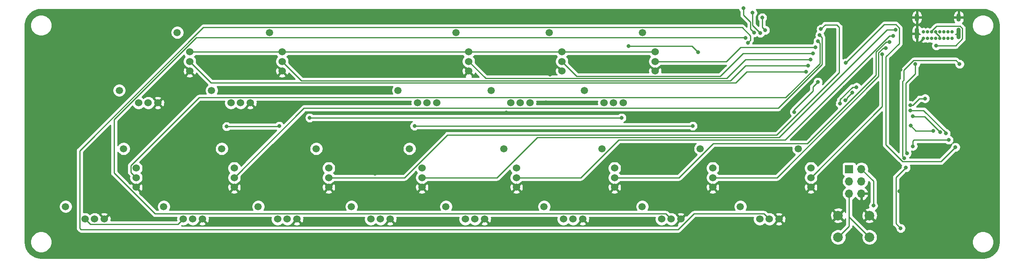
<source format=gbr>
%TF.GenerationSoftware,KiCad,Pcbnew,(5.1.9)-1*%
%TF.CreationDate,2022-01-24T16:54:11-08:00*%
%TF.ProjectId,pspMidi,7073704d-6964-4692-9e6b-696361645f70,rev?*%
%TF.SameCoordinates,Original*%
%TF.FileFunction,Copper,L2,Bot*%
%TF.FilePolarity,Positive*%
%FSLAX46Y46*%
G04 Gerber Fmt 4.6, Leading zero omitted, Abs format (unit mm)*
G04 Created by KiCad (PCBNEW (5.1.9)-1) date 2022-01-24 16:54:11*
%MOMM*%
%LPD*%
G01*
G04 APERTURE LIST*
%TA.AperFunction,ComponentPad*%
%ADD10C,1.500000*%
%TD*%
%TA.AperFunction,ComponentPad*%
%ADD11C,1.524000*%
%TD*%
%TA.AperFunction,ComponentPad*%
%ADD12C,2.000000*%
%TD*%
%TA.AperFunction,ComponentPad*%
%ADD13O,1.700000X1.700000*%
%TD*%
%TA.AperFunction,ComponentPad*%
%ADD14R,1.700000X1.700000*%
%TD*%
%TA.AperFunction,ComponentPad*%
%ADD15O,0.900000X1.700000*%
%TD*%
%TA.AperFunction,ComponentPad*%
%ADD16O,0.900000X2.400000*%
%TD*%
%TA.AperFunction,ComponentPad*%
%ADD17C,0.700000*%
%TD*%
%TA.AperFunction,ViaPad*%
%ADD18C,0.800000*%
%TD*%
%TA.AperFunction,Conductor*%
%ADD19C,0.250000*%
%TD*%
%TA.AperFunction,Conductor*%
%ADD20C,0.254000*%
%TD*%
%TA.AperFunction,Conductor*%
%ADD21C,0.100000*%
%TD*%
G04 APERTURE END LIST*
D10*
%TO.P,VR13,*%
%TO.N,*%
X197770000Y-81630000D03*
X185770000Y-93630000D03*
D11*
%TO.P,VR13,6*%
%TO.N,+5V*%
X189770000Y-96230000D03*
%TO.P,VR13,5*%
%TO.N,Net-(U3-Pad19)*%
X191770000Y-96230000D03*
%TO.P,VR13,4*%
%TO.N,GND*%
X193770000Y-96230000D03*
%TO.P,VR13,3*%
X200370000Y-89630000D03*
%TO.P,VR13,2*%
%TO.N,Net-(U2-Pad19)*%
X200370000Y-87630000D03*
%TO.P,VR13,1*%
%TO.N,+5V*%
X200370000Y-85630000D03*
%TD*%
D10*
%TO.P,VR12,*%
%TO.N,*%
X177450000Y-81630000D03*
X165450000Y-93630000D03*
D11*
%TO.P,VR12,6*%
%TO.N,+5V*%
X169450000Y-96230000D03*
%TO.P,VR12,5*%
%TO.N,Net-(U3-Pad20)*%
X171450000Y-96230000D03*
%TO.P,VR12,4*%
%TO.N,GND*%
X173450000Y-96230000D03*
%TO.P,VR12,3*%
X180050000Y-89630000D03*
%TO.P,VR12,2*%
%TO.N,Net-(U2-Pad20)*%
X180050000Y-87630000D03*
%TO.P,VR12,1*%
%TO.N,+5V*%
X180050000Y-85630000D03*
%TD*%
D10*
%TO.P,VR11,*%
%TO.N,*%
X157130000Y-81630000D03*
X145130000Y-93630000D03*
D11*
%TO.P,VR11,6*%
%TO.N,+5V*%
X149130000Y-96230000D03*
%TO.P,VR11,5*%
%TO.N,Net-(U3-Pad21)*%
X151130000Y-96230000D03*
%TO.P,VR11,4*%
%TO.N,GND*%
X153130000Y-96230000D03*
%TO.P,VR11,3*%
X159730000Y-89630000D03*
%TO.P,VR11,2*%
%TO.N,Net-(U2-Pad21)*%
X159730000Y-87630000D03*
%TO.P,VR11,1*%
%TO.N,+5V*%
X159730000Y-85630000D03*
%TD*%
D10*
%TO.P,VR10,*%
%TO.N,*%
X136810000Y-81630000D03*
X124810000Y-93630000D03*
D11*
%TO.P,VR10,6*%
%TO.N,+5V*%
X128810000Y-96230000D03*
%TO.P,VR10,5*%
%TO.N,Net-(U3-Pad22)*%
X130810000Y-96230000D03*
%TO.P,VR10,4*%
%TO.N,GND*%
X132810000Y-96230000D03*
%TO.P,VR10,3*%
X139410000Y-89630000D03*
%TO.P,VR10,2*%
%TO.N,Net-(U2-Pad22)*%
X139410000Y-87630000D03*
%TO.P,VR10,1*%
%TO.N,+5V*%
X139410000Y-85630000D03*
%TD*%
D10*
%TO.P,VR9,*%
%TO.N,*%
X117252000Y-81630000D03*
X105252000Y-93630000D03*
D11*
%TO.P,VR9,6*%
%TO.N,+5V*%
X109252000Y-96230000D03*
%TO.P,VR9,5*%
%TO.N,Net-(U3-Pad23)*%
X111252000Y-96230000D03*
%TO.P,VR9,4*%
%TO.N,GND*%
X113252000Y-96230000D03*
%TO.P,VR9,3*%
X119852000Y-89630000D03*
%TO.P,VR9,2*%
%TO.N,Net-(U2-Pad23)*%
X119852000Y-87630000D03*
%TO.P,VR9,1*%
%TO.N,+5V*%
X119852000Y-85630000D03*
%TD*%
D10*
%TO.P,VR8,*%
%TO.N,*%
X97948000Y-81630000D03*
X85948000Y-93630000D03*
D11*
%TO.P,VR8,6*%
%TO.N,+5V*%
X89948000Y-96230000D03*
%TO.P,VR8,5*%
%TO.N,Net-(U3-Pad2)*%
X91948000Y-96230000D03*
%TO.P,VR8,4*%
%TO.N,GND*%
X93948000Y-96230000D03*
%TO.P,VR8,3*%
X100548000Y-89630000D03*
%TO.P,VR8,2*%
%TO.N,Net-(U2-Pad2)*%
X100548000Y-87630000D03*
%TO.P,VR8,1*%
%TO.N,+5V*%
X100548000Y-85630000D03*
%TD*%
D10*
%TO.P,VR7,*%
%TO.N,*%
X78390000Y-81630000D03*
X66390000Y-93630000D03*
D11*
%TO.P,VR7,6*%
%TO.N,+5V*%
X70390000Y-96230000D03*
%TO.P,VR7,5*%
%TO.N,Net-(U3-Pad3)*%
X72390000Y-96230000D03*
%TO.P,VR7,4*%
%TO.N,GND*%
X74390000Y-96230000D03*
%TO.P,VR7,3*%
X80990000Y-89630000D03*
%TO.P,VR7,2*%
%TO.N,Net-(U2-Pad3)*%
X80990000Y-87630000D03*
%TO.P,VR7,1*%
%TO.N,+5V*%
X80990000Y-85630000D03*
%TD*%
D10*
%TO.P,VR6,*%
%TO.N,*%
X58070000Y-81630000D03*
X46070000Y-93630000D03*
D11*
%TO.P,VR6,6*%
%TO.N,+5V*%
X50070000Y-96230000D03*
%TO.P,VR6,5*%
%TO.N,Net-(U3-Pad4)*%
X52070000Y-96230000D03*
%TO.P,VR6,4*%
%TO.N,GND*%
X54070000Y-96230000D03*
%TO.P,VR6,3*%
X60670000Y-89630000D03*
%TO.P,VR6,2*%
%TO.N,Net-(U2-Pad4)*%
X60670000Y-87630000D03*
%TO.P,VR6,1*%
%TO.N,+5V*%
X60670000Y-85630000D03*
%TD*%
D10*
%TO.P,VR5,*%
%TO.N,*%
X165512000Y-57500000D03*
X153512000Y-69500000D03*
D11*
%TO.P,VR5,6*%
%TO.N,+5V*%
X157512000Y-72100000D03*
%TO.P,VR5,5*%
%TO.N,Net-(U3-Pad5)*%
X159512000Y-72100000D03*
%TO.P,VR5,4*%
%TO.N,GND*%
X161512000Y-72100000D03*
%TO.P,VR5,3*%
X168112000Y-65500000D03*
%TO.P,VR5,2*%
%TO.N,Net-(U2-Pad5)*%
X168112000Y-63500000D03*
%TO.P,VR5,1*%
%TO.N,+5V*%
X168112000Y-61500000D03*
%TD*%
D10*
%TO.P,VR4,*%
%TO.N,*%
X146208000Y-57500000D03*
X134208000Y-69500000D03*
D11*
%TO.P,VR4,6*%
%TO.N,+5V*%
X138208000Y-72100000D03*
%TO.P,VR4,5*%
%TO.N,Net-(U3-Pad6)*%
X140208000Y-72100000D03*
%TO.P,VR4,4*%
%TO.N,GND*%
X142208000Y-72100000D03*
%TO.P,VR4,3*%
X148808000Y-65500000D03*
%TO.P,VR4,2*%
%TO.N,Net-(U2-Pad6)*%
X148808000Y-63500000D03*
%TO.P,VR4,1*%
%TO.N,+5V*%
X148808000Y-61500000D03*
%TD*%
D10*
%TO.P,VR3,*%
%TO.N,*%
X126904000Y-57500000D03*
X114904000Y-69500000D03*
D11*
%TO.P,VR3,6*%
%TO.N,+5V*%
X118904000Y-72100000D03*
%TO.P,VR3,5*%
%TO.N,Net-(U3-Pad7)*%
X120904000Y-72100000D03*
%TO.P,VR3,4*%
%TO.N,GND*%
X122904000Y-72100000D03*
%TO.P,VR3,3*%
X129504000Y-65500000D03*
%TO.P,VR3,2*%
%TO.N,Net-(U2-Pad7)*%
X129504000Y-63500000D03*
%TO.P,VR3,1*%
%TO.N,+5V*%
X129504000Y-61500000D03*
%TD*%
D10*
%TO.P,VR2,*%
%TO.N,*%
X88296000Y-57500000D03*
X76296000Y-69500000D03*
D11*
%TO.P,VR2,6*%
%TO.N,+5V*%
X80296000Y-72100000D03*
%TO.P,VR2,5*%
%TO.N,Net-(U3-Pad8)*%
X82296000Y-72100000D03*
%TO.P,VR2,4*%
%TO.N,GND*%
X84296000Y-72100000D03*
%TO.P,VR2,3*%
X90896000Y-65500000D03*
%TO.P,VR2,2*%
%TO.N,Net-(U2-Pad8)*%
X90896000Y-63500000D03*
%TO.P,VR2,1*%
%TO.N,+5V*%
X90896000Y-61500000D03*
%TD*%
D10*
%TO.P,VR1,*%
%TO.N,*%
X69166001Y-57500000D03*
X57166001Y-69500000D03*
D11*
%TO.P,VR1,6*%
%TO.N,+5V*%
X61166001Y-72100000D03*
%TO.P,VR1,5*%
%TO.N,Net-(U3-Pad9)*%
X63166001Y-72100000D03*
%TO.P,VR1,4*%
%TO.N,GND*%
X65166001Y-72100000D03*
%TO.P,VR1,3*%
X71766001Y-65500000D03*
%TO.P,VR1,2*%
%TO.N,Net-(U2-Pad9)*%
X71766001Y-63500000D03*
%TO.P,VR1,1*%
%TO.N,+5V*%
X71766001Y-61500000D03*
%TD*%
D12*
%TO.P,SW1,1*%
%TO.N,GND*%
X212500000Y-95500000D03*
%TO.P,SW1,2*%
%TO.N,Net-(J2-Pad5)*%
X212500000Y-100000000D03*
%TO.P,SW1,1*%
%TO.N,GND*%
X206000000Y-95500000D03*
%TO.P,SW1,2*%
%TO.N,Net-(J2-Pad5)*%
X206000000Y-100000000D03*
%TD*%
D13*
%TO.P,J2,6*%
%TO.N,GND*%
X210820000Y-90932000D03*
%TO.P,J2,5*%
%TO.N,Net-(J2-Pad5)*%
X208280000Y-90932000D03*
%TO.P,J2,4*%
%TO.N,Net-(J2-Pad4)*%
X210820000Y-88392000D03*
%TO.P,J2,3*%
%TO.N,Net-(J2-Pad3)*%
X208280000Y-88392000D03*
%TO.P,J2,2*%
%TO.N,+5V*%
X210820000Y-85852000D03*
D14*
%TO.P,J2,1*%
%TO.N,Net-(J2-Pad1)*%
X208280000Y-85852000D03*
%TD*%
D15*
%TO.P,J1,S1*%
%TO.N,GND*%
X222316000Y-54346000D03*
X230966000Y-54346000D03*
D16*
X222316000Y-57726000D03*
X230966000Y-57726000D03*
D17*
%TO.P,J1,B6*%
%TO.N,Net-(J1-PadA6)*%
X226216000Y-57356000D03*
%TO.P,J1,B1*%
%TO.N,GND*%
X223666000Y-57356000D03*
%TO.P,J1,B4*%
%TO.N,+5V*%
X224516000Y-57356000D03*
%TO.P,J1,B5*%
%TO.N,Net-(J1-PadB5)*%
X225366000Y-57356000D03*
%TO.P,J1,B12*%
%TO.N,GND*%
X229616000Y-57356000D03*
%TO.P,J1,B8*%
%TO.N,Net-(J1-PadB8)*%
X227916000Y-57356000D03*
%TO.P,J1,B7*%
%TO.N,Net-(J1-PadA7)*%
X227066000Y-57356000D03*
%TO.P,J1,B9*%
%TO.N,+5V*%
X228766000Y-57356000D03*
%TO.P,J1,A12*%
%TO.N,GND*%
X223666000Y-58706000D03*
%TO.P,J1,A9*%
%TO.N,+5V*%
X224516000Y-58706000D03*
%TO.P,J1,A8*%
%TO.N,Net-(J1-PadA8)*%
X225366000Y-58706000D03*
%TO.P,J1,A7*%
%TO.N,Net-(J1-PadA7)*%
X226216000Y-58706000D03*
%TO.P,J1,A6*%
%TO.N,Net-(J1-PadA6)*%
X227066000Y-58706000D03*
%TO.P,J1,A5*%
%TO.N,Net-(J1-PadA5)*%
X227916000Y-58706000D03*
%TO.P,J1,A4*%
%TO.N,+5V*%
X228766000Y-58706000D03*
%TO.P,J1,A1*%
%TO.N,GND*%
X229616000Y-58706000D03*
%TD*%
D18*
%TO.N,+5V*%
X213300000Y-93450000D03*
%TO.N,/RXLED*%
X218950000Y-98150000D03*
X220000000Y-85550000D03*
%TO.N,Net-(U1-Pad36)*%
X220950000Y-73650000D03*
X207500000Y-71600000D03*
X228300000Y-78450000D03*
%TO.N,Net-(U1-Pad37)*%
X227150000Y-78200000D03*
X206400000Y-72250000D03*
%TO.N,Net-(U1-Pad32)*%
X230300000Y-81300000D03*
%TO.N,Net-(U1-Pad38)*%
X224000000Y-71200000D03*
%TO.N,Net-(U1-Pad39)*%
X221000000Y-76850000D03*
X225700000Y-77900000D03*
X196900000Y-74000000D03*
X201800000Y-67750000D03*
%TO.N,+5V*%
X228900000Y-79800000D03*
X221500000Y-81100000D03*
%TO.N,GND*%
X223400000Y-82700000D03*
%TO.N,Net-(U3-Pad21)*%
X186400000Y-52450000D03*
X188600000Y-57500000D03*
%TO.N,Net-(U3-Pad22)*%
X189900000Y-57600000D03*
%TO.N,Net-(U3-Pad23)*%
X190900000Y-57000000D03*
%TO.N,GND*%
X222758000Y-90424000D03*
X218694000Y-90424000D03*
X165500000Y-62700000D03*
X231850000Y-86500000D03*
X146600000Y-90900000D03*
X125400000Y-89800000D03*
X110100000Y-86800000D03*
X100900000Y-93200000D03*
X91200000Y-89400000D03*
X96100000Y-69000000D03*
X76700000Y-65500000D03*
X69100000Y-84800000D03*
X137300000Y-74100000D03*
X146400000Y-66200000D03*
X145500000Y-72000000D03*
X127300000Y-66200000D03*
X133500000Y-65500000D03*
X218900000Y-65200000D03*
X205200000Y-72200000D03*
X201900000Y-83150000D03*
X207300000Y-68900000D03*
X229300000Y-70300000D03*
%TO.N,Net-(J1-PadB5)*%
X226314000Y-60230000D03*
%TO.N,Net-(R3-Pad1)*%
X221996000Y-64040000D03*
X220250000Y-82550000D03*
%TO.N,Net-(R4-Pad1)*%
X231140000Y-64040000D03*
X219710000Y-83566000D03*
%TO.N,Net-(U1-Pad38)*%
X220950000Y-72600000D03*
%TO.N,Net-(U1-Pad37)*%
X209813990Y-68824010D03*
X221450000Y-74900000D03*
%TO.N,Net-(U1-Pad36)*%
X208915000Y-69977000D03*
%TO.N,Net-(U1-Pad32)*%
X207600000Y-63800000D03*
%TO.N,Net-(U2-Pad23)*%
X217932000Y-56896000D03*
%TO.N,Net-(U2-Pad22)*%
X217424000Y-58166000D03*
%TO.N,Net-(U2-Pad21)*%
X216662000Y-59436000D03*
%TO.N,Net-(U2-Pad20)*%
X215900000Y-60706000D03*
%TO.N,Net-(U2-Pad19)*%
X215138000Y-61976000D03*
%TO.N,Net-(U2-Pad9)*%
X199390000Y-65659000D03*
%TO.N,Net-(U2-Pad8)*%
X199771000Y-64389000D03*
%TO.N,Net-(U2-Pad7)*%
X200279000Y-63119000D03*
%TO.N,Net-(U2-Pad6)*%
X200787000Y-61849000D03*
%TO.N,Net-(U2-Pad5)*%
X201295000Y-60579000D03*
%TO.N,Net-(U2-Pad4)*%
X201803000Y-59309000D03*
%TO.N,Net-(U2-Pad3)*%
X202184000Y-58039000D03*
%TO.N,Net-(U2-Pad2)*%
X202438000Y-56769000D03*
%TO.N,Net-(U3-Pad23)*%
X190300000Y-54400000D03*
%TO.N,Net-(U3-Pad22)*%
X188300000Y-53400000D03*
%TO.N,Net-(U3-Pad20)*%
X186800000Y-58600000D03*
%TO.N,Net-(U3-Pad19)*%
X187300000Y-59600000D03*
%TO.N,Net-(U3-Pad9)*%
X79400000Y-77000000D03*
X90300000Y-76900000D03*
X118300000Y-76900000D03*
X175900000Y-76900000D03*
%TO.N,Net-(U3-Pad8)*%
X161200000Y-75200000D03*
X96600000Y-75200000D03*
%TO.N,Net-(U3-Pad7)*%
X162600000Y-60300000D03*
X177000000Y-61600000D03*
%TD*%
D19*
%TO.N,GND*%
X218694000Y-90424000D02*
X222758000Y-90424000D01*
X205200000Y-71000000D02*
X205200000Y-72200000D01*
X207300000Y-68900000D02*
X205200000Y-71000000D01*
%TO.N,Net-(J1-PadA6)*%
X226216000Y-57505002D02*
X226216000Y-57356000D01*
X227066000Y-58355002D02*
X226216000Y-57505002D01*
X227066000Y-58706000D02*
X227066000Y-58355002D01*
%TO.N,+5V*%
X91287238Y-61500000D02*
X71766001Y-61500000D01*
X168112000Y-61500000D02*
X91287238Y-61500000D01*
X69302999Y-97317001D02*
X70390000Y-96230000D01*
X51157001Y-97317001D02*
X69302999Y-97317001D01*
X50070000Y-96230000D02*
X51157001Y-97317001D01*
X221500000Y-80000000D02*
X221500000Y-81100000D01*
X221700000Y-79800000D02*
X221500000Y-80000000D01*
X228900000Y-79800000D02*
X221700000Y-79800000D01*
X213300000Y-88332000D02*
X210820000Y-85852000D01*
X213300000Y-93450000D02*
X213300000Y-88332000D01*
%TO.N,Net-(J1-PadB5)*%
X225366000Y-57206998D02*
X225366000Y-57356000D01*
X226372008Y-56200990D02*
X225366000Y-57206998D01*
X231287019Y-56200990D02*
X226372008Y-56200990D01*
X231741010Y-56654981D02*
X231287019Y-56200990D01*
X231741010Y-58797019D02*
X231741010Y-56654981D01*
X230308029Y-60230000D02*
X231741010Y-58797019D01*
X226314000Y-60230000D02*
X230308029Y-60230000D01*
%TO.N,Net-(J2-Pad5)*%
X212500000Y-100000000D02*
X208280000Y-95780000D01*
X208280000Y-97720000D02*
X208280000Y-93020000D01*
X206000000Y-100000000D02*
X208280000Y-97720000D01*
X208280000Y-93020000D02*
X208280000Y-90932000D01*
X208280000Y-95780000D02*
X208280000Y-93020000D01*
%TO.N,Net-(R3-Pad1)*%
X221996000Y-66040000D02*
X221996000Y-64040000D01*
X220052000Y-67984000D02*
X221996000Y-66040000D01*
X220052000Y-82716000D02*
X220052000Y-67984000D01*
%TO.N,Net-(R4-Pad1)*%
X230414999Y-63314999D02*
X231140000Y-64040000D01*
X221647999Y-63314999D02*
X230414999Y-63314999D01*
X219326999Y-83182999D02*
X219326999Y-67635999D01*
X219710000Y-83566000D02*
X219326999Y-83182999D01*
X219625001Y-65337997D02*
X221647999Y-63314999D01*
X219625001Y-67337997D02*
X219625001Y-65337997D01*
X219326999Y-67635999D02*
X219625001Y-67337997D01*
%TO.N,Net-(U1-Pad39)*%
X225700000Y-77900000D02*
X222050000Y-77900000D01*
X222050000Y-77900000D02*
X221000000Y-76850000D01*
X200800000Y-68750000D02*
X201800000Y-67750000D01*
X200800000Y-69650000D02*
X200800000Y-68750000D01*
X196850000Y-73600000D02*
X200800000Y-69650000D01*
X196850000Y-74050000D02*
X196850000Y-73600000D01*
%TO.N,Net-(U1-Pad38)*%
X224000000Y-71200000D02*
X222850000Y-71200000D01*
X222850000Y-71200000D02*
X221450000Y-72600000D01*
X221450000Y-72600000D02*
X221000000Y-72600000D01*
%TO.N,Net-(U1-Pad37)*%
X223900000Y-74950000D02*
X221500000Y-74950000D01*
X221500000Y-74950000D02*
X221450000Y-74900000D01*
X223900000Y-74950000D02*
X227150000Y-78200000D01*
X206400000Y-71418998D02*
X206400000Y-72250000D01*
X208994988Y-68824010D02*
X206400000Y-71418998D01*
X209813990Y-68824010D02*
X208994988Y-68824010D01*
%TO.N,Net-(U1-Pad36)*%
X208915000Y-69977000D02*
X207800000Y-71092000D01*
X228300000Y-78276998D02*
X228300000Y-78450000D01*
X223673002Y-73650000D02*
X228300000Y-78276998D01*
X220950000Y-73650000D02*
X223673002Y-73650000D01*
X207800000Y-71300000D02*
X207500000Y-71600000D01*
X207800000Y-71092000D02*
X207800000Y-71300000D01*
%TO.N,Net-(U1-Pad32)*%
X219361999Y-84291001D02*
X216100000Y-81029002D01*
X227308999Y-84291001D02*
X219361999Y-84291001D01*
X230300000Y-81300000D02*
X227308999Y-84291001D01*
X216100000Y-81029002D02*
X215900000Y-80829002D01*
X215900000Y-80829002D02*
X215900000Y-62550000D01*
X218657001Y-56547999D02*
X217959002Y-55850000D01*
X218657001Y-59792999D02*
X218657001Y-56547999D01*
X215900000Y-62550000D02*
X218657001Y-59792999D01*
X217959002Y-55850000D02*
X215550000Y-55850000D01*
X215550000Y-55850000D02*
X207600000Y-63800000D01*
X207600000Y-63800000D02*
X207600000Y-63800000D01*
%TO.N,/RXLED*%
X217968999Y-87581001D02*
X220000000Y-85550000D01*
X217968999Y-97168999D02*
X217968999Y-87581001D01*
X218950000Y-98150000D02*
X217968999Y-97168999D01*
%TO.N,Net-(U2-Pad23)*%
X217932000Y-56896000D02*
X216154000Y-56896000D01*
X193744010Y-79305990D02*
X143706010Y-79305990D01*
X216154000Y-56896000D02*
X193744010Y-79305990D01*
X135382000Y-87630000D02*
X119852000Y-87630000D01*
X143706010Y-79305990D02*
X135382000Y-87630000D01*
%TO.N,Net-(U2-Pad22)*%
X216601495Y-58166000D02*
X195011495Y-79756000D01*
X217424000Y-58166000D02*
X216601495Y-58166000D01*
X152721002Y-87630000D02*
X139410000Y-87630000D01*
X160595002Y-79756000D02*
X152721002Y-87630000D01*
X195011495Y-79756000D02*
X160595002Y-79756000D01*
%TO.N,Net-(U2-Pad21)*%
X215967905Y-59436000D02*
X213868000Y-61535905D01*
X216662000Y-59436000D02*
X215967905Y-59436000D01*
X213868000Y-61535905D02*
X213868000Y-66294000D01*
X213868000Y-66294000D02*
X199644000Y-80518000D01*
X173041002Y-87630000D02*
X159730000Y-87630000D01*
X180153002Y-80518000D02*
X173041002Y-87630000D01*
X199644000Y-80518000D02*
X180153002Y-80518000D01*
%TO.N,Net-(U2-Pad20)*%
X215334315Y-60706000D02*
X214376000Y-61664315D01*
X215900000Y-60706000D02*
X215334315Y-60706000D01*
X193361002Y-87630000D02*
X180050000Y-87630000D01*
X214376000Y-66615002D02*
X193361002Y-87630000D01*
X214376000Y-61664315D02*
X214376000Y-66615002D01*
%TO.N,Net-(U2-Pad19)*%
X215138000Y-72862000D02*
X215138000Y-61976000D01*
X200370000Y-87630000D02*
X215138000Y-72862000D01*
%TO.N,Net-(U2-Pad9)*%
X76203030Y-67937029D02*
X184792971Y-67937029D01*
X71766001Y-63500000D02*
X76203030Y-67937029D01*
X187071000Y-65659000D02*
X199390000Y-65659000D01*
X184792971Y-67937029D02*
X187071000Y-65659000D01*
%TO.N,Net-(U2-Pad8)*%
X94883020Y-67487020D02*
X183718980Y-67487020D01*
X90896000Y-63500000D02*
X94883020Y-67487020D01*
X186817000Y-64389000D02*
X199771000Y-64389000D01*
X183718980Y-67487020D02*
X186817000Y-64389000D01*
%TO.N,Net-(U2-Pad7)*%
X133041011Y-67037011D02*
X182898989Y-67037011D01*
X129504000Y-63500000D02*
X133041011Y-67037011D01*
X186817000Y-63119000D02*
X200279000Y-63119000D01*
X182898989Y-67037011D02*
X186817000Y-63119000D01*
%TO.N,Net-(U2-Pad6)*%
X151895001Y-66587001D02*
X181570999Y-66587001D01*
X148808000Y-63500000D02*
X151895001Y-66587001D01*
X186309000Y-61849000D02*
X200787000Y-61849000D01*
X181570999Y-66587001D02*
X186309000Y-61849000D01*
%TO.N,Net-(U2-Pad5)*%
X168112000Y-63500000D02*
X182880000Y-63500000D01*
X185801000Y-60579000D02*
X201295000Y-60579000D01*
X182880000Y-63500000D02*
X185801000Y-60579000D01*
%TO.N,Net-(U2-Pad4)*%
X59582999Y-86542999D02*
X60670000Y-87630000D01*
X73678239Y-71012999D02*
X59582999Y-85108239D01*
X195109003Y-71012999D02*
X73678239Y-71012999D01*
X202202999Y-63919003D02*
X195109003Y-71012999D01*
X59582999Y-85108239D02*
X59582999Y-86542999D01*
X202202999Y-59708999D02*
X202202999Y-63919003D01*
X201803000Y-59309000D02*
X202202999Y-59708999D01*
%TO.N,Net-(U2-Pad3)*%
X202653009Y-64105403D02*
X202653009Y-58508009D01*
X193571411Y-73187001D02*
X202653009Y-64105403D01*
X202653009Y-58508009D02*
X202184000Y-58039000D01*
X95432999Y-73187001D02*
X193571411Y-73187001D01*
X80990000Y-87630000D02*
X95432999Y-73187001D01*
%TO.N,Net-(U2-Pad2)*%
X203327000Y-55880000D02*
X202438000Y-56769000D01*
X206248000Y-65786000D02*
X206248000Y-56388000D01*
X205740000Y-55880000D02*
X203327000Y-55880000D01*
X193294000Y-78740000D02*
X206248000Y-65786000D01*
X125133238Y-78740000D02*
X193294000Y-78740000D01*
X116243238Y-87630000D02*
X125133238Y-78740000D01*
X206248000Y-56388000D02*
X205740000Y-55880000D01*
X100548000Y-87630000D02*
X116243238Y-87630000D01*
%TO.N,Net-(U3-Pad23)*%
X190300000Y-54400000D02*
X190300000Y-56100000D01*
X190300000Y-56100000D02*
X190300000Y-56400000D01*
X190300000Y-56400000D02*
X190900000Y-57000000D01*
%TO.N,Net-(U3-Pad22)*%
X188300000Y-56000000D02*
X188300000Y-53400000D01*
X189900000Y-57600000D02*
X188300000Y-56000000D01*
%TO.N,Net-(U3-Pad21)*%
X187849990Y-56749990D02*
X188600000Y-57500000D01*
X187849990Y-55349990D02*
X187849990Y-56749990D01*
X186400000Y-53900000D02*
X186400000Y-52450000D01*
X187849990Y-55349990D02*
X186400000Y-53900000D01*
%TO.N,Net-(U3-Pad20)*%
X56091000Y-75566239D02*
X73082238Y-58575001D01*
X56091000Y-86659762D02*
X56091000Y-75566239D01*
X64574237Y-95142999D02*
X56091000Y-86659762D01*
X170362999Y-95142999D02*
X64574237Y-95142999D01*
X171450000Y-96230000D02*
X170362999Y-95142999D01*
X186775001Y-58575001D02*
X186800000Y-58600000D01*
X73082238Y-58575001D02*
X186775001Y-58575001D01*
%TO.N,Net-(U3-Pad19)*%
X187875009Y-59024991D02*
X187300000Y-59600000D01*
X74595830Y-56424999D02*
X186124999Y-56424999D01*
X48982999Y-82037830D02*
X74595830Y-56424999D01*
X48982999Y-98134001D02*
X48982999Y-82037830D01*
X49248998Y-98400000D02*
X48982999Y-98134001D01*
X172888762Y-98400000D02*
X49248998Y-98400000D01*
X187875009Y-58175009D02*
X187875009Y-59024991D01*
X176145763Y-95142999D02*
X172888762Y-98400000D01*
X190682999Y-95142999D02*
X176145763Y-95142999D01*
X186124999Y-56424999D02*
X187875009Y-58175009D01*
X191770000Y-96230000D02*
X190682999Y-95142999D01*
%TO.N,Net-(U3-Pad9)*%
X79400000Y-77000000D02*
X90200000Y-77000000D01*
X90200000Y-77000000D02*
X90300000Y-76900000D01*
X90300000Y-76900000D02*
X90300000Y-76900000D01*
X118300000Y-76900000D02*
X175900000Y-76900000D01*
X175900000Y-76900000D02*
X175900000Y-76900000D01*
%TO.N,Net-(U3-Pad8)*%
X161200000Y-75200000D02*
X96600000Y-75200000D01*
X96600000Y-75200000D02*
X96600000Y-75200000D01*
%TO.N,Net-(U3-Pad7)*%
X162600000Y-60300000D02*
X173900000Y-60300000D01*
X173900000Y-60300000D02*
X175700000Y-60300000D01*
X175700000Y-60300000D02*
X177000000Y-61600000D01*
X177000000Y-61600000D02*
X177000000Y-61600000D01*
%TD*%
D20*
%TO.N,GND*%
X185404774Y-52751898D02*
X185482795Y-52940256D01*
X185596063Y-53109774D01*
X185640001Y-53153712D01*
X185640000Y-53862677D01*
X185636324Y-53900000D01*
X185640000Y-53937322D01*
X185640000Y-53937332D01*
X185650997Y-54048985D01*
X185679868Y-54144162D01*
X185694454Y-54192246D01*
X185765026Y-54324276D01*
X185796533Y-54362667D01*
X185859999Y-54440001D01*
X185889003Y-54463804D01*
X187089990Y-55664792D01*
X187089991Y-56315189D01*
X186688803Y-55914002D01*
X186665000Y-55884998D01*
X186549275Y-55790025D01*
X186417246Y-55719453D01*
X186273985Y-55675996D01*
X186162332Y-55664999D01*
X186162321Y-55664999D01*
X186124999Y-55661323D01*
X186087677Y-55664999D01*
X74633153Y-55664999D01*
X74595830Y-55661323D01*
X74558507Y-55664999D01*
X74558497Y-55664999D01*
X74446844Y-55675996D01*
X74306886Y-55718451D01*
X74303583Y-55719453D01*
X74171553Y-55790025D01*
X74107670Y-55842453D01*
X74055829Y-55884998D01*
X74032031Y-55913996D01*
X48471997Y-81474031D01*
X48442999Y-81497829D01*
X48419201Y-81526827D01*
X48419200Y-81526828D01*
X48348025Y-81613554D01*
X48277453Y-81745584D01*
X48257609Y-81811003D01*
X48233997Y-81888844D01*
X48227011Y-81959774D01*
X48219323Y-82037830D01*
X48223000Y-82075163D01*
X48222999Y-98096679D01*
X48219323Y-98134001D01*
X48222999Y-98171323D01*
X48222999Y-98171333D01*
X48233996Y-98282986D01*
X48269491Y-98399999D01*
X48277453Y-98426247D01*
X48348025Y-98558277D01*
X48387870Y-98606827D01*
X48442998Y-98674002D01*
X48472001Y-98697804D01*
X48685198Y-98911002D01*
X48708997Y-98940001D01*
X48824722Y-99034974D01*
X48956751Y-99105546D01*
X49100012Y-99149003D01*
X49211665Y-99160000D01*
X49211674Y-99160000D01*
X49248997Y-99163676D01*
X49286320Y-99160000D01*
X172851440Y-99160000D01*
X172888762Y-99163676D01*
X172926084Y-99160000D01*
X172926095Y-99160000D01*
X173037748Y-99149003D01*
X173181009Y-99105546D01*
X173313038Y-99034974D01*
X173428763Y-98940001D01*
X173452566Y-98910997D01*
X176460565Y-95902999D01*
X188410676Y-95902999D01*
X188373000Y-96092408D01*
X188373000Y-96367592D01*
X188426686Y-96637490D01*
X188531995Y-96891727D01*
X188684880Y-97120535D01*
X188879465Y-97315120D01*
X189108273Y-97468005D01*
X189362510Y-97573314D01*
X189632408Y-97627000D01*
X189907592Y-97627000D01*
X190177490Y-97573314D01*
X190431727Y-97468005D01*
X190660535Y-97315120D01*
X190770000Y-97205655D01*
X190879465Y-97315120D01*
X191108273Y-97468005D01*
X191362510Y-97573314D01*
X191632408Y-97627000D01*
X191907592Y-97627000D01*
X192177490Y-97573314D01*
X192431727Y-97468005D01*
X192660535Y-97315120D01*
X192780090Y-97195565D01*
X192984040Y-97195565D01*
X193051020Y-97435656D01*
X193300048Y-97552756D01*
X193567135Y-97619023D01*
X193842017Y-97631910D01*
X194114133Y-97590922D01*
X194373023Y-97497636D01*
X194488980Y-97435656D01*
X194555960Y-97195565D01*
X193770000Y-96409605D01*
X192984040Y-97195565D01*
X192780090Y-97195565D01*
X192855120Y-97120535D01*
X193008005Y-96891727D01*
X193064105Y-96756290D01*
X193590395Y-96230000D01*
X193949605Y-96230000D01*
X194735565Y-97015960D01*
X194975656Y-96948980D01*
X195092756Y-96699952D01*
X195108768Y-96635413D01*
X205044192Y-96635413D01*
X205139956Y-96899814D01*
X205429571Y-97040704D01*
X205741108Y-97122384D01*
X206062595Y-97141718D01*
X206381675Y-97097961D01*
X206686088Y-96992795D01*
X206860044Y-96899814D01*
X206955808Y-96635413D01*
X206000000Y-95679605D01*
X205044192Y-96635413D01*
X195108768Y-96635413D01*
X195159023Y-96432865D01*
X195171910Y-96157983D01*
X195130922Y-95885867D01*
X195037636Y-95626977D01*
X195003224Y-95562595D01*
X204358282Y-95562595D01*
X204402039Y-95881675D01*
X204507205Y-96186088D01*
X204600186Y-96360044D01*
X204864587Y-96455808D01*
X205820395Y-95500000D01*
X204864587Y-94544192D01*
X204600186Y-94639956D01*
X204459296Y-94929571D01*
X204377616Y-95241108D01*
X204358282Y-95562595D01*
X195003224Y-95562595D01*
X194975656Y-95511020D01*
X194735565Y-95444040D01*
X193949605Y-96230000D01*
X193590395Y-96230000D01*
X193064105Y-95703710D01*
X193008005Y-95568273D01*
X192855120Y-95339465D01*
X192780090Y-95264435D01*
X192984040Y-95264435D01*
X193770000Y-96050395D01*
X194555960Y-95264435D01*
X194488980Y-95024344D01*
X194239952Y-94907244D01*
X193972865Y-94840977D01*
X193697983Y-94828090D01*
X193425867Y-94869078D01*
X193166977Y-94962364D01*
X193051020Y-95024344D01*
X192984040Y-95264435D01*
X192780090Y-95264435D01*
X192660535Y-95144880D01*
X192431727Y-94991995D01*
X192177490Y-94886686D01*
X191907592Y-94833000D01*
X191632408Y-94833000D01*
X191478429Y-94863628D01*
X191246803Y-94632001D01*
X191223000Y-94602998D01*
X191107275Y-94508025D01*
X190975246Y-94437453D01*
X190831985Y-94393996D01*
X190720332Y-94382999D01*
X190720321Y-94382999D01*
X190682999Y-94379323D01*
X190645677Y-94382999D01*
X186932587Y-94382999D01*
X186944889Y-94364587D01*
X205044192Y-94364587D01*
X206000000Y-95320395D01*
X206955808Y-94364587D01*
X206860044Y-94100186D01*
X206570429Y-93959296D01*
X206258892Y-93877616D01*
X205937405Y-93858282D01*
X205618325Y-93902039D01*
X205313912Y-94007205D01*
X205139956Y-94100186D01*
X205044192Y-94364587D01*
X186944889Y-94364587D01*
X186997371Y-94286043D01*
X187101775Y-94033989D01*
X187155000Y-93766411D01*
X187155000Y-93493589D01*
X187101775Y-93226011D01*
X186997371Y-92973957D01*
X186845799Y-92747114D01*
X186652886Y-92554201D01*
X186426043Y-92402629D01*
X186173989Y-92298225D01*
X185906411Y-92245000D01*
X185633589Y-92245000D01*
X185366011Y-92298225D01*
X185113957Y-92402629D01*
X184887114Y-92554201D01*
X184694201Y-92747114D01*
X184542629Y-92973957D01*
X184438225Y-93226011D01*
X184385000Y-93493589D01*
X184385000Y-93766411D01*
X184438225Y-94033989D01*
X184542629Y-94286043D01*
X184607413Y-94382999D01*
X176183085Y-94382999D01*
X176145763Y-94379323D01*
X176108440Y-94382999D01*
X176108430Y-94382999D01*
X175996777Y-94393996D01*
X175853516Y-94437453D01*
X175721486Y-94508025D01*
X175677417Y-94544192D01*
X175605762Y-94602998D01*
X175581964Y-94631996D01*
X174672126Y-95541834D01*
X174655656Y-95511020D01*
X174415565Y-95444040D01*
X173629605Y-96230000D01*
X173643748Y-96244143D01*
X173464143Y-96423748D01*
X173450000Y-96409605D01*
X172664040Y-97195565D01*
X172731020Y-97435656D01*
X172763182Y-97450779D01*
X172573961Y-97640000D01*
X70054801Y-97640000D01*
X70098429Y-97596372D01*
X70252408Y-97627000D01*
X70527592Y-97627000D01*
X70797490Y-97573314D01*
X71051727Y-97468005D01*
X71280535Y-97315120D01*
X71390000Y-97205655D01*
X71499465Y-97315120D01*
X71728273Y-97468005D01*
X71982510Y-97573314D01*
X72252408Y-97627000D01*
X72527592Y-97627000D01*
X72797490Y-97573314D01*
X73051727Y-97468005D01*
X73280535Y-97315120D01*
X73400090Y-97195565D01*
X73604040Y-97195565D01*
X73671020Y-97435656D01*
X73920048Y-97552756D01*
X74187135Y-97619023D01*
X74462017Y-97631910D01*
X74734133Y-97590922D01*
X74993023Y-97497636D01*
X75108980Y-97435656D01*
X75175960Y-97195565D01*
X74390000Y-96409605D01*
X73604040Y-97195565D01*
X73400090Y-97195565D01*
X73475120Y-97120535D01*
X73628005Y-96891727D01*
X73684105Y-96756290D01*
X74210395Y-96230000D01*
X74196253Y-96215858D01*
X74375858Y-96036253D01*
X74390000Y-96050395D01*
X74404143Y-96036253D01*
X74583748Y-96215858D01*
X74569605Y-96230000D01*
X75355565Y-97015960D01*
X75595656Y-96948980D01*
X75712756Y-96699952D01*
X75779023Y-96432865D01*
X75791910Y-96157983D01*
X75753503Y-95902999D01*
X88588676Y-95902999D01*
X88551000Y-96092408D01*
X88551000Y-96367592D01*
X88604686Y-96637490D01*
X88709995Y-96891727D01*
X88862880Y-97120535D01*
X89057465Y-97315120D01*
X89286273Y-97468005D01*
X89540510Y-97573314D01*
X89810408Y-97627000D01*
X90085592Y-97627000D01*
X90355490Y-97573314D01*
X90609727Y-97468005D01*
X90838535Y-97315120D01*
X90948000Y-97205655D01*
X91057465Y-97315120D01*
X91286273Y-97468005D01*
X91540510Y-97573314D01*
X91810408Y-97627000D01*
X92085592Y-97627000D01*
X92355490Y-97573314D01*
X92609727Y-97468005D01*
X92838535Y-97315120D01*
X92958090Y-97195565D01*
X93162040Y-97195565D01*
X93229020Y-97435656D01*
X93478048Y-97552756D01*
X93745135Y-97619023D01*
X94020017Y-97631910D01*
X94292133Y-97590922D01*
X94551023Y-97497636D01*
X94666980Y-97435656D01*
X94733960Y-97195565D01*
X93948000Y-96409605D01*
X93162040Y-97195565D01*
X92958090Y-97195565D01*
X93033120Y-97120535D01*
X93186005Y-96891727D01*
X93242105Y-96756290D01*
X93768395Y-96230000D01*
X93754253Y-96215858D01*
X93933858Y-96036253D01*
X93948000Y-96050395D01*
X93962143Y-96036253D01*
X94141748Y-96215858D01*
X94127605Y-96230000D01*
X94913565Y-97015960D01*
X95153656Y-96948980D01*
X95270756Y-96699952D01*
X95337023Y-96432865D01*
X95349910Y-96157983D01*
X95311503Y-95902999D01*
X107892676Y-95902999D01*
X107855000Y-96092408D01*
X107855000Y-96367592D01*
X107908686Y-96637490D01*
X108013995Y-96891727D01*
X108166880Y-97120535D01*
X108361465Y-97315120D01*
X108590273Y-97468005D01*
X108844510Y-97573314D01*
X109114408Y-97627000D01*
X109389592Y-97627000D01*
X109659490Y-97573314D01*
X109913727Y-97468005D01*
X110142535Y-97315120D01*
X110252000Y-97205655D01*
X110361465Y-97315120D01*
X110590273Y-97468005D01*
X110844510Y-97573314D01*
X111114408Y-97627000D01*
X111389592Y-97627000D01*
X111659490Y-97573314D01*
X111913727Y-97468005D01*
X112142535Y-97315120D01*
X112262090Y-97195565D01*
X112466040Y-97195565D01*
X112533020Y-97435656D01*
X112782048Y-97552756D01*
X113049135Y-97619023D01*
X113324017Y-97631910D01*
X113596133Y-97590922D01*
X113855023Y-97497636D01*
X113970980Y-97435656D01*
X114037960Y-97195565D01*
X113252000Y-96409605D01*
X112466040Y-97195565D01*
X112262090Y-97195565D01*
X112337120Y-97120535D01*
X112490005Y-96891727D01*
X112546105Y-96756290D01*
X113072395Y-96230000D01*
X113058253Y-96215858D01*
X113237858Y-96036253D01*
X113252000Y-96050395D01*
X113266143Y-96036253D01*
X113445748Y-96215858D01*
X113431605Y-96230000D01*
X114217565Y-97015960D01*
X114457656Y-96948980D01*
X114574756Y-96699952D01*
X114641023Y-96432865D01*
X114653910Y-96157983D01*
X114615503Y-95902999D01*
X127450676Y-95902999D01*
X127413000Y-96092408D01*
X127413000Y-96367592D01*
X127466686Y-96637490D01*
X127571995Y-96891727D01*
X127724880Y-97120535D01*
X127919465Y-97315120D01*
X128148273Y-97468005D01*
X128402510Y-97573314D01*
X128672408Y-97627000D01*
X128947592Y-97627000D01*
X129217490Y-97573314D01*
X129471727Y-97468005D01*
X129700535Y-97315120D01*
X129810000Y-97205655D01*
X129919465Y-97315120D01*
X130148273Y-97468005D01*
X130402510Y-97573314D01*
X130672408Y-97627000D01*
X130947592Y-97627000D01*
X131217490Y-97573314D01*
X131471727Y-97468005D01*
X131700535Y-97315120D01*
X131820090Y-97195565D01*
X132024040Y-97195565D01*
X132091020Y-97435656D01*
X132340048Y-97552756D01*
X132607135Y-97619023D01*
X132882017Y-97631910D01*
X133154133Y-97590922D01*
X133413023Y-97497636D01*
X133528980Y-97435656D01*
X133595960Y-97195565D01*
X132810000Y-96409605D01*
X132024040Y-97195565D01*
X131820090Y-97195565D01*
X131895120Y-97120535D01*
X132048005Y-96891727D01*
X132104105Y-96756290D01*
X132630395Y-96230000D01*
X132616253Y-96215858D01*
X132795858Y-96036253D01*
X132810000Y-96050395D01*
X132824143Y-96036253D01*
X133003748Y-96215858D01*
X132989605Y-96230000D01*
X133775565Y-97015960D01*
X134015656Y-96948980D01*
X134132756Y-96699952D01*
X134199023Y-96432865D01*
X134211910Y-96157983D01*
X134173503Y-95902999D01*
X147770676Y-95902999D01*
X147733000Y-96092408D01*
X147733000Y-96367592D01*
X147786686Y-96637490D01*
X147891995Y-96891727D01*
X148044880Y-97120535D01*
X148239465Y-97315120D01*
X148468273Y-97468005D01*
X148722510Y-97573314D01*
X148992408Y-97627000D01*
X149267592Y-97627000D01*
X149537490Y-97573314D01*
X149791727Y-97468005D01*
X150020535Y-97315120D01*
X150130000Y-97205655D01*
X150239465Y-97315120D01*
X150468273Y-97468005D01*
X150722510Y-97573314D01*
X150992408Y-97627000D01*
X151267592Y-97627000D01*
X151537490Y-97573314D01*
X151791727Y-97468005D01*
X152020535Y-97315120D01*
X152140090Y-97195565D01*
X152344040Y-97195565D01*
X152411020Y-97435656D01*
X152660048Y-97552756D01*
X152927135Y-97619023D01*
X153202017Y-97631910D01*
X153474133Y-97590922D01*
X153733023Y-97497636D01*
X153848980Y-97435656D01*
X153915960Y-97195565D01*
X153130000Y-96409605D01*
X152344040Y-97195565D01*
X152140090Y-97195565D01*
X152215120Y-97120535D01*
X152368005Y-96891727D01*
X152424105Y-96756290D01*
X152950395Y-96230000D01*
X152936253Y-96215858D01*
X153115858Y-96036253D01*
X153130000Y-96050395D01*
X153144143Y-96036253D01*
X153323748Y-96215858D01*
X153309605Y-96230000D01*
X154095565Y-97015960D01*
X154335656Y-96948980D01*
X154452756Y-96699952D01*
X154519023Y-96432865D01*
X154531910Y-96157983D01*
X154493503Y-95902999D01*
X168090676Y-95902999D01*
X168053000Y-96092408D01*
X168053000Y-96367592D01*
X168106686Y-96637490D01*
X168211995Y-96891727D01*
X168364880Y-97120535D01*
X168559465Y-97315120D01*
X168788273Y-97468005D01*
X169042510Y-97573314D01*
X169312408Y-97627000D01*
X169587592Y-97627000D01*
X169857490Y-97573314D01*
X170111727Y-97468005D01*
X170340535Y-97315120D01*
X170450000Y-97205655D01*
X170559465Y-97315120D01*
X170788273Y-97468005D01*
X171042510Y-97573314D01*
X171312408Y-97627000D01*
X171587592Y-97627000D01*
X171857490Y-97573314D01*
X172111727Y-97468005D01*
X172340535Y-97315120D01*
X172535120Y-97120535D01*
X172688005Y-96891727D01*
X172744105Y-96756290D01*
X173270395Y-96230000D01*
X172744105Y-95703710D01*
X172688005Y-95568273D01*
X172535120Y-95339465D01*
X172460090Y-95264435D01*
X172664040Y-95264435D01*
X173450000Y-96050395D01*
X174235960Y-95264435D01*
X174168980Y-95024344D01*
X173919952Y-94907244D01*
X173652865Y-94840977D01*
X173377983Y-94828090D01*
X173105867Y-94869078D01*
X172846977Y-94962364D01*
X172731020Y-95024344D01*
X172664040Y-95264435D01*
X172460090Y-95264435D01*
X172340535Y-95144880D01*
X172111727Y-94991995D01*
X171857490Y-94886686D01*
X171587592Y-94833000D01*
X171312408Y-94833000D01*
X171158429Y-94863628D01*
X170926803Y-94632001D01*
X170903000Y-94602998D01*
X170787275Y-94508025D01*
X170655246Y-94437453D01*
X170511985Y-94393996D01*
X170400332Y-94382999D01*
X170400321Y-94382999D01*
X170362999Y-94379323D01*
X170325677Y-94382999D01*
X166612587Y-94382999D01*
X166677371Y-94286043D01*
X166781775Y-94033989D01*
X166835000Y-93766411D01*
X166835000Y-93493589D01*
X166781775Y-93226011D01*
X166677371Y-92973957D01*
X166525799Y-92747114D01*
X166332886Y-92554201D01*
X166106043Y-92402629D01*
X165853989Y-92298225D01*
X165586411Y-92245000D01*
X165313589Y-92245000D01*
X165046011Y-92298225D01*
X164793957Y-92402629D01*
X164567114Y-92554201D01*
X164374201Y-92747114D01*
X164222629Y-92973957D01*
X164118225Y-93226011D01*
X164065000Y-93493589D01*
X164065000Y-93766411D01*
X164118225Y-94033989D01*
X164222629Y-94286043D01*
X164287413Y-94382999D01*
X146292587Y-94382999D01*
X146357371Y-94286043D01*
X146461775Y-94033989D01*
X146515000Y-93766411D01*
X146515000Y-93493589D01*
X146461775Y-93226011D01*
X146357371Y-92973957D01*
X146205799Y-92747114D01*
X146012886Y-92554201D01*
X145786043Y-92402629D01*
X145533989Y-92298225D01*
X145266411Y-92245000D01*
X144993589Y-92245000D01*
X144726011Y-92298225D01*
X144473957Y-92402629D01*
X144247114Y-92554201D01*
X144054201Y-92747114D01*
X143902629Y-92973957D01*
X143798225Y-93226011D01*
X143745000Y-93493589D01*
X143745000Y-93766411D01*
X143798225Y-94033989D01*
X143902629Y-94286043D01*
X143967413Y-94382999D01*
X125972587Y-94382999D01*
X126037371Y-94286043D01*
X126141775Y-94033989D01*
X126195000Y-93766411D01*
X126195000Y-93493589D01*
X126141775Y-93226011D01*
X126037371Y-92973957D01*
X125885799Y-92747114D01*
X125692886Y-92554201D01*
X125466043Y-92402629D01*
X125213989Y-92298225D01*
X124946411Y-92245000D01*
X124673589Y-92245000D01*
X124406011Y-92298225D01*
X124153957Y-92402629D01*
X123927114Y-92554201D01*
X123734201Y-92747114D01*
X123582629Y-92973957D01*
X123478225Y-93226011D01*
X123425000Y-93493589D01*
X123425000Y-93766411D01*
X123478225Y-94033989D01*
X123582629Y-94286043D01*
X123647413Y-94382999D01*
X106414587Y-94382999D01*
X106479371Y-94286043D01*
X106583775Y-94033989D01*
X106637000Y-93766411D01*
X106637000Y-93493589D01*
X106583775Y-93226011D01*
X106479371Y-92973957D01*
X106327799Y-92747114D01*
X106134886Y-92554201D01*
X105908043Y-92402629D01*
X105655989Y-92298225D01*
X105388411Y-92245000D01*
X105115589Y-92245000D01*
X104848011Y-92298225D01*
X104595957Y-92402629D01*
X104369114Y-92554201D01*
X104176201Y-92747114D01*
X104024629Y-92973957D01*
X103920225Y-93226011D01*
X103867000Y-93493589D01*
X103867000Y-93766411D01*
X103920225Y-94033989D01*
X104024629Y-94286043D01*
X104089413Y-94382999D01*
X87110587Y-94382999D01*
X87175371Y-94286043D01*
X87279775Y-94033989D01*
X87333000Y-93766411D01*
X87333000Y-93493589D01*
X87279775Y-93226011D01*
X87175371Y-92973957D01*
X87023799Y-92747114D01*
X86830886Y-92554201D01*
X86604043Y-92402629D01*
X86351989Y-92298225D01*
X86084411Y-92245000D01*
X85811589Y-92245000D01*
X85544011Y-92298225D01*
X85291957Y-92402629D01*
X85065114Y-92554201D01*
X84872201Y-92747114D01*
X84720629Y-92973957D01*
X84616225Y-93226011D01*
X84563000Y-93493589D01*
X84563000Y-93766411D01*
X84616225Y-94033989D01*
X84720629Y-94286043D01*
X84785413Y-94382999D01*
X67552587Y-94382999D01*
X67617371Y-94286043D01*
X67721775Y-94033989D01*
X67775000Y-93766411D01*
X67775000Y-93493589D01*
X67721775Y-93226011D01*
X67617371Y-92973957D01*
X67465799Y-92747114D01*
X67272886Y-92554201D01*
X67046043Y-92402629D01*
X66793989Y-92298225D01*
X66526411Y-92245000D01*
X66253589Y-92245000D01*
X65986011Y-92298225D01*
X65733957Y-92402629D01*
X65507114Y-92554201D01*
X65314201Y-92747114D01*
X65162629Y-92973957D01*
X65058225Y-93226011D01*
X65005000Y-93493589D01*
X65005000Y-93766411D01*
X65058225Y-94033989D01*
X65162629Y-94286043D01*
X65227413Y-94382999D01*
X64889039Y-94382999D01*
X61358166Y-90852126D01*
X61388980Y-90835656D01*
X61455960Y-90595565D01*
X80204040Y-90595565D01*
X80271020Y-90835656D01*
X80520048Y-90952756D01*
X80787135Y-91019023D01*
X81062017Y-91031910D01*
X81334133Y-90990922D01*
X81593023Y-90897636D01*
X81708980Y-90835656D01*
X81775960Y-90595565D01*
X99762040Y-90595565D01*
X99829020Y-90835656D01*
X100078048Y-90952756D01*
X100345135Y-91019023D01*
X100620017Y-91031910D01*
X100892133Y-90990922D01*
X101151023Y-90897636D01*
X101266980Y-90835656D01*
X101333960Y-90595565D01*
X119066040Y-90595565D01*
X119133020Y-90835656D01*
X119382048Y-90952756D01*
X119649135Y-91019023D01*
X119924017Y-91031910D01*
X120196133Y-90990922D01*
X120455023Y-90897636D01*
X120570980Y-90835656D01*
X120637960Y-90595565D01*
X138624040Y-90595565D01*
X138691020Y-90835656D01*
X138940048Y-90952756D01*
X139207135Y-91019023D01*
X139482017Y-91031910D01*
X139754133Y-90990922D01*
X140013023Y-90897636D01*
X140128980Y-90835656D01*
X140195960Y-90595565D01*
X158944040Y-90595565D01*
X159011020Y-90835656D01*
X159260048Y-90952756D01*
X159527135Y-91019023D01*
X159802017Y-91031910D01*
X160074133Y-90990922D01*
X160333023Y-90897636D01*
X160448980Y-90835656D01*
X160515960Y-90595565D01*
X179264040Y-90595565D01*
X179331020Y-90835656D01*
X179580048Y-90952756D01*
X179847135Y-91019023D01*
X180122017Y-91031910D01*
X180394133Y-90990922D01*
X180653023Y-90897636D01*
X180768980Y-90835656D01*
X180835960Y-90595565D01*
X199584040Y-90595565D01*
X199651020Y-90835656D01*
X199900048Y-90952756D01*
X200167135Y-91019023D01*
X200442017Y-91031910D01*
X200714133Y-90990922D01*
X200973023Y-90897636D01*
X201088980Y-90835656D01*
X201155960Y-90595565D01*
X200370000Y-89809605D01*
X199584040Y-90595565D01*
X180835960Y-90595565D01*
X180050000Y-89809605D01*
X179264040Y-90595565D01*
X160515960Y-90595565D01*
X159730000Y-89809605D01*
X158944040Y-90595565D01*
X140195960Y-90595565D01*
X139410000Y-89809605D01*
X138624040Y-90595565D01*
X120637960Y-90595565D01*
X119852000Y-89809605D01*
X119066040Y-90595565D01*
X101333960Y-90595565D01*
X100548000Y-89809605D01*
X99762040Y-90595565D01*
X81775960Y-90595565D01*
X80990000Y-89809605D01*
X80204040Y-90595565D01*
X61455960Y-90595565D01*
X60670000Y-89809605D01*
X60655858Y-89823748D01*
X60476253Y-89644143D01*
X60490395Y-89630000D01*
X60849605Y-89630000D01*
X61635565Y-90415960D01*
X61875656Y-90348980D01*
X61992756Y-90099952D01*
X62059023Y-89832865D01*
X62065157Y-89702017D01*
X79588090Y-89702017D01*
X79629078Y-89974133D01*
X79722364Y-90233023D01*
X79784344Y-90348980D01*
X80024435Y-90415960D01*
X80810395Y-89630000D01*
X81169605Y-89630000D01*
X81955565Y-90415960D01*
X82195656Y-90348980D01*
X82312756Y-90099952D01*
X82379023Y-89832865D01*
X82385157Y-89702017D01*
X99146090Y-89702017D01*
X99187078Y-89974133D01*
X99280364Y-90233023D01*
X99342344Y-90348980D01*
X99582435Y-90415960D01*
X100368395Y-89630000D01*
X100727605Y-89630000D01*
X101513565Y-90415960D01*
X101753656Y-90348980D01*
X101870756Y-90099952D01*
X101937023Y-89832865D01*
X101943157Y-89702017D01*
X118450090Y-89702017D01*
X118491078Y-89974133D01*
X118584364Y-90233023D01*
X118646344Y-90348980D01*
X118886435Y-90415960D01*
X119672395Y-89630000D01*
X120031605Y-89630000D01*
X120817565Y-90415960D01*
X121057656Y-90348980D01*
X121174756Y-90099952D01*
X121241023Y-89832865D01*
X121247157Y-89702017D01*
X138008090Y-89702017D01*
X138049078Y-89974133D01*
X138142364Y-90233023D01*
X138204344Y-90348980D01*
X138444435Y-90415960D01*
X139230395Y-89630000D01*
X139589605Y-89630000D01*
X140375565Y-90415960D01*
X140615656Y-90348980D01*
X140732756Y-90099952D01*
X140799023Y-89832865D01*
X140805157Y-89702017D01*
X158328090Y-89702017D01*
X158369078Y-89974133D01*
X158462364Y-90233023D01*
X158524344Y-90348980D01*
X158764435Y-90415960D01*
X159550395Y-89630000D01*
X159909605Y-89630000D01*
X160695565Y-90415960D01*
X160935656Y-90348980D01*
X161052756Y-90099952D01*
X161119023Y-89832865D01*
X161125157Y-89702017D01*
X178648090Y-89702017D01*
X178689078Y-89974133D01*
X178782364Y-90233023D01*
X178844344Y-90348980D01*
X179084435Y-90415960D01*
X179870395Y-89630000D01*
X180229605Y-89630000D01*
X181015565Y-90415960D01*
X181255656Y-90348980D01*
X181372756Y-90099952D01*
X181439023Y-89832865D01*
X181445157Y-89702017D01*
X198968090Y-89702017D01*
X199009078Y-89974133D01*
X199102364Y-90233023D01*
X199164344Y-90348980D01*
X199404435Y-90415960D01*
X200190395Y-89630000D01*
X200549605Y-89630000D01*
X201335565Y-90415960D01*
X201575656Y-90348980D01*
X201692756Y-90099952D01*
X201759023Y-89832865D01*
X201771910Y-89557983D01*
X201730922Y-89285867D01*
X201637636Y-89026977D01*
X201575656Y-88911020D01*
X201335565Y-88844040D01*
X200549605Y-89630000D01*
X200190395Y-89630000D01*
X199404435Y-88844040D01*
X199164344Y-88911020D01*
X199047244Y-89160048D01*
X198980977Y-89427135D01*
X198968090Y-89702017D01*
X181445157Y-89702017D01*
X181451910Y-89557983D01*
X181410922Y-89285867D01*
X181317636Y-89026977D01*
X181255656Y-88911020D01*
X181015565Y-88844040D01*
X180229605Y-89630000D01*
X179870395Y-89630000D01*
X179084435Y-88844040D01*
X178844344Y-88911020D01*
X178727244Y-89160048D01*
X178660977Y-89427135D01*
X178648090Y-89702017D01*
X161125157Y-89702017D01*
X161131910Y-89557983D01*
X161090922Y-89285867D01*
X160997636Y-89026977D01*
X160935656Y-88911020D01*
X160695565Y-88844040D01*
X159909605Y-89630000D01*
X159550395Y-89630000D01*
X158764435Y-88844040D01*
X158524344Y-88911020D01*
X158407244Y-89160048D01*
X158340977Y-89427135D01*
X158328090Y-89702017D01*
X140805157Y-89702017D01*
X140811910Y-89557983D01*
X140770922Y-89285867D01*
X140677636Y-89026977D01*
X140615656Y-88911020D01*
X140375565Y-88844040D01*
X139589605Y-89630000D01*
X139230395Y-89630000D01*
X138444435Y-88844040D01*
X138204344Y-88911020D01*
X138087244Y-89160048D01*
X138020977Y-89427135D01*
X138008090Y-89702017D01*
X121247157Y-89702017D01*
X121253910Y-89557983D01*
X121212922Y-89285867D01*
X121119636Y-89026977D01*
X121057656Y-88911020D01*
X120817565Y-88844040D01*
X120031605Y-89630000D01*
X119672395Y-89630000D01*
X118886435Y-88844040D01*
X118646344Y-88911020D01*
X118529244Y-89160048D01*
X118462977Y-89427135D01*
X118450090Y-89702017D01*
X101943157Y-89702017D01*
X101949910Y-89557983D01*
X101908922Y-89285867D01*
X101815636Y-89026977D01*
X101753656Y-88911020D01*
X101513565Y-88844040D01*
X100727605Y-89630000D01*
X100368395Y-89630000D01*
X99582435Y-88844040D01*
X99342344Y-88911020D01*
X99225244Y-89160048D01*
X99158977Y-89427135D01*
X99146090Y-89702017D01*
X82385157Y-89702017D01*
X82391910Y-89557983D01*
X82350922Y-89285867D01*
X82257636Y-89026977D01*
X82195656Y-88911020D01*
X81955565Y-88844040D01*
X81169605Y-89630000D01*
X80810395Y-89630000D01*
X80024435Y-88844040D01*
X79784344Y-88911020D01*
X79667244Y-89160048D01*
X79600977Y-89427135D01*
X79588090Y-89702017D01*
X62065157Y-89702017D01*
X62071910Y-89557983D01*
X62030922Y-89285867D01*
X61937636Y-89026977D01*
X61875656Y-88911020D01*
X61635565Y-88844040D01*
X60849605Y-89630000D01*
X60490395Y-89630000D01*
X59704435Y-88844040D01*
X59464344Y-88911020D01*
X59449221Y-88943181D01*
X56851000Y-86344961D01*
X56851000Y-82298571D01*
X56994201Y-82512886D01*
X57187114Y-82705799D01*
X57413957Y-82857371D01*
X57666011Y-82961775D01*
X57933589Y-83015000D01*
X58206411Y-83015000D01*
X58473989Y-82961775D01*
X58726043Y-82857371D01*
X58952886Y-82705799D01*
X59145799Y-82512886D01*
X59297371Y-82286043D01*
X59401775Y-82033989D01*
X59455000Y-81766411D01*
X59455000Y-81493589D01*
X59401775Y-81226011D01*
X59297371Y-80973957D01*
X59145799Y-80747114D01*
X58952886Y-80554201D01*
X58726043Y-80402629D01*
X58473989Y-80298225D01*
X58206411Y-80245000D01*
X57933589Y-80245000D01*
X57666011Y-80298225D01*
X57413957Y-80402629D01*
X57187114Y-80554201D01*
X56994201Y-80747114D01*
X56851000Y-80961429D01*
X56851000Y-75881040D01*
X59944946Y-72787094D01*
X60080881Y-72990535D01*
X60275466Y-73185120D01*
X60504274Y-73338005D01*
X60758511Y-73443314D01*
X61028409Y-73497000D01*
X61303593Y-73497000D01*
X61573491Y-73443314D01*
X61827728Y-73338005D01*
X62056536Y-73185120D01*
X62166001Y-73075655D01*
X62275466Y-73185120D01*
X62504274Y-73338005D01*
X62758511Y-73443314D01*
X63028409Y-73497000D01*
X63303593Y-73497000D01*
X63573491Y-73443314D01*
X63827728Y-73338005D01*
X64056536Y-73185120D01*
X64176091Y-73065565D01*
X64380041Y-73065565D01*
X64447021Y-73305656D01*
X64696049Y-73422756D01*
X64963136Y-73489023D01*
X65238018Y-73501910D01*
X65510134Y-73460922D01*
X65769024Y-73367636D01*
X65884981Y-73305656D01*
X65951961Y-73065565D01*
X65166001Y-72279605D01*
X64380041Y-73065565D01*
X64176091Y-73065565D01*
X64251121Y-72990535D01*
X64404006Y-72761727D01*
X64460106Y-72626290D01*
X64986396Y-72100000D01*
X65345606Y-72100000D01*
X66131566Y-72885960D01*
X66371657Y-72818980D01*
X66488757Y-72569952D01*
X66555024Y-72302865D01*
X66567911Y-72027983D01*
X66526923Y-71755867D01*
X66433637Y-71496977D01*
X66371657Y-71381020D01*
X66131566Y-71314040D01*
X65345606Y-72100000D01*
X64986396Y-72100000D01*
X64460106Y-71573710D01*
X64404006Y-71438273D01*
X64251121Y-71209465D01*
X64176091Y-71134435D01*
X64380041Y-71134435D01*
X65166001Y-71920395D01*
X65951961Y-71134435D01*
X65884981Y-70894344D01*
X65635953Y-70777244D01*
X65368866Y-70710977D01*
X65093984Y-70698090D01*
X64821868Y-70739078D01*
X64562978Y-70832364D01*
X64447021Y-70894344D01*
X64380041Y-71134435D01*
X64176091Y-71134435D01*
X64056536Y-71014880D01*
X63827728Y-70861995D01*
X63573491Y-70756686D01*
X63303593Y-70703000D01*
X63028409Y-70703000D01*
X62758511Y-70756686D01*
X62504274Y-70861995D01*
X62275466Y-71014880D01*
X62166001Y-71124345D01*
X62056536Y-71014880D01*
X61853095Y-70878945D01*
X66266475Y-66465565D01*
X70980041Y-66465565D01*
X71047021Y-66705656D01*
X71296049Y-66822756D01*
X71563136Y-66889023D01*
X71838018Y-66901910D01*
X72110134Y-66860922D01*
X72369024Y-66767636D01*
X72484981Y-66705656D01*
X72551961Y-66465565D01*
X71766001Y-65679605D01*
X70980041Y-66465565D01*
X66266475Y-66465565D01*
X67160023Y-65572017D01*
X70364091Y-65572017D01*
X70405079Y-65844133D01*
X70498365Y-66103023D01*
X70560345Y-66218980D01*
X70800436Y-66285960D01*
X71586396Y-65500000D01*
X70800436Y-64714040D01*
X70560345Y-64781020D01*
X70443245Y-65030048D01*
X70376978Y-65297135D01*
X70364091Y-65572017D01*
X67160023Y-65572017D01*
X70544946Y-62187095D01*
X70680881Y-62390535D01*
X70790346Y-62500000D01*
X70680881Y-62609465D01*
X70527996Y-62838273D01*
X70422687Y-63092510D01*
X70369001Y-63362408D01*
X70369001Y-63637592D01*
X70422687Y-63907490D01*
X70527996Y-64161727D01*
X70680881Y-64390535D01*
X70875466Y-64585120D01*
X71104274Y-64738005D01*
X71239711Y-64794105D01*
X71766001Y-65320395D01*
X71780144Y-65306253D01*
X71959749Y-65485858D01*
X71945606Y-65500000D01*
X72731566Y-66285960D01*
X72971657Y-66218980D01*
X73088757Y-65969952D01*
X73103148Y-65911949D01*
X75534376Y-68343176D01*
X75413114Y-68424201D01*
X75220201Y-68617114D01*
X75068629Y-68843957D01*
X74964225Y-69096011D01*
X74911000Y-69363589D01*
X74911000Y-69636411D01*
X74964225Y-69903989D01*
X75068629Y-70156043D01*
X75133413Y-70252999D01*
X73715572Y-70252999D01*
X73678239Y-70249322D01*
X73640906Y-70252999D01*
X73529253Y-70263996D01*
X73385992Y-70307453D01*
X73253963Y-70378025D01*
X73138238Y-70472998D01*
X73114440Y-70501996D01*
X59072002Y-84544435D01*
X59042998Y-84568238D01*
X58990018Y-84632795D01*
X58948025Y-84683963D01*
X58893312Y-84786324D01*
X58877453Y-84815993D01*
X58833996Y-84959254D01*
X58822999Y-85070907D01*
X58822999Y-85070917D01*
X58819323Y-85108239D01*
X58822999Y-85145562D01*
X58823000Y-86505667D01*
X58819323Y-86542999D01*
X58833997Y-86691984D01*
X58877453Y-86835245D01*
X58948025Y-86967275D01*
X59019200Y-87054001D01*
X59042999Y-87083000D01*
X59071997Y-87106798D01*
X59303628Y-87338429D01*
X59273000Y-87492408D01*
X59273000Y-87767592D01*
X59326686Y-88037490D01*
X59431995Y-88291727D01*
X59584880Y-88520535D01*
X59779465Y-88715120D01*
X60008273Y-88868005D01*
X60143710Y-88924105D01*
X60670000Y-89450395D01*
X61196290Y-88924105D01*
X61331727Y-88868005D01*
X61560535Y-88715120D01*
X61755120Y-88520535D01*
X61908005Y-88291727D01*
X62013314Y-88037490D01*
X62067000Y-87767592D01*
X62067000Y-87492408D01*
X62013314Y-87222510D01*
X61908005Y-86968273D01*
X61755120Y-86739465D01*
X61645655Y-86630000D01*
X61755120Y-86520535D01*
X61908005Y-86291727D01*
X62013314Y-86037490D01*
X62067000Y-85767592D01*
X62067000Y-85492408D01*
X62013314Y-85222510D01*
X61908005Y-84968273D01*
X61755120Y-84739465D01*
X61560535Y-84544880D01*
X61357094Y-84408945D01*
X64272450Y-81493589D01*
X77005000Y-81493589D01*
X77005000Y-81766411D01*
X77058225Y-82033989D01*
X77162629Y-82286043D01*
X77314201Y-82512886D01*
X77507114Y-82705799D01*
X77733957Y-82857371D01*
X77986011Y-82961775D01*
X78253589Y-83015000D01*
X78526411Y-83015000D01*
X78793989Y-82961775D01*
X79046043Y-82857371D01*
X79272886Y-82705799D01*
X79465799Y-82512886D01*
X79617371Y-82286043D01*
X79721775Y-82033989D01*
X79775000Y-81766411D01*
X79775000Y-81493589D01*
X79721775Y-81226011D01*
X79617371Y-80973957D01*
X79465799Y-80747114D01*
X79272886Y-80554201D01*
X79046043Y-80402629D01*
X78793989Y-80298225D01*
X78526411Y-80245000D01*
X78253589Y-80245000D01*
X77986011Y-80298225D01*
X77733957Y-80402629D01*
X77507114Y-80554201D01*
X77314201Y-80747114D01*
X77162629Y-80973957D01*
X77058225Y-81226011D01*
X77005000Y-81493589D01*
X64272450Y-81493589D01*
X73993041Y-71772999D01*
X78936676Y-71772999D01*
X78899000Y-71962408D01*
X78899000Y-72237592D01*
X78952686Y-72507490D01*
X79057995Y-72761727D01*
X79210880Y-72990535D01*
X79405465Y-73185120D01*
X79634273Y-73338005D01*
X79888510Y-73443314D01*
X80158408Y-73497000D01*
X80433592Y-73497000D01*
X80703490Y-73443314D01*
X80957727Y-73338005D01*
X81186535Y-73185120D01*
X81296000Y-73075655D01*
X81405465Y-73185120D01*
X81634273Y-73338005D01*
X81888510Y-73443314D01*
X82158408Y-73497000D01*
X82433592Y-73497000D01*
X82703490Y-73443314D01*
X82957727Y-73338005D01*
X83186535Y-73185120D01*
X83306090Y-73065565D01*
X83510040Y-73065565D01*
X83577020Y-73305656D01*
X83826048Y-73422756D01*
X84093135Y-73489023D01*
X84368017Y-73501910D01*
X84640133Y-73460922D01*
X84899023Y-73367636D01*
X85014980Y-73305656D01*
X85081960Y-73065565D01*
X84296000Y-72279605D01*
X83510040Y-73065565D01*
X83306090Y-73065565D01*
X83381120Y-72990535D01*
X83534005Y-72761727D01*
X83590105Y-72626290D01*
X84116395Y-72100000D01*
X84102253Y-72085858D01*
X84281858Y-71906253D01*
X84296000Y-71920395D01*
X84310143Y-71906253D01*
X84489748Y-72085858D01*
X84475605Y-72100000D01*
X85261565Y-72885960D01*
X85501656Y-72818980D01*
X85618756Y-72569952D01*
X85685023Y-72302865D01*
X85697910Y-72027983D01*
X85659503Y-71772999D01*
X117544676Y-71772999D01*
X117507000Y-71962408D01*
X117507000Y-72237592D01*
X117544676Y-72427001D01*
X95470321Y-72427001D01*
X95432998Y-72423325D01*
X95395675Y-72427001D01*
X95395666Y-72427001D01*
X95284013Y-72437998D01*
X95140752Y-72481455D01*
X95008722Y-72552027D01*
X94931990Y-72615000D01*
X94892998Y-72647000D01*
X94869200Y-72675998D01*
X91184460Y-76360738D01*
X91103937Y-76240226D01*
X90959774Y-76096063D01*
X90790256Y-75982795D01*
X90601898Y-75904774D01*
X90401939Y-75865000D01*
X90198061Y-75865000D01*
X89998102Y-75904774D01*
X89809744Y-75982795D01*
X89640226Y-76096063D01*
X89496289Y-76240000D01*
X80103711Y-76240000D01*
X80059774Y-76196063D01*
X79890256Y-76082795D01*
X79701898Y-76004774D01*
X79501939Y-75965000D01*
X79298061Y-75965000D01*
X79098102Y-76004774D01*
X78909744Y-76082795D01*
X78740226Y-76196063D01*
X78596063Y-76340226D01*
X78482795Y-76509744D01*
X78404774Y-76698102D01*
X78365000Y-76898061D01*
X78365000Y-77101939D01*
X78404774Y-77301898D01*
X78482795Y-77490256D01*
X78596063Y-77659774D01*
X78740226Y-77803937D01*
X78909744Y-77917205D01*
X79098102Y-77995226D01*
X79298061Y-78035000D01*
X79501939Y-78035000D01*
X79701898Y-77995226D01*
X79890256Y-77917205D01*
X80059774Y-77803937D01*
X80103711Y-77760000D01*
X89724130Y-77760000D01*
X89760738Y-77784460D01*
X82330202Y-85214997D01*
X82228005Y-84968273D01*
X82075120Y-84739465D01*
X81880535Y-84544880D01*
X81651727Y-84391995D01*
X81397490Y-84286686D01*
X81127592Y-84233000D01*
X80852408Y-84233000D01*
X80582510Y-84286686D01*
X80328273Y-84391995D01*
X80099465Y-84544880D01*
X79904880Y-84739465D01*
X79751995Y-84968273D01*
X79646686Y-85222510D01*
X79593000Y-85492408D01*
X79593000Y-85767592D01*
X79646686Y-86037490D01*
X79751995Y-86291727D01*
X79904880Y-86520535D01*
X80014345Y-86630000D01*
X79904880Y-86739465D01*
X79751995Y-86968273D01*
X79646686Y-87222510D01*
X79593000Y-87492408D01*
X79593000Y-87767592D01*
X79646686Y-88037490D01*
X79751995Y-88291727D01*
X79904880Y-88520535D01*
X80099465Y-88715120D01*
X80328273Y-88868005D01*
X80463710Y-88924105D01*
X80990000Y-89450395D01*
X81516290Y-88924105D01*
X81651727Y-88868005D01*
X81880535Y-88715120D01*
X82075120Y-88520535D01*
X82228005Y-88291727D01*
X82333314Y-88037490D01*
X82387000Y-87767592D01*
X82387000Y-87492408D01*
X82356372Y-87338429D01*
X88201212Y-81493589D01*
X96563000Y-81493589D01*
X96563000Y-81766411D01*
X96616225Y-82033989D01*
X96720629Y-82286043D01*
X96872201Y-82512886D01*
X97065114Y-82705799D01*
X97291957Y-82857371D01*
X97544011Y-82961775D01*
X97811589Y-83015000D01*
X98084411Y-83015000D01*
X98351989Y-82961775D01*
X98604043Y-82857371D01*
X98830886Y-82705799D01*
X99023799Y-82512886D01*
X99175371Y-82286043D01*
X99279775Y-82033989D01*
X99333000Y-81766411D01*
X99333000Y-81493589D01*
X115867000Y-81493589D01*
X115867000Y-81766411D01*
X115920225Y-82033989D01*
X116024629Y-82286043D01*
X116176201Y-82512886D01*
X116369114Y-82705799D01*
X116595957Y-82857371D01*
X116848011Y-82961775D01*
X117115589Y-83015000D01*
X117388411Y-83015000D01*
X117655989Y-82961775D01*
X117908043Y-82857371D01*
X118134886Y-82705799D01*
X118327799Y-82512886D01*
X118479371Y-82286043D01*
X118583775Y-82033989D01*
X118637000Y-81766411D01*
X118637000Y-81493589D01*
X118583775Y-81226011D01*
X118479371Y-80973957D01*
X118327799Y-80747114D01*
X118134886Y-80554201D01*
X117908043Y-80402629D01*
X117655989Y-80298225D01*
X117388411Y-80245000D01*
X117115589Y-80245000D01*
X116848011Y-80298225D01*
X116595957Y-80402629D01*
X116369114Y-80554201D01*
X116176201Y-80747114D01*
X116024629Y-80973957D01*
X115920225Y-81226011D01*
X115867000Y-81493589D01*
X99333000Y-81493589D01*
X99279775Y-81226011D01*
X99175371Y-80973957D01*
X99023799Y-80747114D01*
X98830886Y-80554201D01*
X98604043Y-80402629D01*
X98351989Y-80298225D01*
X98084411Y-80245000D01*
X97811589Y-80245000D01*
X97544011Y-80298225D01*
X97291957Y-80402629D01*
X97065114Y-80554201D01*
X96872201Y-80747114D01*
X96720629Y-80973957D01*
X96616225Y-81226011D01*
X96563000Y-81493589D01*
X88201212Y-81493589D01*
X94596740Y-75098061D01*
X95565000Y-75098061D01*
X95565000Y-75301939D01*
X95604774Y-75501898D01*
X95682795Y-75690256D01*
X95796063Y-75859774D01*
X95940226Y-76003937D01*
X96109744Y-76117205D01*
X96298102Y-76195226D01*
X96498061Y-76235000D01*
X96701939Y-76235000D01*
X96901898Y-76195226D01*
X97090256Y-76117205D01*
X97259774Y-76003937D01*
X97303711Y-75960000D01*
X117864776Y-75960000D01*
X117809744Y-75982795D01*
X117640226Y-76096063D01*
X117496063Y-76240226D01*
X117382795Y-76409744D01*
X117304774Y-76598102D01*
X117265000Y-76798061D01*
X117265000Y-77001939D01*
X117304774Y-77201898D01*
X117382795Y-77390256D01*
X117496063Y-77559774D01*
X117640226Y-77703937D01*
X117809744Y-77817205D01*
X117998102Y-77895226D01*
X118198061Y-77935000D01*
X118401939Y-77935000D01*
X118601898Y-77895226D01*
X118790256Y-77817205D01*
X118959774Y-77703937D01*
X119003711Y-77660000D01*
X175196289Y-77660000D01*
X175240226Y-77703937D01*
X175409744Y-77817205D01*
X175598102Y-77895226D01*
X175798061Y-77935000D01*
X176001939Y-77935000D01*
X176201898Y-77895226D01*
X176390256Y-77817205D01*
X176559774Y-77703937D01*
X176703937Y-77559774D01*
X176817205Y-77390256D01*
X176895226Y-77201898D01*
X176935000Y-77001939D01*
X176935000Y-76798061D01*
X176895226Y-76598102D01*
X176817205Y-76409744D01*
X176703937Y-76240226D01*
X176559774Y-76096063D01*
X176390256Y-75982795D01*
X176201898Y-75904774D01*
X176001939Y-75865000D01*
X175798061Y-75865000D01*
X175598102Y-75904774D01*
X175409744Y-75982795D01*
X175240226Y-76096063D01*
X175196289Y-76140000D01*
X161635224Y-76140000D01*
X161690256Y-76117205D01*
X161859774Y-76003937D01*
X162003937Y-75859774D01*
X162117205Y-75690256D01*
X162195226Y-75501898D01*
X162235000Y-75301939D01*
X162235000Y-75098061D01*
X162195226Y-74898102D01*
X162117205Y-74709744D01*
X162003937Y-74540226D01*
X161859774Y-74396063D01*
X161690256Y-74282795D01*
X161501898Y-74204774D01*
X161301939Y-74165000D01*
X161098061Y-74165000D01*
X160898102Y-74204774D01*
X160709744Y-74282795D01*
X160540226Y-74396063D01*
X160496289Y-74440000D01*
X97303711Y-74440000D01*
X97259774Y-74396063D01*
X97090256Y-74282795D01*
X96901898Y-74204774D01*
X96701939Y-74165000D01*
X96498061Y-74165000D01*
X96298102Y-74204774D01*
X96109744Y-74282795D01*
X95940226Y-74396063D01*
X95796063Y-74540226D01*
X95682795Y-74709744D01*
X95604774Y-74898102D01*
X95565000Y-75098061D01*
X94596740Y-75098061D01*
X95747801Y-73947001D01*
X193534089Y-73947001D01*
X193571411Y-73950677D01*
X193608733Y-73947001D01*
X193608744Y-73947001D01*
X193720397Y-73936004D01*
X193863658Y-73892547D01*
X193995687Y-73821975D01*
X194111412Y-73727002D01*
X194135215Y-73697998D01*
X203164013Y-64669201D01*
X203193010Y-64645404D01*
X203227154Y-64603799D01*
X203287983Y-64529680D01*
X203358555Y-64397650D01*
X203368823Y-64363799D01*
X203402012Y-64254389D01*
X203413009Y-64142736D01*
X203413009Y-64142727D01*
X203416685Y-64105404D01*
X203413009Y-64068081D01*
X203413009Y-58545332D01*
X203416685Y-58508009D01*
X203413009Y-58470686D01*
X203413009Y-58470676D01*
X203402012Y-58359023D01*
X203358555Y-58215762D01*
X203329843Y-58162046D01*
X203287983Y-58083732D01*
X203240622Y-58026024D01*
X203219000Y-57999677D01*
X203219000Y-57937061D01*
X203179226Y-57737102D01*
X203107286Y-57563425D01*
X203241937Y-57428774D01*
X203355205Y-57259256D01*
X203433226Y-57070898D01*
X203473000Y-56870939D01*
X203473000Y-56808802D01*
X203641802Y-56640000D01*
X205425199Y-56640000D01*
X205488001Y-56702803D01*
X205488000Y-65471197D01*
X202713708Y-68245489D01*
X202717205Y-68240256D01*
X202795226Y-68051898D01*
X202835000Y-67851939D01*
X202835000Y-67648061D01*
X202795226Y-67448102D01*
X202717205Y-67259744D01*
X202603937Y-67090226D01*
X202459774Y-66946063D01*
X202290256Y-66832795D01*
X202101898Y-66754774D01*
X201901939Y-66715000D01*
X201698061Y-66715000D01*
X201498102Y-66754774D01*
X201309744Y-66832795D01*
X201140226Y-66946063D01*
X200996063Y-67090226D01*
X200882795Y-67259744D01*
X200804774Y-67448102D01*
X200765000Y-67648061D01*
X200765000Y-67710198D01*
X200288998Y-68186201D01*
X200260000Y-68209999D01*
X200236202Y-68238997D01*
X200236201Y-68238998D01*
X200165026Y-68325724D01*
X200094454Y-68457754D01*
X200074932Y-68522112D01*
X200050998Y-68601014D01*
X200040000Y-68712667D01*
X200040000Y-68712678D01*
X200036324Y-68750000D01*
X200040000Y-68787322D01*
X200040000Y-69335198D01*
X196338998Y-73036201D01*
X196310000Y-73059999D01*
X196215026Y-73175724D01*
X196162733Y-73273556D01*
X196096063Y-73340226D01*
X195982795Y-73509744D01*
X195904774Y-73698102D01*
X195865000Y-73898061D01*
X195865000Y-74101939D01*
X195904774Y-74301898D01*
X195982795Y-74490256D01*
X196096063Y-74659774D01*
X196197744Y-74761455D01*
X192979199Y-77980000D01*
X125170571Y-77980000D01*
X125133238Y-77976323D01*
X125095905Y-77980000D01*
X124984252Y-77990997D01*
X124840991Y-78034454D01*
X124708962Y-78105026D01*
X124593237Y-78199999D01*
X124569439Y-78228997D01*
X115928437Y-86870000D01*
X101720341Y-86870000D01*
X101633120Y-86739465D01*
X101523655Y-86630000D01*
X101633120Y-86520535D01*
X101786005Y-86291727D01*
X101891314Y-86037490D01*
X101945000Y-85767592D01*
X101945000Y-85492408D01*
X101891314Y-85222510D01*
X101786005Y-84968273D01*
X101633120Y-84739465D01*
X101438535Y-84544880D01*
X101209727Y-84391995D01*
X100955490Y-84286686D01*
X100685592Y-84233000D01*
X100410408Y-84233000D01*
X100140510Y-84286686D01*
X99886273Y-84391995D01*
X99657465Y-84544880D01*
X99462880Y-84739465D01*
X99309995Y-84968273D01*
X99204686Y-85222510D01*
X99151000Y-85492408D01*
X99151000Y-85767592D01*
X99204686Y-86037490D01*
X99309995Y-86291727D01*
X99462880Y-86520535D01*
X99572345Y-86630000D01*
X99462880Y-86739465D01*
X99309995Y-86968273D01*
X99204686Y-87222510D01*
X99151000Y-87492408D01*
X99151000Y-87767592D01*
X99204686Y-88037490D01*
X99309995Y-88291727D01*
X99462880Y-88520535D01*
X99657465Y-88715120D01*
X99886273Y-88868005D01*
X100021710Y-88924105D01*
X100548000Y-89450395D01*
X101074290Y-88924105D01*
X101209727Y-88868005D01*
X101438535Y-88715120D01*
X101633120Y-88520535D01*
X101720341Y-88390000D01*
X116205916Y-88390000D01*
X116243238Y-88393676D01*
X116280560Y-88390000D01*
X116280571Y-88390000D01*
X116392224Y-88379003D01*
X116535485Y-88335546D01*
X116667514Y-88264974D01*
X116783239Y-88170001D01*
X116807042Y-88140997D01*
X118630945Y-86317094D01*
X118766880Y-86520535D01*
X118876345Y-86630000D01*
X118766880Y-86739465D01*
X118613995Y-86968273D01*
X118508686Y-87222510D01*
X118455000Y-87492408D01*
X118455000Y-87767592D01*
X118508686Y-88037490D01*
X118613995Y-88291727D01*
X118766880Y-88520535D01*
X118961465Y-88715120D01*
X119190273Y-88868005D01*
X119325710Y-88924105D01*
X119852000Y-89450395D01*
X120378290Y-88924105D01*
X120513727Y-88868005D01*
X120742535Y-88715120D01*
X120937120Y-88520535D01*
X121024341Y-88390000D01*
X135344678Y-88390000D01*
X135382000Y-88393676D01*
X135419322Y-88390000D01*
X135419333Y-88390000D01*
X135530986Y-88379003D01*
X135674247Y-88335546D01*
X135806276Y-88264974D01*
X135922001Y-88170001D01*
X135945804Y-88140997D01*
X138063803Y-86022998D01*
X138066686Y-86037490D01*
X138171995Y-86291727D01*
X138324880Y-86520535D01*
X138434345Y-86630000D01*
X138324880Y-86739465D01*
X138171995Y-86968273D01*
X138066686Y-87222510D01*
X138013000Y-87492408D01*
X138013000Y-87767592D01*
X138066686Y-88037490D01*
X138171995Y-88291727D01*
X138324880Y-88520535D01*
X138519465Y-88715120D01*
X138748273Y-88868005D01*
X138883710Y-88924105D01*
X139410000Y-89450395D01*
X139936290Y-88924105D01*
X140071727Y-88868005D01*
X140300535Y-88715120D01*
X140495120Y-88520535D01*
X140582341Y-88390000D01*
X152683680Y-88390000D01*
X152721002Y-88393676D01*
X152758324Y-88390000D01*
X152758335Y-88390000D01*
X152869988Y-88379003D01*
X153013249Y-88335546D01*
X153145278Y-88264974D01*
X153261003Y-88170001D01*
X153284806Y-88140997D01*
X160909804Y-80516000D01*
X176624286Y-80516000D01*
X176567114Y-80554201D01*
X176374201Y-80747114D01*
X176222629Y-80973957D01*
X176118225Y-81226011D01*
X176065000Y-81493589D01*
X176065000Y-81766411D01*
X176118225Y-82033989D01*
X176222629Y-82286043D01*
X176374201Y-82512886D01*
X176567114Y-82705799D01*
X176760910Y-82835290D01*
X172726201Y-86870000D01*
X160902341Y-86870000D01*
X160815120Y-86739465D01*
X160705655Y-86630000D01*
X160815120Y-86520535D01*
X160968005Y-86291727D01*
X161073314Y-86037490D01*
X161127000Y-85767592D01*
X161127000Y-85492408D01*
X161073314Y-85222510D01*
X160968005Y-84968273D01*
X160815120Y-84739465D01*
X160620535Y-84544880D01*
X160391727Y-84391995D01*
X160137490Y-84286686D01*
X159867592Y-84233000D01*
X159592408Y-84233000D01*
X159322510Y-84286686D01*
X159068273Y-84391995D01*
X158839465Y-84544880D01*
X158644880Y-84739465D01*
X158491995Y-84968273D01*
X158386686Y-85222510D01*
X158333000Y-85492408D01*
X158333000Y-85767592D01*
X158386686Y-86037490D01*
X158491995Y-86291727D01*
X158644880Y-86520535D01*
X158754345Y-86630000D01*
X158644880Y-86739465D01*
X158491995Y-86968273D01*
X158386686Y-87222510D01*
X158333000Y-87492408D01*
X158333000Y-87767592D01*
X158386686Y-88037490D01*
X158491995Y-88291727D01*
X158644880Y-88520535D01*
X158839465Y-88715120D01*
X159068273Y-88868005D01*
X159203710Y-88924105D01*
X159730000Y-89450395D01*
X160256290Y-88924105D01*
X160391727Y-88868005D01*
X160620535Y-88715120D01*
X160815120Y-88520535D01*
X160902341Y-88390000D01*
X173003680Y-88390000D01*
X173041002Y-88393676D01*
X173078324Y-88390000D01*
X173078335Y-88390000D01*
X173189988Y-88379003D01*
X173333249Y-88335546D01*
X173465278Y-88264974D01*
X173581003Y-88170001D01*
X173604806Y-88140997D01*
X180467804Y-81278000D01*
X196427884Y-81278000D01*
X196385000Y-81493589D01*
X196385000Y-81766411D01*
X196438225Y-82033989D01*
X196542629Y-82286043D01*
X196694201Y-82512886D01*
X196887114Y-82705799D01*
X197080911Y-82835290D01*
X193046201Y-86870000D01*
X181222341Y-86870000D01*
X181135120Y-86739465D01*
X181025655Y-86630000D01*
X181135120Y-86520535D01*
X181288005Y-86291727D01*
X181393314Y-86037490D01*
X181447000Y-85767592D01*
X181447000Y-85492408D01*
X181393314Y-85222510D01*
X181288005Y-84968273D01*
X181135120Y-84739465D01*
X180940535Y-84544880D01*
X180711727Y-84391995D01*
X180457490Y-84286686D01*
X180187592Y-84233000D01*
X179912408Y-84233000D01*
X179642510Y-84286686D01*
X179388273Y-84391995D01*
X179159465Y-84544880D01*
X178964880Y-84739465D01*
X178811995Y-84968273D01*
X178706686Y-85222510D01*
X178653000Y-85492408D01*
X178653000Y-85767592D01*
X178706686Y-86037490D01*
X178811995Y-86291727D01*
X178964880Y-86520535D01*
X179074345Y-86630000D01*
X178964880Y-86739465D01*
X178811995Y-86968273D01*
X178706686Y-87222510D01*
X178653000Y-87492408D01*
X178653000Y-87767592D01*
X178706686Y-88037490D01*
X178811995Y-88291727D01*
X178964880Y-88520535D01*
X179159465Y-88715120D01*
X179388273Y-88868005D01*
X179523710Y-88924105D01*
X180050000Y-89450395D01*
X180576290Y-88924105D01*
X180711727Y-88868005D01*
X180940535Y-88715120D01*
X181135120Y-88520535D01*
X181222341Y-88390000D01*
X193323680Y-88390000D01*
X193361002Y-88393676D01*
X193398324Y-88390000D01*
X193398335Y-88390000D01*
X193509988Y-88379003D01*
X193653249Y-88335546D01*
X193785278Y-88264974D01*
X193901003Y-88170001D01*
X193924806Y-88140997D01*
X214378000Y-67687803D01*
X214378000Y-72547198D01*
X201710202Y-85214997D01*
X201608005Y-84968273D01*
X201455120Y-84739465D01*
X201260535Y-84544880D01*
X201031727Y-84391995D01*
X200777490Y-84286686D01*
X200507592Y-84233000D01*
X200232408Y-84233000D01*
X199962510Y-84286686D01*
X199708273Y-84391995D01*
X199479465Y-84544880D01*
X199284880Y-84739465D01*
X199131995Y-84968273D01*
X199026686Y-85222510D01*
X198973000Y-85492408D01*
X198973000Y-85767592D01*
X199026686Y-86037490D01*
X199131995Y-86291727D01*
X199284880Y-86520535D01*
X199394345Y-86630000D01*
X199284880Y-86739465D01*
X199131995Y-86968273D01*
X199026686Y-87222510D01*
X198973000Y-87492408D01*
X198973000Y-87767592D01*
X199026686Y-88037490D01*
X199131995Y-88291727D01*
X199284880Y-88520535D01*
X199479465Y-88715120D01*
X199708273Y-88868005D01*
X199843710Y-88924105D01*
X200370000Y-89450395D01*
X200896290Y-88924105D01*
X201031727Y-88868005D01*
X201260535Y-88715120D01*
X201455120Y-88520535D01*
X201608005Y-88291727D01*
X201713314Y-88037490D01*
X201767000Y-87767592D01*
X201767000Y-87492408D01*
X201736372Y-87338429D01*
X215140000Y-73934802D01*
X215140000Y-80791680D01*
X215136324Y-80829002D01*
X215140000Y-80866324D01*
X215140000Y-80866334D01*
X215150997Y-80977987D01*
X215194454Y-81121248D01*
X215265026Y-81253278D01*
X215282158Y-81274153D01*
X215359999Y-81369003D01*
X215389003Y-81392806D01*
X215536201Y-81540004D01*
X218798200Y-84802004D01*
X218821998Y-84831002D01*
X218937723Y-84925975D01*
X219069752Y-84996547D01*
X219115707Y-85010487D01*
X219082795Y-85059744D01*
X219004774Y-85248102D01*
X218965000Y-85448061D01*
X218965000Y-85510198D01*
X217457997Y-87017202D01*
X217428999Y-87041000D01*
X217405201Y-87069998D01*
X217405200Y-87069999D01*
X217334025Y-87156725D01*
X217263453Y-87288755D01*
X217248590Y-87337754D01*
X217222599Y-87423439D01*
X217219997Y-87432016D01*
X217205323Y-87581001D01*
X217209000Y-87618333D01*
X217208999Y-97131677D01*
X217205323Y-97168999D01*
X217208999Y-97206321D01*
X217208999Y-97206331D01*
X217219996Y-97317984D01*
X217255691Y-97435656D01*
X217263453Y-97461245D01*
X217334025Y-97593275D01*
X217347134Y-97609248D01*
X217428998Y-97709000D01*
X217458001Y-97732803D01*
X217915000Y-98189801D01*
X217915000Y-98251939D01*
X217954774Y-98451898D01*
X218032795Y-98640256D01*
X218146063Y-98809774D01*
X218290226Y-98953937D01*
X218459744Y-99067205D01*
X218648102Y-99145226D01*
X218848061Y-99185000D01*
X219051939Y-99185000D01*
X219251898Y-99145226D01*
X219440256Y-99067205D01*
X219609774Y-98953937D01*
X219753937Y-98809774D01*
X219867205Y-98640256D01*
X219945226Y-98451898D01*
X219985000Y-98251939D01*
X219985000Y-98048061D01*
X219945226Y-97848102D01*
X219867205Y-97659744D01*
X219753937Y-97490226D01*
X219609774Y-97346063D01*
X219440256Y-97232795D01*
X219251898Y-97154774D01*
X219051939Y-97115000D01*
X218989801Y-97115000D01*
X218728999Y-96854198D01*
X218728999Y-87895802D01*
X220039802Y-86585000D01*
X220101939Y-86585000D01*
X220301898Y-86545226D01*
X220490256Y-86467205D01*
X220659774Y-86353937D01*
X220803937Y-86209774D01*
X220917205Y-86040256D01*
X220995226Y-85851898D01*
X221035000Y-85651939D01*
X221035000Y-85448061D01*
X220995226Y-85248102D01*
X220917205Y-85059744D01*
X220911363Y-85051001D01*
X227271677Y-85051001D01*
X227308999Y-85054677D01*
X227346321Y-85051001D01*
X227346332Y-85051001D01*
X227457985Y-85040004D01*
X227601246Y-84996547D01*
X227733275Y-84925975D01*
X227849000Y-84831002D01*
X227872803Y-84801998D01*
X230339802Y-82335000D01*
X230401939Y-82335000D01*
X230601898Y-82295226D01*
X230790256Y-82217205D01*
X230959774Y-82103937D01*
X231103937Y-81959774D01*
X231217205Y-81790256D01*
X231295226Y-81601898D01*
X231335000Y-81401939D01*
X231335000Y-81198061D01*
X231295226Y-80998102D01*
X231217205Y-80809744D01*
X231103937Y-80640226D01*
X230959774Y-80496063D01*
X230790256Y-80382795D01*
X230601898Y-80304774D01*
X230401939Y-80265000D01*
X230198061Y-80265000D01*
X229998102Y-80304774D01*
X229809744Y-80382795D01*
X229711519Y-80448427D01*
X229817205Y-80290256D01*
X229895226Y-80101898D01*
X229935000Y-79901939D01*
X229935000Y-79698061D01*
X229895226Y-79498102D01*
X229817205Y-79309744D01*
X229703937Y-79140226D01*
X229559774Y-78996063D01*
X229390256Y-78882795D01*
X229262864Y-78830027D01*
X229295226Y-78751898D01*
X229335000Y-78551939D01*
X229335000Y-78348061D01*
X229295226Y-78148102D01*
X229217205Y-77959744D01*
X229103937Y-77790226D01*
X228959774Y-77646063D01*
X228790256Y-77532795D01*
X228601898Y-77454774D01*
X228540332Y-77442528D01*
X224236806Y-73139003D01*
X224213003Y-73109999D01*
X224097278Y-73015026D01*
X223965249Y-72944454D01*
X223821988Y-72900997D01*
X223710335Y-72890000D01*
X223710324Y-72890000D01*
X223673002Y-72886324D01*
X223635680Y-72890000D01*
X222234801Y-72890000D01*
X223164802Y-71960000D01*
X223296289Y-71960000D01*
X223340226Y-72003937D01*
X223509744Y-72117205D01*
X223698102Y-72195226D01*
X223898061Y-72235000D01*
X224101939Y-72235000D01*
X224301898Y-72195226D01*
X224490256Y-72117205D01*
X224659774Y-72003937D01*
X224803937Y-71859774D01*
X224917205Y-71690256D01*
X224995226Y-71501898D01*
X225035000Y-71301939D01*
X225035000Y-71098061D01*
X224995226Y-70898102D01*
X224917205Y-70709744D01*
X224803937Y-70540226D01*
X224659774Y-70396063D01*
X224490256Y-70282795D01*
X224301898Y-70204774D01*
X224101939Y-70165000D01*
X223898061Y-70165000D01*
X223698102Y-70204774D01*
X223509744Y-70282795D01*
X223340226Y-70396063D01*
X223296289Y-70440000D01*
X222887322Y-70440000D01*
X222850000Y-70436324D01*
X222812677Y-70440000D01*
X222812667Y-70440000D01*
X222701014Y-70450997D01*
X222557753Y-70494454D01*
X222425723Y-70565026D01*
X222342083Y-70633668D01*
X222309999Y-70659999D01*
X222286201Y-70688997D01*
X221335709Y-71639490D01*
X221251898Y-71604774D01*
X221051939Y-71565000D01*
X220848061Y-71565000D01*
X220812000Y-71572173D01*
X220812000Y-68298801D01*
X222507004Y-66603798D01*
X222536001Y-66580001D01*
X222630974Y-66464276D01*
X222701546Y-66332247D01*
X222745003Y-66188986D01*
X222756000Y-66077333D01*
X222756000Y-66077324D01*
X222759676Y-66040001D01*
X222756000Y-66002678D01*
X222756000Y-64743711D01*
X222799937Y-64699774D01*
X222913205Y-64530256D01*
X222991226Y-64341898D01*
X223031000Y-64141939D01*
X223031000Y-64074999D01*
X230100198Y-64074999D01*
X230105000Y-64079801D01*
X230105000Y-64141939D01*
X230144774Y-64341898D01*
X230222795Y-64530256D01*
X230336063Y-64699774D01*
X230480226Y-64843937D01*
X230649744Y-64957205D01*
X230838102Y-65035226D01*
X231038061Y-65075000D01*
X231241939Y-65075000D01*
X231441898Y-65035226D01*
X231630256Y-64957205D01*
X231799774Y-64843937D01*
X231943937Y-64699774D01*
X232057205Y-64530256D01*
X232135226Y-64341898D01*
X232175000Y-64141939D01*
X232175000Y-63938061D01*
X232135226Y-63738102D01*
X232057205Y-63549744D01*
X231943937Y-63380226D01*
X231799774Y-63236063D01*
X231630256Y-63122795D01*
X231441898Y-63044774D01*
X231241939Y-63005000D01*
X231179801Y-63005000D01*
X230978802Y-62804001D01*
X230955000Y-62774998D01*
X230839275Y-62680025D01*
X230707246Y-62609453D01*
X230563985Y-62565996D01*
X230452332Y-62554999D01*
X230452321Y-62554999D01*
X230414999Y-62551323D01*
X230377677Y-62554999D01*
X221685321Y-62554999D01*
X221647998Y-62551323D01*
X221610675Y-62554999D01*
X221610666Y-62554999D01*
X221499013Y-62565996D01*
X221355752Y-62609453D01*
X221223723Y-62680025D01*
X221107998Y-62774998D01*
X221084200Y-62803996D01*
X219113999Y-64774198D01*
X219085001Y-64797996D01*
X219061203Y-64826994D01*
X219061202Y-64826995D01*
X218990027Y-64913721D01*
X218919455Y-65045751D01*
X218875999Y-65189012D01*
X218861325Y-65337997D01*
X218865002Y-65375329D01*
X218865001Y-67023196D01*
X218815996Y-67072201D01*
X218786999Y-67095998D01*
X218763201Y-67124996D01*
X218763200Y-67124997D01*
X218692025Y-67211723D01*
X218621453Y-67343753D01*
X218591179Y-67443557D01*
X218578007Y-67486982D01*
X218577997Y-67487014D01*
X218563323Y-67635999D01*
X218567000Y-67673332D01*
X218566999Y-82421199D01*
X216660000Y-80514201D01*
X216660000Y-62864801D01*
X219168005Y-60356797D01*
X219197002Y-60333000D01*
X219291975Y-60217275D01*
X219362547Y-60085246D01*
X219406004Y-59941985D01*
X219417001Y-59830332D01*
X219417001Y-59830323D01*
X219420677Y-59793000D01*
X219417001Y-59755677D01*
X219417001Y-57853000D01*
X221231000Y-57853000D01*
X221231000Y-58603000D01*
X221276624Y-58812233D01*
X221362191Y-59008545D01*
X221484413Y-59184391D01*
X221638592Y-59333014D01*
X221818803Y-59448702D01*
X222021999Y-59520408D01*
X222189000Y-59393502D01*
X222189000Y-57853000D01*
X221231000Y-57853000D01*
X219417001Y-57853000D01*
X219417001Y-56849000D01*
X221231000Y-56849000D01*
X221231000Y-57599000D01*
X222189000Y-57599000D01*
X222189000Y-56058498D01*
X222443000Y-56058498D01*
X222443000Y-57599000D01*
X222709537Y-57599000D01*
X222716368Y-57634989D01*
X222789043Y-57814893D01*
X222797233Y-57830216D01*
X222995480Y-57846912D01*
X222989392Y-57853000D01*
X222443000Y-57853000D01*
X222443000Y-59393502D01*
X222610001Y-59520408D01*
X222813197Y-59448702D01*
X222993408Y-59333014D01*
X223147587Y-59184391D01*
X223269809Y-59008545D01*
X223336225Y-58856170D01*
X223486395Y-58706000D01*
X223472253Y-58691858D01*
X223531000Y-58633110D01*
X223531000Y-58803014D01*
X223567101Y-58984504D01*
X223175088Y-59376517D01*
X223191784Y-59574767D01*
X223370384Y-59650589D01*
X223560344Y-59690110D01*
X223754364Y-59691813D01*
X223944989Y-59655632D01*
X224091651Y-59596385D01*
X224228686Y-59653147D01*
X224418986Y-59691000D01*
X224613014Y-59691000D01*
X224803314Y-59653147D01*
X224941000Y-59596116D01*
X225078686Y-59653147D01*
X225268986Y-59691000D01*
X225429365Y-59691000D01*
X225396795Y-59739744D01*
X225318774Y-59928102D01*
X225279000Y-60128061D01*
X225279000Y-60331939D01*
X225318774Y-60531898D01*
X225396795Y-60720256D01*
X225510063Y-60889774D01*
X225654226Y-61033937D01*
X225823744Y-61147205D01*
X226012102Y-61225226D01*
X226212061Y-61265000D01*
X226415939Y-61265000D01*
X226615898Y-61225226D01*
X226804256Y-61147205D01*
X226973774Y-61033937D01*
X227017711Y-60990000D01*
X230270707Y-60990000D01*
X230308029Y-60993676D01*
X230345351Y-60990000D01*
X230345362Y-60990000D01*
X230457015Y-60979003D01*
X230600276Y-60935546D01*
X230732305Y-60864974D01*
X230848030Y-60770001D01*
X230871833Y-60740997D01*
X232252014Y-59360817D01*
X232281011Y-59337020D01*
X232375984Y-59221295D01*
X232446556Y-59089266D01*
X232490013Y-58946005D01*
X232501010Y-58834352D01*
X232501010Y-58834343D01*
X232504686Y-58797020D01*
X232501010Y-58759697D01*
X232501010Y-56692303D01*
X232504686Y-56654980D01*
X232501010Y-56617657D01*
X232501010Y-56617648D01*
X232490013Y-56505995D01*
X232446556Y-56362734D01*
X232375984Y-56230705D01*
X232281011Y-56114980D01*
X232252007Y-56091177D01*
X231940702Y-55779872D01*
X233765000Y-55779872D01*
X233765000Y-56220128D01*
X233850890Y-56651925D01*
X234019369Y-57058669D01*
X234263962Y-57424729D01*
X234575271Y-57736038D01*
X234941331Y-57980631D01*
X235348075Y-58149110D01*
X235779872Y-58235000D01*
X236220128Y-58235000D01*
X236651925Y-58149110D01*
X237058669Y-57980631D01*
X237424729Y-57736038D01*
X237736038Y-57424729D01*
X237980631Y-57058669D01*
X238149110Y-56651925D01*
X238235000Y-56220128D01*
X238235000Y-55779872D01*
X238149110Y-55348075D01*
X237980631Y-54941331D01*
X237736038Y-54575271D01*
X237424729Y-54263962D01*
X237058669Y-54019369D01*
X236651925Y-53850890D01*
X236220128Y-53765000D01*
X235779872Y-53765000D01*
X235348075Y-53850890D01*
X234941331Y-54019369D01*
X234575271Y-54263962D01*
X234263962Y-54575271D01*
X234019369Y-54941331D01*
X233850890Y-55348075D01*
X233765000Y-55779872D01*
X231940702Y-55779872D01*
X231850823Y-55689993D01*
X231827020Y-55660989D01*
X231711295Y-55566016D01*
X231692314Y-55555870D01*
X231797587Y-55454391D01*
X231919809Y-55278545D01*
X232005376Y-55082233D01*
X232051000Y-54873000D01*
X232051000Y-54473000D01*
X231093000Y-54473000D01*
X231093000Y-54493000D01*
X230839000Y-54493000D01*
X230839000Y-54473000D01*
X229881000Y-54473000D01*
X229881000Y-54873000D01*
X229926624Y-55082233D01*
X230012191Y-55278545D01*
X230125099Y-55440990D01*
X226409330Y-55440990D01*
X226372007Y-55437314D01*
X226334684Y-55440990D01*
X226334675Y-55440990D01*
X226223022Y-55451987D01*
X226079761Y-55495444D01*
X225947732Y-55566016D01*
X225832007Y-55660989D01*
X225808209Y-55689987D01*
X225091990Y-56406207D01*
X225078686Y-56408853D01*
X224941000Y-56465884D01*
X224803314Y-56408853D01*
X224613014Y-56371000D01*
X224418986Y-56371000D01*
X224228686Y-56408853D01*
X224090458Y-56466109D01*
X223961616Y-56411411D01*
X223771656Y-56371890D01*
X223577636Y-56370187D01*
X223387011Y-56406368D01*
X223273611Y-56452178D01*
X223269809Y-56443455D01*
X223147587Y-56267609D01*
X222993408Y-56118986D01*
X222813197Y-56003298D01*
X222610001Y-55931592D01*
X222443000Y-56058498D01*
X222189000Y-56058498D01*
X222021999Y-55931592D01*
X221818803Y-56003298D01*
X221638592Y-56118986D01*
X221484413Y-56267609D01*
X221362191Y-56443455D01*
X221276624Y-56639767D01*
X221231000Y-56849000D01*
X219417001Y-56849000D01*
X219417001Y-56585324D01*
X219420677Y-56547999D01*
X219417001Y-56510674D01*
X219417001Y-56510666D01*
X219406004Y-56399013D01*
X219362547Y-56255752D01*
X219291975Y-56123723D01*
X219197002Y-56007998D01*
X219168003Y-55984200D01*
X218522805Y-55339002D01*
X218499003Y-55309999D01*
X218383278Y-55215026D01*
X218251249Y-55144454D01*
X218107988Y-55100997D01*
X217996335Y-55090000D01*
X217996324Y-55090000D01*
X217959002Y-55086324D01*
X217921680Y-55090000D01*
X215587323Y-55090000D01*
X215550000Y-55086324D01*
X215512677Y-55090000D01*
X215512667Y-55090000D01*
X215401014Y-55100997D01*
X215257753Y-55144454D01*
X215125724Y-55215026D01*
X215009999Y-55309999D01*
X214986201Y-55338997D01*
X207560199Y-62765000D01*
X207498061Y-62765000D01*
X207298102Y-62804774D01*
X207109744Y-62882795D01*
X207008000Y-62950778D01*
X207008000Y-56425322D01*
X207011676Y-56387999D01*
X207008000Y-56350676D01*
X207008000Y-56350667D01*
X206997003Y-56239014D01*
X206953546Y-56095753D01*
X206882974Y-55963724D01*
X206788001Y-55847999D01*
X206759002Y-55824200D01*
X206303803Y-55369002D01*
X206280001Y-55339999D01*
X206164276Y-55245026D01*
X206032247Y-55174454D01*
X205888986Y-55130997D01*
X205777333Y-55120000D01*
X205777322Y-55120000D01*
X205740000Y-55116324D01*
X205702678Y-55120000D01*
X203364323Y-55120000D01*
X203327000Y-55116324D01*
X203289677Y-55120000D01*
X203289667Y-55120000D01*
X203178014Y-55130997D01*
X203034753Y-55174454D01*
X202902724Y-55245026D01*
X202786999Y-55339999D01*
X202763201Y-55368997D01*
X202398198Y-55734000D01*
X202336061Y-55734000D01*
X202136102Y-55773774D01*
X201947744Y-55851795D01*
X201778226Y-55965063D01*
X201634063Y-56109226D01*
X201520795Y-56278744D01*
X201442774Y-56467102D01*
X201403000Y-56667061D01*
X201403000Y-56870939D01*
X201442774Y-57070898D01*
X201514714Y-57244575D01*
X201380063Y-57379226D01*
X201266795Y-57548744D01*
X201188774Y-57737102D01*
X201149000Y-57937061D01*
X201149000Y-58140939D01*
X201188774Y-58340898D01*
X201232160Y-58445640D01*
X201143226Y-58505063D01*
X200999063Y-58649226D01*
X200885795Y-58818744D01*
X200807774Y-59007102D01*
X200768000Y-59207061D01*
X200768000Y-59410939D01*
X200807774Y-59610898D01*
X200825325Y-59653270D01*
X200804744Y-59661795D01*
X200635226Y-59775063D01*
X200591289Y-59819000D01*
X188311715Y-59819000D01*
X188335000Y-59701939D01*
X188335000Y-59639802D01*
X188386011Y-59588791D01*
X188415010Y-59564992D01*
X188509983Y-59449267D01*
X188580555Y-59317238D01*
X188624012Y-59173977D01*
X188635009Y-59062324D01*
X188638686Y-59024991D01*
X188635009Y-58987658D01*
X188635009Y-58535000D01*
X188701939Y-58535000D01*
X188901898Y-58495226D01*
X189090256Y-58417205D01*
X189188110Y-58351821D01*
X189240226Y-58403937D01*
X189409744Y-58517205D01*
X189598102Y-58595226D01*
X189798061Y-58635000D01*
X190001939Y-58635000D01*
X190201898Y-58595226D01*
X190390256Y-58517205D01*
X190559774Y-58403937D01*
X190703937Y-58259774D01*
X190817205Y-58090256D01*
X190840093Y-58035000D01*
X191001939Y-58035000D01*
X191201898Y-57995226D01*
X191390256Y-57917205D01*
X191559774Y-57803937D01*
X191703937Y-57659774D01*
X191817205Y-57490256D01*
X191895226Y-57301898D01*
X191935000Y-57101939D01*
X191935000Y-56898061D01*
X191895226Y-56698102D01*
X191817205Y-56509744D01*
X191703937Y-56340226D01*
X191559774Y-56196063D01*
X191390256Y-56082795D01*
X191201898Y-56004774D01*
X191060000Y-55976549D01*
X191060000Y-55103711D01*
X191103937Y-55059774D01*
X191217205Y-54890256D01*
X191295226Y-54701898D01*
X191335000Y-54501939D01*
X191335000Y-54473000D01*
X221231000Y-54473000D01*
X221231000Y-54873000D01*
X221276624Y-55082233D01*
X221362191Y-55278545D01*
X221484413Y-55454391D01*
X221638592Y-55603014D01*
X221818803Y-55718702D01*
X222021999Y-55790408D01*
X222189000Y-55663502D01*
X222189000Y-54473000D01*
X222443000Y-54473000D01*
X222443000Y-55663502D01*
X222610001Y-55790408D01*
X222813197Y-55718702D01*
X222993408Y-55603014D01*
X223147587Y-55454391D01*
X223269809Y-55278545D01*
X223355376Y-55082233D01*
X223401000Y-54873000D01*
X223401000Y-54473000D01*
X222443000Y-54473000D01*
X222189000Y-54473000D01*
X221231000Y-54473000D01*
X191335000Y-54473000D01*
X191335000Y-54298061D01*
X191295226Y-54098102D01*
X191217205Y-53909744D01*
X191156572Y-53819000D01*
X221231000Y-53819000D01*
X221231000Y-54219000D01*
X222189000Y-54219000D01*
X222189000Y-53028498D01*
X222443000Y-53028498D01*
X222443000Y-54219000D01*
X223401000Y-54219000D01*
X223401000Y-53819000D01*
X229881000Y-53819000D01*
X229881000Y-54219000D01*
X230839000Y-54219000D01*
X230839000Y-53028498D01*
X231093000Y-53028498D01*
X231093000Y-54219000D01*
X232051000Y-54219000D01*
X232051000Y-53819000D01*
X232005376Y-53609767D01*
X231919809Y-53413455D01*
X231797587Y-53237609D01*
X231643408Y-53088986D01*
X231463197Y-52973298D01*
X231260001Y-52901592D01*
X231093000Y-53028498D01*
X230839000Y-53028498D01*
X230671999Y-52901592D01*
X230468803Y-52973298D01*
X230288592Y-53088986D01*
X230134413Y-53237609D01*
X230012191Y-53413455D01*
X229926624Y-53609767D01*
X229881000Y-53819000D01*
X223401000Y-53819000D01*
X223355376Y-53609767D01*
X223269809Y-53413455D01*
X223147587Y-53237609D01*
X222993408Y-53088986D01*
X222813197Y-52973298D01*
X222610001Y-52901592D01*
X222443000Y-53028498D01*
X222189000Y-53028498D01*
X222021999Y-52901592D01*
X221818803Y-52973298D01*
X221638592Y-53088986D01*
X221484413Y-53237609D01*
X221362191Y-53413455D01*
X221276624Y-53609767D01*
X221231000Y-53819000D01*
X191156572Y-53819000D01*
X191103937Y-53740226D01*
X190959774Y-53596063D01*
X190790256Y-53482795D01*
X190601898Y-53404774D01*
X190401939Y-53365000D01*
X190198061Y-53365000D01*
X189998102Y-53404774D01*
X189809744Y-53482795D01*
X189640226Y-53596063D01*
X189496063Y-53740226D01*
X189382795Y-53909744D01*
X189304774Y-54098102D01*
X189265000Y-54298061D01*
X189265000Y-54501939D01*
X189304774Y-54701898D01*
X189382795Y-54890256D01*
X189496063Y-55059774D01*
X189540000Y-55103711D01*
X189540001Y-56062658D01*
X189540000Y-56062668D01*
X189540000Y-56165199D01*
X189060000Y-55685199D01*
X189060000Y-54103711D01*
X189103937Y-54059774D01*
X189217205Y-53890256D01*
X189295226Y-53701898D01*
X189335000Y-53501939D01*
X189335000Y-53298061D01*
X189295226Y-53098102D01*
X189217205Y-52909744D01*
X189103937Y-52740226D01*
X189023711Y-52660000D01*
X235967722Y-52660000D01*
X236648126Y-52726714D01*
X237271572Y-52914943D01*
X237846579Y-53220681D01*
X238351247Y-53632279D01*
X238766362Y-54134067D01*
X239076105Y-54706924D01*
X239268682Y-55329039D01*
X239340000Y-56007584D01*
X239340001Y-100967711D01*
X239273286Y-101648126D01*
X239085057Y-102271570D01*
X238779323Y-102846573D01*
X238367721Y-103351248D01*
X237865933Y-103766362D01*
X237293077Y-104076104D01*
X236670961Y-104268682D01*
X235992417Y-104340000D01*
X41032279Y-104340000D01*
X40351874Y-104273286D01*
X39728430Y-104085057D01*
X39153427Y-103779323D01*
X38648752Y-103367721D01*
X38233638Y-102865933D01*
X37923896Y-102293077D01*
X37731318Y-101670961D01*
X37660000Y-100992417D01*
X37660000Y-100779872D01*
X38765000Y-100779872D01*
X38765000Y-101220128D01*
X38850890Y-101651925D01*
X39019369Y-102058669D01*
X39263962Y-102424729D01*
X39575271Y-102736038D01*
X39941331Y-102980631D01*
X40348075Y-103149110D01*
X40779872Y-103235000D01*
X41220128Y-103235000D01*
X41651925Y-103149110D01*
X42058669Y-102980631D01*
X42424729Y-102736038D01*
X42736038Y-102424729D01*
X42980631Y-102058669D01*
X43149110Y-101651925D01*
X43235000Y-101220128D01*
X43235000Y-100779872D01*
X43149110Y-100348075D01*
X42980631Y-99941331D01*
X42912234Y-99838967D01*
X204365000Y-99838967D01*
X204365000Y-100161033D01*
X204427832Y-100476912D01*
X204551082Y-100774463D01*
X204730013Y-101042252D01*
X204957748Y-101269987D01*
X205225537Y-101448918D01*
X205523088Y-101572168D01*
X205838967Y-101635000D01*
X206161033Y-101635000D01*
X206476912Y-101572168D01*
X206774463Y-101448918D01*
X207042252Y-101269987D01*
X207269987Y-101042252D01*
X207448918Y-100774463D01*
X207572168Y-100476912D01*
X207635000Y-100161033D01*
X207635000Y-99838967D01*
X207572168Y-99523088D01*
X207566177Y-99508624D01*
X208791004Y-98283798D01*
X208820001Y-98260001D01*
X208846332Y-98227917D01*
X208914974Y-98144277D01*
X208985546Y-98012247D01*
X209014134Y-97918002D01*
X209029003Y-97868986D01*
X209040000Y-97757333D01*
X209040000Y-97757323D01*
X209043676Y-97720000D01*
X209040000Y-97682677D01*
X209040000Y-97614801D01*
X210933823Y-99508625D01*
X210927832Y-99523088D01*
X210865000Y-99838967D01*
X210865000Y-100161033D01*
X210927832Y-100476912D01*
X211051082Y-100774463D01*
X211230013Y-101042252D01*
X211457748Y-101269987D01*
X211725537Y-101448918D01*
X212023088Y-101572168D01*
X212338967Y-101635000D01*
X212661033Y-101635000D01*
X212976912Y-101572168D01*
X213274463Y-101448918D01*
X213542252Y-101269987D01*
X213769987Y-101042252D01*
X213945303Y-100779872D01*
X233765000Y-100779872D01*
X233765000Y-101220128D01*
X233850890Y-101651925D01*
X234019369Y-102058669D01*
X234263962Y-102424729D01*
X234575271Y-102736038D01*
X234941331Y-102980631D01*
X235348075Y-103149110D01*
X235779872Y-103235000D01*
X236220128Y-103235000D01*
X236651925Y-103149110D01*
X237058669Y-102980631D01*
X237424729Y-102736038D01*
X237736038Y-102424729D01*
X237980631Y-102058669D01*
X238149110Y-101651925D01*
X238235000Y-101220128D01*
X238235000Y-100779872D01*
X238149110Y-100348075D01*
X237980631Y-99941331D01*
X237736038Y-99575271D01*
X237424729Y-99263962D01*
X237058669Y-99019369D01*
X236651925Y-98850890D01*
X236220128Y-98765000D01*
X235779872Y-98765000D01*
X235348075Y-98850890D01*
X234941331Y-99019369D01*
X234575271Y-99263962D01*
X234263962Y-99575271D01*
X234019369Y-99941331D01*
X233850890Y-100348075D01*
X233765000Y-100779872D01*
X213945303Y-100779872D01*
X213948918Y-100774463D01*
X214072168Y-100476912D01*
X214135000Y-100161033D01*
X214135000Y-99838967D01*
X214072168Y-99523088D01*
X213948918Y-99225537D01*
X213769987Y-98957748D01*
X213542252Y-98730013D01*
X213274463Y-98551082D01*
X212976912Y-98427832D01*
X212661033Y-98365000D01*
X212338967Y-98365000D01*
X212023088Y-98427832D01*
X212008625Y-98433823D01*
X210210215Y-96635413D01*
X211544192Y-96635413D01*
X211639956Y-96899814D01*
X211929571Y-97040704D01*
X212241108Y-97122384D01*
X212562595Y-97141718D01*
X212881675Y-97097961D01*
X213186088Y-96992795D01*
X213360044Y-96899814D01*
X213455808Y-96635413D01*
X212500000Y-95679605D01*
X211544192Y-96635413D01*
X210210215Y-96635413D01*
X209137397Y-95562595D01*
X210858282Y-95562595D01*
X210902039Y-95881675D01*
X211007205Y-96186088D01*
X211100186Y-96360044D01*
X211364587Y-96455808D01*
X212320395Y-95500000D01*
X211364587Y-94544192D01*
X211100186Y-94639956D01*
X210959296Y-94929571D01*
X210877616Y-95241108D01*
X210858282Y-95562595D01*
X209137397Y-95562595D01*
X209040000Y-95465199D01*
X209040000Y-92210178D01*
X209226632Y-92085475D01*
X209433475Y-91878632D01*
X209551100Y-91702594D01*
X209722412Y-91932269D01*
X209938645Y-92127178D01*
X210188748Y-92276157D01*
X210463109Y-92373481D01*
X210693000Y-92252814D01*
X210693000Y-91059000D01*
X210947000Y-91059000D01*
X210947000Y-92252814D01*
X211176891Y-92373481D01*
X211451252Y-92276157D01*
X211701355Y-92127178D01*
X211917588Y-91932269D01*
X212091641Y-91698920D01*
X212216825Y-91436099D01*
X212261476Y-91288890D01*
X212140155Y-91059000D01*
X210947000Y-91059000D01*
X210693000Y-91059000D01*
X210673000Y-91059000D01*
X210673000Y-90805000D01*
X210693000Y-90805000D01*
X210693000Y-90785000D01*
X210947000Y-90785000D01*
X210947000Y-90805000D01*
X212140155Y-90805000D01*
X212261476Y-90575110D01*
X212216825Y-90427901D01*
X212091641Y-90165080D01*
X211917588Y-89931731D01*
X211701355Y-89736822D01*
X211584466Y-89667195D01*
X211766632Y-89545475D01*
X211973475Y-89338632D01*
X212135990Y-89095411D01*
X212247932Y-88825158D01*
X212305000Y-88538260D01*
X212305000Y-88411802D01*
X212540001Y-88646803D01*
X212540000Y-92746289D01*
X212496063Y-92790226D01*
X212382795Y-92959744D01*
X212304774Y-93148102D01*
X212265000Y-93348061D01*
X212265000Y-93551939D01*
X212304774Y-93751898D01*
X212353600Y-93869775D01*
X212118325Y-93902039D01*
X211813912Y-94007205D01*
X211639956Y-94100186D01*
X211544192Y-94364587D01*
X212500000Y-95320395D01*
X212514143Y-95306253D01*
X212693748Y-95485858D01*
X212679605Y-95500000D01*
X213635413Y-96455808D01*
X213899814Y-96360044D01*
X214040704Y-96070429D01*
X214122384Y-95758892D01*
X214141718Y-95437405D01*
X214097961Y-95118325D01*
X213992795Y-94813912D01*
X213899814Y-94639956D01*
X213635415Y-94544193D01*
X213751083Y-94428525D01*
X213719197Y-94396639D01*
X213790256Y-94367205D01*
X213959774Y-94253937D01*
X214103937Y-94109774D01*
X214217205Y-93940256D01*
X214295226Y-93751898D01*
X214335000Y-93551939D01*
X214335000Y-93348061D01*
X214295226Y-93148102D01*
X214217205Y-92959744D01*
X214103937Y-92790226D01*
X214060000Y-92746289D01*
X214060000Y-88369325D01*
X214063676Y-88332000D01*
X214060000Y-88294675D01*
X214060000Y-88294667D01*
X214049003Y-88183014D01*
X214005546Y-88039753D01*
X213934974Y-87907724D01*
X213840001Y-87791999D01*
X213811003Y-87768201D01*
X212261209Y-86218408D01*
X212305000Y-85998260D01*
X212305000Y-85705740D01*
X212247932Y-85418842D01*
X212135990Y-85148589D01*
X211973475Y-84905368D01*
X211766632Y-84698525D01*
X211523411Y-84536010D01*
X211253158Y-84424068D01*
X210966260Y-84367000D01*
X210673740Y-84367000D01*
X210386842Y-84424068D01*
X210116589Y-84536010D01*
X209873368Y-84698525D01*
X209741513Y-84830380D01*
X209719502Y-84757820D01*
X209660537Y-84647506D01*
X209581185Y-84550815D01*
X209484494Y-84471463D01*
X209374180Y-84412498D01*
X209254482Y-84376188D01*
X209130000Y-84363928D01*
X207430000Y-84363928D01*
X207305518Y-84376188D01*
X207185820Y-84412498D01*
X207075506Y-84471463D01*
X206978815Y-84550815D01*
X206899463Y-84647506D01*
X206840498Y-84757820D01*
X206804188Y-84877518D01*
X206791928Y-85002000D01*
X206791928Y-86702000D01*
X206804188Y-86826482D01*
X206840498Y-86946180D01*
X206899463Y-87056494D01*
X206978815Y-87153185D01*
X207075506Y-87232537D01*
X207185820Y-87291502D01*
X207258380Y-87313513D01*
X207126525Y-87445368D01*
X206964010Y-87688589D01*
X206852068Y-87958842D01*
X206795000Y-88245740D01*
X206795000Y-88538260D01*
X206852068Y-88825158D01*
X206964010Y-89095411D01*
X207126525Y-89338632D01*
X207333368Y-89545475D01*
X207507760Y-89662000D01*
X207333368Y-89778525D01*
X207126525Y-89985368D01*
X206964010Y-90228589D01*
X206852068Y-90498842D01*
X206795000Y-90785740D01*
X206795000Y-91078260D01*
X206852068Y-91365158D01*
X206964010Y-91635411D01*
X207126525Y-91878632D01*
X207333368Y-92085475D01*
X207520000Y-92210179D01*
X207520000Y-93057332D01*
X207520001Y-93057342D01*
X207520000Y-94892660D01*
X207492795Y-94813912D01*
X207399814Y-94639956D01*
X207135413Y-94544192D01*
X206179605Y-95500000D01*
X207135413Y-96455808D01*
X207399814Y-96360044D01*
X207520000Y-96112988D01*
X207520000Y-97405198D01*
X206491376Y-98433823D01*
X206476912Y-98427832D01*
X206161033Y-98365000D01*
X205838967Y-98365000D01*
X205523088Y-98427832D01*
X205225537Y-98551082D01*
X204957748Y-98730013D01*
X204730013Y-98957748D01*
X204551082Y-99225537D01*
X204427832Y-99523088D01*
X204365000Y-99838967D01*
X42912234Y-99838967D01*
X42736038Y-99575271D01*
X42424729Y-99263962D01*
X42058669Y-99019369D01*
X41651925Y-98850890D01*
X41220128Y-98765000D01*
X40779872Y-98765000D01*
X40348075Y-98850890D01*
X39941331Y-99019369D01*
X39575271Y-99263962D01*
X39263962Y-99575271D01*
X39019369Y-99941331D01*
X38850890Y-100348075D01*
X38765000Y-100779872D01*
X37660000Y-100779872D01*
X37660000Y-93493589D01*
X44685000Y-93493589D01*
X44685000Y-93766411D01*
X44738225Y-94033989D01*
X44842629Y-94286043D01*
X44994201Y-94512886D01*
X45187114Y-94705799D01*
X45413957Y-94857371D01*
X45666011Y-94961775D01*
X45933589Y-95015000D01*
X46206411Y-95015000D01*
X46473989Y-94961775D01*
X46726043Y-94857371D01*
X46952886Y-94705799D01*
X47145799Y-94512886D01*
X47297371Y-94286043D01*
X47401775Y-94033989D01*
X47455000Y-93766411D01*
X47455000Y-93493589D01*
X47401775Y-93226011D01*
X47297371Y-92973957D01*
X47145799Y-92747114D01*
X46952886Y-92554201D01*
X46726043Y-92402629D01*
X46473989Y-92298225D01*
X46206411Y-92245000D01*
X45933589Y-92245000D01*
X45666011Y-92298225D01*
X45413957Y-92402629D01*
X45187114Y-92554201D01*
X44994201Y-92747114D01*
X44842629Y-92973957D01*
X44738225Y-93226011D01*
X44685000Y-93493589D01*
X37660000Y-93493589D01*
X37660000Y-69363589D01*
X55781001Y-69363589D01*
X55781001Y-69636411D01*
X55834226Y-69903989D01*
X55938630Y-70156043D01*
X56090202Y-70382886D01*
X56283115Y-70575799D01*
X56509958Y-70727371D01*
X56762012Y-70831775D01*
X57029590Y-70885000D01*
X57302412Y-70885000D01*
X57569990Y-70831775D01*
X57822044Y-70727371D01*
X58048887Y-70575799D01*
X58241800Y-70382886D01*
X58393372Y-70156043D01*
X58497776Y-69903989D01*
X58551001Y-69636411D01*
X58551001Y-69363589D01*
X58497776Y-69096011D01*
X58393372Y-68843957D01*
X58241800Y-68617114D01*
X58048887Y-68424201D01*
X57822044Y-68272629D01*
X57569990Y-68168225D01*
X57302412Y-68115000D01*
X57029590Y-68115000D01*
X56762012Y-68168225D01*
X56509958Y-68272629D01*
X56283115Y-68424201D01*
X56090202Y-68617114D01*
X55938630Y-68843957D01*
X55834226Y-69096011D01*
X55781001Y-69363589D01*
X37660000Y-69363589D01*
X37660000Y-56032278D01*
X37684748Y-55779872D01*
X38765000Y-55779872D01*
X38765000Y-56220128D01*
X38850890Y-56651925D01*
X39019369Y-57058669D01*
X39263962Y-57424729D01*
X39575271Y-57736038D01*
X39941331Y-57980631D01*
X40348075Y-58149110D01*
X40779872Y-58235000D01*
X41220128Y-58235000D01*
X41651925Y-58149110D01*
X42058669Y-57980631D01*
X42424729Y-57736038D01*
X42736038Y-57424729D01*
X42776890Y-57363589D01*
X67781001Y-57363589D01*
X67781001Y-57636411D01*
X67834226Y-57903989D01*
X67938630Y-58156043D01*
X68090202Y-58382886D01*
X68283115Y-58575799D01*
X68509958Y-58727371D01*
X68762012Y-58831775D01*
X69029590Y-58885000D01*
X69302412Y-58885000D01*
X69569990Y-58831775D01*
X69822044Y-58727371D01*
X70048887Y-58575799D01*
X70241800Y-58382886D01*
X70393372Y-58156043D01*
X70497776Y-57903989D01*
X70551001Y-57636411D01*
X70551001Y-57363589D01*
X70497776Y-57096011D01*
X70393372Y-56843957D01*
X70241800Y-56617114D01*
X70048887Y-56424201D01*
X69822044Y-56272629D01*
X69569990Y-56168225D01*
X69302412Y-56115000D01*
X69029590Y-56115000D01*
X68762012Y-56168225D01*
X68509958Y-56272629D01*
X68283115Y-56424201D01*
X68090202Y-56617114D01*
X67938630Y-56843957D01*
X67834226Y-57096011D01*
X67781001Y-57363589D01*
X42776890Y-57363589D01*
X42980631Y-57058669D01*
X43149110Y-56651925D01*
X43235000Y-56220128D01*
X43235000Y-55779872D01*
X43149110Y-55348075D01*
X42980631Y-54941331D01*
X42736038Y-54575271D01*
X42424729Y-54263962D01*
X42058669Y-54019369D01*
X41651925Y-53850890D01*
X41220128Y-53765000D01*
X40779872Y-53765000D01*
X40348075Y-53850890D01*
X39941331Y-54019369D01*
X39575271Y-54263962D01*
X39263962Y-54575271D01*
X39019369Y-54941331D01*
X38850890Y-55348075D01*
X38765000Y-55779872D01*
X37684748Y-55779872D01*
X37726714Y-55351874D01*
X37914943Y-54728428D01*
X38220681Y-54153421D01*
X38632279Y-53648753D01*
X39134067Y-53233638D01*
X39706924Y-52923895D01*
X40329039Y-52731318D01*
X41007584Y-52660000D01*
X185386494Y-52660000D01*
X185404774Y-52751898D01*
%TA.AperFunction,Conductor*%
D21*
G36*
X185404774Y-52751898D02*
G01*
X185482795Y-52940256D01*
X185596063Y-53109774D01*
X185640001Y-53153712D01*
X185640000Y-53862677D01*
X185636324Y-53900000D01*
X185640000Y-53937322D01*
X185640000Y-53937332D01*
X185650997Y-54048985D01*
X185679868Y-54144162D01*
X185694454Y-54192246D01*
X185765026Y-54324276D01*
X185796533Y-54362667D01*
X185859999Y-54440001D01*
X185889003Y-54463804D01*
X187089990Y-55664792D01*
X187089991Y-56315189D01*
X186688803Y-55914002D01*
X186665000Y-55884998D01*
X186549275Y-55790025D01*
X186417246Y-55719453D01*
X186273985Y-55675996D01*
X186162332Y-55664999D01*
X186162321Y-55664999D01*
X186124999Y-55661323D01*
X186087677Y-55664999D01*
X74633153Y-55664999D01*
X74595830Y-55661323D01*
X74558507Y-55664999D01*
X74558497Y-55664999D01*
X74446844Y-55675996D01*
X74306886Y-55718451D01*
X74303583Y-55719453D01*
X74171553Y-55790025D01*
X74107670Y-55842453D01*
X74055829Y-55884998D01*
X74032031Y-55913996D01*
X48471997Y-81474031D01*
X48442999Y-81497829D01*
X48419201Y-81526827D01*
X48419200Y-81526828D01*
X48348025Y-81613554D01*
X48277453Y-81745584D01*
X48257609Y-81811003D01*
X48233997Y-81888844D01*
X48227011Y-81959774D01*
X48219323Y-82037830D01*
X48223000Y-82075163D01*
X48222999Y-98096679D01*
X48219323Y-98134001D01*
X48222999Y-98171323D01*
X48222999Y-98171333D01*
X48233996Y-98282986D01*
X48269491Y-98399999D01*
X48277453Y-98426247D01*
X48348025Y-98558277D01*
X48387870Y-98606827D01*
X48442998Y-98674002D01*
X48472001Y-98697804D01*
X48685198Y-98911002D01*
X48708997Y-98940001D01*
X48824722Y-99034974D01*
X48956751Y-99105546D01*
X49100012Y-99149003D01*
X49211665Y-99160000D01*
X49211674Y-99160000D01*
X49248997Y-99163676D01*
X49286320Y-99160000D01*
X172851440Y-99160000D01*
X172888762Y-99163676D01*
X172926084Y-99160000D01*
X172926095Y-99160000D01*
X173037748Y-99149003D01*
X173181009Y-99105546D01*
X173313038Y-99034974D01*
X173428763Y-98940001D01*
X173452566Y-98910997D01*
X176460565Y-95902999D01*
X188410676Y-95902999D01*
X188373000Y-96092408D01*
X188373000Y-96367592D01*
X188426686Y-96637490D01*
X188531995Y-96891727D01*
X188684880Y-97120535D01*
X188879465Y-97315120D01*
X189108273Y-97468005D01*
X189362510Y-97573314D01*
X189632408Y-97627000D01*
X189907592Y-97627000D01*
X190177490Y-97573314D01*
X190431727Y-97468005D01*
X190660535Y-97315120D01*
X190770000Y-97205655D01*
X190879465Y-97315120D01*
X191108273Y-97468005D01*
X191362510Y-97573314D01*
X191632408Y-97627000D01*
X191907592Y-97627000D01*
X192177490Y-97573314D01*
X192431727Y-97468005D01*
X192660535Y-97315120D01*
X192780090Y-97195565D01*
X192984040Y-97195565D01*
X193051020Y-97435656D01*
X193300048Y-97552756D01*
X193567135Y-97619023D01*
X193842017Y-97631910D01*
X194114133Y-97590922D01*
X194373023Y-97497636D01*
X194488980Y-97435656D01*
X194555960Y-97195565D01*
X193770000Y-96409605D01*
X192984040Y-97195565D01*
X192780090Y-97195565D01*
X192855120Y-97120535D01*
X193008005Y-96891727D01*
X193064105Y-96756290D01*
X193590395Y-96230000D01*
X193949605Y-96230000D01*
X194735565Y-97015960D01*
X194975656Y-96948980D01*
X195092756Y-96699952D01*
X195108768Y-96635413D01*
X205044192Y-96635413D01*
X205139956Y-96899814D01*
X205429571Y-97040704D01*
X205741108Y-97122384D01*
X206062595Y-97141718D01*
X206381675Y-97097961D01*
X206686088Y-96992795D01*
X206860044Y-96899814D01*
X206955808Y-96635413D01*
X206000000Y-95679605D01*
X205044192Y-96635413D01*
X195108768Y-96635413D01*
X195159023Y-96432865D01*
X195171910Y-96157983D01*
X195130922Y-95885867D01*
X195037636Y-95626977D01*
X195003224Y-95562595D01*
X204358282Y-95562595D01*
X204402039Y-95881675D01*
X204507205Y-96186088D01*
X204600186Y-96360044D01*
X204864587Y-96455808D01*
X205820395Y-95500000D01*
X204864587Y-94544192D01*
X204600186Y-94639956D01*
X204459296Y-94929571D01*
X204377616Y-95241108D01*
X204358282Y-95562595D01*
X195003224Y-95562595D01*
X194975656Y-95511020D01*
X194735565Y-95444040D01*
X193949605Y-96230000D01*
X193590395Y-96230000D01*
X193064105Y-95703710D01*
X193008005Y-95568273D01*
X192855120Y-95339465D01*
X192780090Y-95264435D01*
X192984040Y-95264435D01*
X193770000Y-96050395D01*
X194555960Y-95264435D01*
X194488980Y-95024344D01*
X194239952Y-94907244D01*
X193972865Y-94840977D01*
X193697983Y-94828090D01*
X193425867Y-94869078D01*
X193166977Y-94962364D01*
X193051020Y-95024344D01*
X192984040Y-95264435D01*
X192780090Y-95264435D01*
X192660535Y-95144880D01*
X192431727Y-94991995D01*
X192177490Y-94886686D01*
X191907592Y-94833000D01*
X191632408Y-94833000D01*
X191478429Y-94863628D01*
X191246803Y-94632001D01*
X191223000Y-94602998D01*
X191107275Y-94508025D01*
X190975246Y-94437453D01*
X190831985Y-94393996D01*
X190720332Y-94382999D01*
X190720321Y-94382999D01*
X190682999Y-94379323D01*
X190645677Y-94382999D01*
X186932587Y-94382999D01*
X186944889Y-94364587D01*
X205044192Y-94364587D01*
X206000000Y-95320395D01*
X206955808Y-94364587D01*
X206860044Y-94100186D01*
X206570429Y-93959296D01*
X206258892Y-93877616D01*
X205937405Y-93858282D01*
X205618325Y-93902039D01*
X205313912Y-94007205D01*
X205139956Y-94100186D01*
X205044192Y-94364587D01*
X186944889Y-94364587D01*
X186997371Y-94286043D01*
X187101775Y-94033989D01*
X187155000Y-93766411D01*
X187155000Y-93493589D01*
X187101775Y-93226011D01*
X186997371Y-92973957D01*
X186845799Y-92747114D01*
X186652886Y-92554201D01*
X186426043Y-92402629D01*
X186173989Y-92298225D01*
X185906411Y-92245000D01*
X185633589Y-92245000D01*
X185366011Y-92298225D01*
X185113957Y-92402629D01*
X184887114Y-92554201D01*
X184694201Y-92747114D01*
X184542629Y-92973957D01*
X184438225Y-93226011D01*
X184385000Y-93493589D01*
X184385000Y-93766411D01*
X184438225Y-94033989D01*
X184542629Y-94286043D01*
X184607413Y-94382999D01*
X176183085Y-94382999D01*
X176145763Y-94379323D01*
X176108440Y-94382999D01*
X176108430Y-94382999D01*
X175996777Y-94393996D01*
X175853516Y-94437453D01*
X175721486Y-94508025D01*
X175677417Y-94544192D01*
X175605762Y-94602998D01*
X175581964Y-94631996D01*
X174672126Y-95541834D01*
X174655656Y-95511020D01*
X174415565Y-95444040D01*
X173629605Y-96230000D01*
X173643748Y-96244143D01*
X173464143Y-96423748D01*
X173450000Y-96409605D01*
X172664040Y-97195565D01*
X172731020Y-97435656D01*
X172763182Y-97450779D01*
X172573961Y-97640000D01*
X70054801Y-97640000D01*
X70098429Y-97596372D01*
X70252408Y-97627000D01*
X70527592Y-97627000D01*
X70797490Y-97573314D01*
X71051727Y-97468005D01*
X71280535Y-97315120D01*
X71390000Y-97205655D01*
X71499465Y-97315120D01*
X71728273Y-97468005D01*
X71982510Y-97573314D01*
X72252408Y-97627000D01*
X72527592Y-97627000D01*
X72797490Y-97573314D01*
X73051727Y-97468005D01*
X73280535Y-97315120D01*
X73400090Y-97195565D01*
X73604040Y-97195565D01*
X73671020Y-97435656D01*
X73920048Y-97552756D01*
X74187135Y-97619023D01*
X74462017Y-97631910D01*
X74734133Y-97590922D01*
X74993023Y-97497636D01*
X75108980Y-97435656D01*
X75175960Y-97195565D01*
X74390000Y-96409605D01*
X73604040Y-97195565D01*
X73400090Y-97195565D01*
X73475120Y-97120535D01*
X73628005Y-96891727D01*
X73684105Y-96756290D01*
X74210395Y-96230000D01*
X74196253Y-96215858D01*
X74375858Y-96036253D01*
X74390000Y-96050395D01*
X74404143Y-96036253D01*
X74583748Y-96215858D01*
X74569605Y-96230000D01*
X75355565Y-97015960D01*
X75595656Y-96948980D01*
X75712756Y-96699952D01*
X75779023Y-96432865D01*
X75791910Y-96157983D01*
X75753503Y-95902999D01*
X88588676Y-95902999D01*
X88551000Y-96092408D01*
X88551000Y-96367592D01*
X88604686Y-96637490D01*
X88709995Y-96891727D01*
X88862880Y-97120535D01*
X89057465Y-97315120D01*
X89286273Y-97468005D01*
X89540510Y-97573314D01*
X89810408Y-97627000D01*
X90085592Y-97627000D01*
X90355490Y-97573314D01*
X90609727Y-97468005D01*
X90838535Y-97315120D01*
X90948000Y-97205655D01*
X91057465Y-97315120D01*
X91286273Y-97468005D01*
X91540510Y-97573314D01*
X91810408Y-97627000D01*
X92085592Y-97627000D01*
X92355490Y-97573314D01*
X92609727Y-97468005D01*
X92838535Y-97315120D01*
X92958090Y-97195565D01*
X93162040Y-97195565D01*
X93229020Y-97435656D01*
X93478048Y-97552756D01*
X93745135Y-97619023D01*
X94020017Y-97631910D01*
X94292133Y-97590922D01*
X94551023Y-97497636D01*
X94666980Y-97435656D01*
X94733960Y-97195565D01*
X93948000Y-96409605D01*
X93162040Y-97195565D01*
X92958090Y-97195565D01*
X93033120Y-97120535D01*
X93186005Y-96891727D01*
X93242105Y-96756290D01*
X93768395Y-96230000D01*
X93754253Y-96215858D01*
X93933858Y-96036253D01*
X93948000Y-96050395D01*
X93962143Y-96036253D01*
X94141748Y-96215858D01*
X94127605Y-96230000D01*
X94913565Y-97015960D01*
X95153656Y-96948980D01*
X95270756Y-96699952D01*
X95337023Y-96432865D01*
X95349910Y-96157983D01*
X95311503Y-95902999D01*
X107892676Y-95902999D01*
X107855000Y-96092408D01*
X107855000Y-96367592D01*
X107908686Y-96637490D01*
X108013995Y-96891727D01*
X108166880Y-97120535D01*
X108361465Y-97315120D01*
X108590273Y-97468005D01*
X108844510Y-97573314D01*
X109114408Y-97627000D01*
X109389592Y-97627000D01*
X109659490Y-97573314D01*
X109913727Y-97468005D01*
X110142535Y-97315120D01*
X110252000Y-97205655D01*
X110361465Y-97315120D01*
X110590273Y-97468005D01*
X110844510Y-97573314D01*
X111114408Y-97627000D01*
X111389592Y-97627000D01*
X111659490Y-97573314D01*
X111913727Y-97468005D01*
X112142535Y-97315120D01*
X112262090Y-97195565D01*
X112466040Y-97195565D01*
X112533020Y-97435656D01*
X112782048Y-97552756D01*
X113049135Y-97619023D01*
X113324017Y-97631910D01*
X113596133Y-97590922D01*
X113855023Y-97497636D01*
X113970980Y-97435656D01*
X114037960Y-97195565D01*
X113252000Y-96409605D01*
X112466040Y-97195565D01*
X112262090Y-97195565D01*
X112337120Y-97120535D01*
X112490005Y-96891727D01*
X112546105Y-96756290D01*
X113072395Y-96230000D01*
X113058253Y-96215858D01*
X113237858Y-96036253D01*
X113252000Y-96050395D01*
X113266143Y-96036253D01*
X113445748Y-96215858D01*
X113431605Y-96230000D01*
X114217565Y-97015960D01*
X114457656Y-96948980D01*
X114574756Y-96699952D01*
X114641023Y-96432865D01*
X114653910Y-96157983D01*
X114615503Y-95902999D01*
X127450676Y-95902999D01*
X127413000Y-96092408D01*
X127413000Y-96367592D01*
X127466686Y-96637490D01*
X127571995Y-96891727D01*
X127724880Y-97120535D01*
X127919465Y-97315120D01*
X128148273Y-97468005D01*
X128402510Y-97573314D01*
X128672408Y-97627000D01*
X128947592Y-97627000D01*
X129217490Y-97573314D01*
X129471727Y-97468005D01*
X129700535Y-97315120D01*
X129810000Y-97205655D01*
X129919465Y-97315120D01*
X130148273Y-97468005D01*
X130402510Y-97573314D01*
X130672408Y-97627000D01*
X130947592Y-97627000D01*
X131217490Y-97573314D01*
X131471727Y-97468005D01*
X131700535Y-97315120D01*
X131820090Y-97195565D01*
X132024040Y-97195565D01*
X132091020Y-97435656D01*
X132340048Y-97552756D01*
X132607135Y-97619023D01*
X132882017Y-97631910D01*
X133154133Y-97590922D01*
X133413023Y-97497636D01*
X133528980Y-97435656D01*
X133595960Y-97195565D01*
X132810000Y-96409605D01*
X132024040Y-97195565D01*
X131820090Y-97195565D01*
X131895120Y-97120535D01*
X132048005Y-96891727D01*
X132104105Y-96756290D01*
X132630395Y-96230000D01*
X132616253Y-96215858D01*
X132795858Y-96036253D01*
X132810000Y-96050395D01*
X132824143Y-96036253D01*
X133003748Y-96215858D01*
X132989605Y-96230000D01*
X133775565Y-97015960D01*
X134015656Y-96948980D01*
X134132756Y-96699952D01*
X134199023Y-96432865D01*
X134211910Y-96157983D01*
X134173503Y-95902999D01*
X147770676Y-95902999D01*
X147733000Y-96092408D01*
X147733000Y-96367592D01*
X147786686Y-96637490D01*
X147891995Y-96891727D01*
X148044880Y-97120535D01*
X148239465Y-97315120D01*
X148468273Y-97468005D01*
X148722510Y-97573314D01*
X148992408Y-97627000D01*
X149267592Y-97627000D01*
X149537490Y-97573314D01*
X149791727Y-97468005D01*
X150020535Y-97315120D01*
X150130000Y-97205655D01*
X150239465Y-97315120D01*
X150468273Y-97468005D01*
X150722510Y-97573314D01*
X150992408Y-97627000D01*
X151267592Y-97627000D01*
X151537490Y-97573314D01*
X151791727Y-97468005D01*
X152020535Y-97315120D01*
X152140090Y-97195565D01*
X152344040Y-97195565D01*
X152411020Y-97435656D01*
X152660048Y-97552756D01*
X152927135Y-97619023D01*
X153202017Y-97631910D01*
X153474133Y-97590922D01*
X153733023Y-97497636D01*
X153848980Y-97435656D01*
X153915960Y-97195565D01*
X153130000Y-96409605D01*
X152344040Y-97195565D01*
X152140090Y-97195565D01*
X152215120Y-97120535D01*
X152368005Y-96891727D01*
X152424105Y-96756290D01*
X152950395Y-96230000D01*
X152936253Y-96215858D01*
X153115858Y-96036253D01*
X153130000Y-96050395D01*
X153144143Y-96036253D01*
X153323748Y-96215858D01*
X153309605Y-96230000D01*
X154095565Y-97015960D01*
X154335656Y-96948980D01*
X154452756Y-96699952D01*
X154519023Y-96432865D01*
X154531910Y-96157983D01*
X154493503Y-95902999D01*
X168090676Y-95902999D01*
X168053000Y-96092408D01*
X168053000Y-96367592D01*
X168106686Y-96637490D01*
X168211995Y-96891727D01*
X168364880Y-97120535D01*
X168559465Y-97315120D01*
X168788273Y-97468005D01*
X169042510Y-97573314D01*
X169312408Y-97627000D01*
X169587592Y-97627000D01*
X169857490Y-97573314D01*
X170111727Y-97468005D01*
X170340535Y-97315120D01*
X170450000Y-97205655D01*
X170559465Y-97315120D01*
X170788273Y-97468005D01*
X171042510Y-97573314D01*
X171312408Y-97627000D01*
X171587592Y-97627000D01*
X171857490Y-97573314D01*
X172111727Y-97468005D01*
X172340535Y-97315120D01*
X172535120Y-97120535D01*
X172688005Y-96891727D01*
X172744105Y-96756290D01*
X173270395Y-96230000D01*
X172744105Y-95703710D01*
X172688005Y-95568273D01*
X172535120Y-95339465D01*
X172460090Y-95264435D01*
X172664040Y-95264435D01*
X173450000Y-96050395D01*
X174235960Y-95264435D01*
X174168980Y-95024344D01*
X173919952Y-94907244D01*
X173652865Y-94840977D01*
X173377983Y-94828090D01*
X173105867Y-94869078D01*
X172846977Y-94962364D01*
X172731020Y-95024344D01*
X172664040Y-95264435D01*
X172460090Y-95264435D01*
X172340535Y-95144880D01*
X172111727Y-94991995D01*
X171857490Y-94886686D01*
X171587592Y-94833000D01*
X171312408Y-94833000D01*
X171158429Y-94863628D01*
X170926803Y-94632001D01*
X170903000Y-94602998D01*
X170787275Y-94508025D01*
X170655246Y-94437453D01*
X170511985Y-94393996D01*
X170400332Y-94382999D01*
X170400321Y-94382999D01*
X170362999Y-94379323D01*
X170325677Y-94382999D01*
X166612587Y-94382999D01*
X166677371Y-94286043D01*
X166781775Y-94033989D01*
X166835000Y-93766411D01*
X166835000Y-93493589D01*
X166781775Y-93226011D01*
X166677371Y-92973957D01*
X166525799Y-92747114D01*
X166332886Y-92554201D01*
X166106043Y-92402629D01*
X165853989Y-92298225D01*
X165586411Y-92245000D01*
X165313589Y-92245000D01*
X165046011Y-92298225D01*
X164793957Y-92402629D01*
X164567114Y-92554201D01*
X164374201Y-92747114D01*
X164222629Y-92973957D01*
X164118225Y-93226011D01*
X164065000Y-93493589D01*
X164065000Y-93766411D01*
X164118225Y-94033989D01*
X164222629Y-94286043D01*
X164287413Y-94382999D01*
X146292587Y-94382999D01*
X146357371Y-94286043D01*
X146461775Y-94033989D01*
X146515000Y-93766411D01*
X146515000Y-93493589D01*
X146461775Y-93226011D01*
X146357371Y-92973957D01*
X146205799Y-92747114D01*
X146012886Y-92554201D01*
X145786043Y-92402629D01*
X145533989Y-92298225D01*
X145266411Y-92245000D01*
X144993589Y-92245000D01*
X144726011Y-92298225D01*
X144473957Y-92402629D01*
X144247114Y-92554201D01*
X144054201Y-92747114D01*
X143902629Y-92973957D01*
X143798225Y-93226011D01*
X143745000Y-93493589D01*
X143745000Y-93766411D01*
X143798225Y-94033989D01*
X143902629Y-94286043D01*
X143967413Y-94382999D01*
X125972587Y-94382999D01*
X126037371Y-94286043D01*
X126141775Y-94033989D01*
X126195000Y-93766411D01*
X126195000Y-93493589D01*
X126141775Y-93226011D01*
X126037371Y-92973957D01*
X125885799Y-92747114D01*
X125692886Y-92554201D01*
X125466043Y-92402629D01*
X125213989Y-92298225D01*
X124946411Y-92245000D01*
X124673589Y-92245000D01*
X124406011Y-92298225D01*
X124153957Y-92402629D01*
X123927114Y-92554201D01*
X123734201Y-92747114D01*
X123582629Y-92973957D01*
X123478225Y-93226011D01*
X123425000Y-93493589D01*
X123425000Y-93766411D01*
X123478225Y-94033989D01*
X123582629Y-94286043D01*
X123647413Y-94382999D01*
X106414587Y-94382999D01*
X106479371Y-94286043D01*
X106583775Y-94033989D01*
X106637000Y-93766411D01*
X106637000Y-93493589D01*
X106583775Y-93226011D01*
X106479371Y-92973957D01*
X106327799Y-92747114D01*
X106134886Y-92554201D01*
X105908043Y-92402629D01*
X105655989Y-92298225D01*
X105388411Y-92245000D01*
X105115589Y-92245000D01*
X104848011Y-92298225D01*
X104595957Y-92402629D01*
X104369114Y-92554201D01*
X104176201Y-92747114D01*
X104024629Y-92973957D01*
X103920225Y-93226011D01*
X103867000Y-93493589D01*
X103867000Y-93766411D01*
X103920225Y-94033989D01*
X104024629Y-94286043D01*
X104089413Y-94382999D01*
X87110587Y-94382999D01*
X87175371Y-94286043D01*
X87279775Y-94033989D01*
X87333000Y-93766411D01*
X87333000Y-93493589D01*
X87279775Y-93226011D01*
X87175371Y-92973957D01*
X87023799Y-92747114D01*
X86830886Y-92554201D01*
X86604043Y-92402629D01*
X86351989Y-92298225D01*
X86084411Y-92245000D01*
X85811589Y-92245000D01*
X85544011Y-92298225D01*
X85291957Y-92402629D01*
X85065114Y-92554201D01*
X84872201Y-92747114D01*
X84720629Y-92973957D01*
X84616225Y-93226011D01*
X84563000Y-93493589D01*
X84563000Y-93766411D01*
X84616225Y-94033989D01*
X84720629Y-94286043D01*
X84785413Y-94382999D01*
X67552587Y-94382999D01*
X67617371Y-94286043D01*
X67721775Y-94033989D01*
X67775000Y-93766411D01*
X67775000Y-93493589D01*
X67721775Y-93226011D01*
X67617371Y-92973957D01*
X67465799Y-92747114D01*
X67272886Y-92554201D01*
X67046043Y-92402629D01*
X66793989Y-92298225D01*
X66526411Y-92245000D01*
X66253589Y-92245000D01*
X65986011Y-92298225D01*
X65733957Y-92402629D01*
X65507114Y-92554201D01*
X65314201Y-92747114D01*
X65162629Y-92973957D01*
X65058225Y-93226011D01*
X65005000Y-93493589D01*
X65005000Y-93766411D01*
X65058225Y-94033989D01*
X65162629Y-94286043D01*
X65227413Y-94382999D01*
X64889039Y-94382999D01*
X61358166Y-90852126D01*
X61388980Y-90835656D01*
X61455960Y-90595565D01*
X80204040Y-90595565D01*
X80271020Y-90835656D01*
X80520048Y-90952756D01*
X80787135Y-91019023D01*
X81062017Y-91031910D01*
X81334133Y-90990922D01*
X81593023Y-90897636D01*
X81708980Y-90835656D01*
X81775960Y-90595565D01*
X99762040Y-90595565D01*
X99829020Y-90835656D01*
X100078048Y-90952756D01*
X100345135Y-91019023D01*
X100620017Y-91031910D01*
X100892133Y-90990922D01*
X101151023Y-90897636D01*
X101266980Y-90835656D01*
X101333960Y-90595565D01*
X119066040Y-90595565D01*
X119133020Y-90835656D01*
X119382048Y-90952756D01*
X119649135Y-91019023D01*
X119924017Y-91031910D01*
X120196133Y-90990922D01*
X120455023Y-90897636D01*
X120570980Y-90835656D01*
X120637960Y-90595565D01*
X138624040Y-90595565D01*
X138691020Y-90835656D01*
X138940048Y-90952756D01*
X139207135Y-91019023D01*
X139482017Y-91031910D01*
X139754133Y-90990922D01*
X140013023Y-90897636D01*
X140128980Y-90835656D01*
X140195960Y-90595565D01*
X158944040Y-90595565D01*
X159011020Y-90835656D01*
X159260048Y-90952756D01*
X159527135Y-91019023D01*
X159802017Y-91031910D01*
X160074133Y-90990922D01*
X160333023Y-90897636D01*
X160448980Y-90835656D01*
X160515960Y-90595565D01*
X179264040Y-90595565D01*
X179331020Y-90835656D01*
X179580048Y-90952756D01*
X179847135Y-91019023D01*
X180122017Y-91031910D01*
X180394133Y-90990922D01*
X180653023Y-90897636D01*
X180768980Y-90835656D01*
X180835960Y-90595565D01*
X199584040Y-90595565D01*
X199651020Y-90835656D01*
X199900048Y-90952756D01*
X200167135Y-91019023D01*
X200442017Y-91031910D01*
X200714133Y-90990922D01*
X200973023Y-90897636D01*
X201088980Y-90835656D01*
X201155960Y-90595565D01*
X200370000Y-89809605D01*
X199584040Y-90595565D01*
X180835960Y-90595565D01*
X180050000Y-89809605D01*
X179264040Y-90595565D01*
X160515960Y-90595565D01*
X159730000Y-89809605D01*
X158944040Y-90595565D01*
X140195960Y-90595565D01*
X139410000Y-89809605D01*
X138624040Y-90595565D01*
X120637960Y-90595565D01*
X119852000Y-89809605D01*
X119066040Y-90595565D01*
X101333960Y-90595565D01*
X100548000Y-89809605D01*
X99762040Y-90595565D01*
X81775960Y-90595565D01*
X80990000Y-89809605D01*
X80204040Y-90595565D01*
X61455960Y-90595565D01*
X60670000Y-89809605D01*
X60655858Y-89823748D01*
X60476253Y-89644143D01*
X60490395Y-89630000D01*
X60849605Y-89630000D01*
X61635565Y-90415960D01*
X61875656Y-90348980D01*
X61992756Y-90099952D01*
X62059023Y-89832865D01*
X62065157Y-89702017D01*
X79588090Y-89702017D01*
X79629078Y-89974133D01*
X79722364Y-90233023D01*
X79784344Y-90348980D01*
X80024435Y-90415960D01*
X80810395Y-89630000D01*
X81169605Y-89630000D01*
X81955565Y-90415960D01*
X82195656Y-90348980D01*
X82312756Y-90099952D01*
X82379023Y-89832865D01*
X82385157Y-89702017D01*
X99146090Y-89702017D01*
X99187078Y-89974133D01*
X99280364Y-90233023D01*
X99342344Y-90348980D01*
X99582435Y-90415960D01*
X100368395Y-89630000D01*
X100727605Y-89630000D01*
X101513565Y-90415960D01*
X101753656Y-90348980D01*
X101870756Y-90099952D01*
X101937023Y-89832865D01*
X101943157Y-89702017D01*
X118450090Y-89702017D01*
X118491078Y-89974133D01*
X118584364Y-90233023D01*
X118646344Y-90348980D01*
X118886435Y-90415960D01*
X119672395Y-89630000D01*
X120031605Y-89630000D01*
X120817565Y-90415960D01*
X121057656Y-90348980D01*
X121174756Y-90099952D01*
X121241023Y-89832865D01*
X121247157Y-89702017D01*
X138008090Y-89702017D01*
X138049078Y-89974133D01*
X138142364Y-90233023D01*
X138204344Y-90348980D01*
X138444435Y-90415960D01*
X139230395Y-89630000D01*
X139589605Y-89630000D01*
X140375565Y-90415960D01*
X140615656Y-90348980D01*
X140732756Y-90099952D01*
X140799023Y-89832865D01*
X140805157Y-89702017D01*
X158328090Y-89702017D01*
X158369078Y-89974133D01*
X158462364Y-90233023D01*
X158524344Y-90348980D01*
X158764435Y-90415960D01*
X159550395Y-89630000D01*
X159909605Y-89630000D01*
X160695565Y-90415960D01*
X160935656Y-90348980D01*
X161052756Y-90099952D01*
X161119023Y-89832865D01*
X161125157Y-89702017D01*
X178648090Y-89702017D01*
X178689078Y-89974133D01*
X178782364Y-90233023D01*
X178844344Y-90348980D01*
X179084435Y-90415960D01*
X179870395Y-89630000D01*
X180229605Y-89630000D01*
X181015565Y-90415960D01*
X181255656Y-90348980D01*
X181372756Y-90099952D01*
X181439023Y-89832865D01*
X181445157Y-89702017D01*
X198968090Y-89702017D01*
X199009078Y-89974133D01*
X199102364Y-90233023D01*
X199164344Y-90348980D01*
X199404435Y-90415960D01*
X200190395Y-89630000D01*
X200549605Y-89630000D01*
X201335565Y-90415960D01*
X201575656Y-90348980D01*
X201692756Y-90099952D01*
X201759023Y-89832865D01*
X201771910Y-89557983D01*
X201730922Y-89285867D01*
X201637636Y-89026977D01*
X201575656Y-88911020D01*
X201335565Y-88844040D01*
X200549605Y-89630000D01*
X200190395Y-89630000D01*
X199404435Y-88844040D01*
X199164344Y-88911020D01*
X199047244Y-89160048D01*
X198980977Y-89427135D01*
X198968090Y-89702017D01*
X181445157Y-89702017D01*
X181451910Y-89557983D01*
X181410922Y-89285867D01*
X181317636Y-89026977D01*
X181255656Y-88911020D01*
X181015565Y-88844040D01*
X180229605Y-89630000D01*
X179870395Y-89630000D01*
X179084435Y-88844040D01*
X178844344Y-88911020D01*
X178727244Y-89160048D01*
X178660977Y-89427135D01*
X178648090Y-89702017D01*
X161125157Y-89702017D01*
X161131910Y-89557983D01*
X161090922Y-89285867D01*
X160997636Y-89026977D01*
X160935656Y-88911020D01*
X160695565Y-88844040D01*
X159909605Y-89630000D01*
X159550395Y-89630000D01*
X158764435Y-88844040D01*
X158524344Y-88911020D01*
X158407244Y-89160048D01*
X158340977Y-89427135D01*
X158328090Y-89702017D01*
X140805157Y-89702017D01*
X140811910Y-89557983D01*
X140770922Y-89285867D01*
X140677636Y-89026977D01*
X140615656Y-88911020D01*
X140375565Y-88844040D01*
X139589605Y-89630000D01*
X139230395Y-89630000D01*
X138444435Y-88844040D01*
X138204344Y-88911020D01*
X138087244Y-89160048D01*
X138020977Y-89427135D01*
X138008090Y-89702017D01*
X121247157Y-89702017D01*
X121253910Y-89557983D01*
X121212922Y-89285867D01*
X121119636Y-89026977D01*
X121057656Y-88911020D01*
X120817565Y-88844040D01*
X120031605Y-89630000D01*
X119672395Y-89630000D01*
X118886435Y-88844040D01*
X118646344Y-88911020D01*
X118529244Y-89160048D01*
X118462977Y-89427135D01*
X118450090Y-89702017D01*
X101943157Y-89702017D01*
X101949910Y-89557983D01*
X101908922Y-89285867D01*
X101815636Y-89026977D01*
X101753656Y-88911020D01*
X101513565Y-88844040D01*
X100727605Y-89630000D01*
X100368395Y-89630000D01*
X99582435Y-88844040D01*
X99342344Y-88911020D01*
X99225244Y-89160048D01*
X99158977Y-89427135D01*
X99146090Y-89702017D01*
X82385157Y-89702017D01*
X82391910Y-89557983D01*
X82350922Y-89285867D01*
X82257636Y-89026977D01*
X82195656Y-88911020D01*
X81955565Y-88844040D01*
X81169605Y-89630000D01*
X80810395Y-89630000D01*
X80024435Y-88844040D01*
X79784344Y-88911020D01*
X79667244Y-89160048D01*
X79600977Y-89427135D01*
X79588090Y-89702017D01*
X62065157Y-89702017D01*
X62071910Y-89557983D01*
X62030922Y-89285867D01*
X61937636Y-89026977D01*
X61875656Y-88911020D01*
X61635565Y-88844040D01*
X60849605Y-89630000D01*
X60490395Y-89630000D01*
X59704435Y-88844040D01*
X59464344Y-88911020D01*
X59449221Y-88943181D01*
X56851000Y-86344961D01*
X56851000Y-82298571D01*
X56994201Y-82512886D01*
X57187114Y-82705799D01*
X57413957Y-82857371D01*
X57666011Y-82961775D01*
X57933589Y-83015000D01*
X58206411Y-83015000D01*
X58473989Y-82961775D01*
X58726043Y-82857371D01*
X58952886Y-82705799D01*
X59145799Y-82512886D01*
X59297371Y-82286043D01*
X59401775Y-82033989D01*
X59455000Y-81766411D01*
X59455000Y-81493589D01*
X59401775Y-81226011D01*
X59297371Y-80973957D01*
X59145799Y-80747114D01*
X58952886Y-80554201D01*
X58726043Y-80402629D01*
X58473989Y-80298225D01*
X58206411Y-80245000D01*
X57933589Y-80245000D01*
X57666011Y-80298225D01*
X57413957Y-80402629D01*
X57187114Y-80554201D01*
X56994201Y-80747114D01*
X56851000Y-80961429D01*
X56851000Y-75881040D01*
X59944946Y-72787094D01*
X60080881Y-72990535D01*
X60275466Y-73185120D01*
X60504274Y-73338005D01*
X60758511Y-73443314D01*
X61028409Y-73497000D01*
X61303593Y-73497000D01*
X61573491Y-73443314D01*
X61827728Y-73338005D01*
X62056536Y-73185120D01*
X62166001Y-73075655D01*
X62275466Y-73185120D01*
X62504274Y-73338005D01*
X62758511Y-73443314D01*
X63028409Y-73497000D01*
X63303593Y-73497000D01*
X63573491Y-73443314D01*
X63827728Y-73338005D01*
X64056536Y-73185120D01*
X64176091Y-73065565D01*
X64380041Y-73065565D01*
X64447021Y-73305656D01*
X64696049Y-73422756D01*
X64963136Y-73489023D01*
X65238018Y-73501910D01*
X65510134Y-73460922D01*
X65769024Y-73367636D01*
X65884981Y-73305656D01*
X65951961Y-73065565D01*
X65166001Y-72279605D01*
X64380041Y-73065565D01*
X64176091Y-73065565D01*
X64251121Y-72990535D01*
X64404006Y-72761727D01*
X64460106Y-72626290D01*
X64986396Y-72100000D01*
X65345606Y-72100000D01*
X66131566Y-72885960D01*
X66371657Y-72818980D01*
X66488757Y-72569952D01*
X66555024Y-72302865D01*
X66567911Y-72027983D01*
X66526923Y-71755867D01*
X66433637Y-71496977D01*
X66371657Y-71381020D01*
X66131566Y-71314040D01*
X65345606Y-72100000D01*
X64986396Y-72100000D01*
X64460106Y-71573710D01*
X64404006Y-71438273D01*
X64251121Y-71209465D01*
X64176091Y-71134435D01*
X64380041Y-71134435D01*
X65166001Y-71920395D01*
X65951961Y-71134435D01*
X65884981Y-70894344D01*
X65635953Y-70777244D01*
X65368866Y-70710977D01*
X65093984Y-70698090D01*
X64821868Y-70739078D01*
X64562978Y-70832364D01*
X64447021Y-70894344D01*
X64380041Y-71134435D01*
X64176091Y-71134435D01*
X64056536Y-71014880D01*
X63827728Y-70861995D01*
X63573491Y-70756686D01*
X63303593Y-70703000D01*
X63028409Y-70703000D01*
X62758511Y-70756686D01*
X62504274Y-70861995D01*
X62275466Y-71014880D01*
X62166001Y-71124345D01*
X62056536Y-71014880D01*
X61853095Y-70878945D01*
X66266475Y-66465565D01*
X70980041Y-66465565D01*
X71047021Y-66705656D01*
X71296049Y-66822756D01*
X71563136Y-66889023D01*
X71838018Y-66901910D01*
X72110134Y-66860922D01*
X72369024Y-66767636D01*
X72484981Y-66705656D01*
X72551961Y-66465565D01*
X71766001Y-65679605D01*
X70980041Y-66465565D01*
X66266475Y-66465565D01*
X67160023Y-65572017D01*
X70364091Y-65572017D01*
X70405079Y-65844133D01*
X70498365Y-66103023D01*
X70560345Y-66218980D01*
X70800436Y-66285960D01*
X71586396Y-65500000D01*
X70800436Y-64714040D01*
X70560345Y-64781020D01*
X70443245Y-65030048D01*
X70376978Y-65297135D01*
X70364091Y-65572017D01*
X67160023Y-65572017D01*
X70544946Y-62187095D01*
X70680881Y-62390535D01*
X70790346Y-62500000D01*
X70680881Y-62609465D01*
X70527996Y-62838273D01*
X70422687Y-63092510D01*
X70369001Y-63362408D01*
X70369001Y-63637592D01*
X70422687Y-63907490D01*
X70527996Y-64161727D01*
X70680881Y-64390535D01*
X70875466Y-64585120D01*
X71104274Y-64738005D01*
X71239711Y-64794105D01*
X71766001Y-65320395D01*
X71780144Y-65306253D01*
X71959749Y-65485858D01*
X71945606Y-65500000D01*
X72731566Y-66285960D01*
X72971657Y-66218980D01*
X73088757Y-65969952D01*
X73103148Y-65911949D01*
X75534376Y-68343176D01*
X75413114Y-68424201D01*
X75220201Y-68617114D01*
X75068629Y-68843957D01*
X74964225Y-69096011D01*
X74911000Y-69363589D01*
X74911000Y-69636411D01*
X74964225Y-69903989D01*
X75068629Y-70156043D01*
X75133413Y-70252999D01*
X73715572Y-70252999D01*
X73678239Y-70249322D01*
X73640906Y-70252999D01*
X73529253Y-70263996D01*
X73385992Y-70307453D01*
X73253963Y-70378025D01*
X73138238Y-70472998D01*
X73114440Y-70501996D01*
X59072002Y-84544435D01*
X59042998Y-84568238D01*
X58990018Y-84632795D01*
X58948025Y-84683963D01*
X58893312Y-84786324D01*
X58877453Y-84815993D01*
X58833996Y-84959254D01*
X58822999Y-85070907D01*
X58822999Y-85070917D01*
X58819323Y-85108239D01*
X58822999Y-85145562D01*
X58823000Y-86505667D01*
X58819323Y-86542999D01*
X58833997Y-86691984D01*
X58877453Y-86835245D01*
X58948025Y-86967275D01*
X59019200Y-87054001D01*
X59042999Y-87083000D01*
X59071997Y-87106798D01*
X59303628Y-87338429D01*
X59273000Y-87492408D01*
X59273000Y-87767592D01*
X59326686Y-88037490D01*
X59431995Y-88291727D01*
X59584880Y-88520535D01*
X59779465Y-88715120D01*
X60008273Y-88868005D01*
X60143710Y-88924105D01*
X60670000Y-89450395D01*
X61196290Y-88924105D01*
X61331727Y-88868005D01*
X61560535Y-88715120D01*
X61755120Y-88520535D01*
X61908005Y-88291727D01*
X62013314Y-88037490D01*
X62067000Y-87767592D01*
X62067000Y-87492408D01*
X62013314Y-87222510D01*
X61908005Y-86968273D01*
X61755120Y-86739465D01*
X61645655Y-86630000D01*
X61755120Y-86520535D01*
X61908005Y-86291727D01*
X62013314Y-86037490D01*
X62067000Y-85767592D01*
X62067000Y-85492408D01*
X62013314Y-85222510D01*
X61908005Y-84968273D01*
X61755120Y-84739465D01*
X61560535Y-84544880D01*
X61357094Y-84408945D01*
X64272450Y-81493589D01*
X77005000Y-81493589D01*
X77005000Y-81766411D01*
X77058225Y-82033989D01*
X77162629Y-82286043D01*
X77314201Y-82512886D01*
X77507114Y-82705799D01*
X77733957Y-82857371D01*
X77986011Y-82961775D01*
X78253589Y-83015000D01*
X78526411Y-83015000D01*
X78793989Y-82961775D01*
X79046043Y-82857371D01*
X79272886Y-82705799D01*
X79465799Y-82512886D01*
X79617371Y-82286043D01*
X79721775Y-82033989D01*
X79775000Y-81766411D01*
X79775000Y-81493589D01*
X79721775Y-81226011D01*
X79617371Y-80973957D01*
X79465799Y-80747114D01*
X79272886Y-80554201D01*
X79046043Y-80402629D01*
X78793989Y-80298225D01*
X78526411Y-80245000D01*
X78253589Y-80245000D01*
X77986011Y-80298225D01*
X77733957Y-80402629D01*
X77507114Y-80554201D01*
X77314201Y-80747114D01*
X77162629Y-80973957D01*
X77058225Y-81226011D01*
X77005000Y-81493589D01*
X64272450Y-81493589D01*
X73993041Y-71772999D01*
X78936676Y-71772999D01*
X78899000Y-71962408D01*
X78899000Y-72237592D01*
X78952686Y-72507490D01*
X79057995Y-72761727D01*
X79210880Y-72990535D01*
X79405465Y-73185120D01*
X79634273Y-73338005D01*
X79888510Y-73443314D01*
X80158408Y-73497000D01*
X80433592Y-73497000D01*
X80703490Y-73443314D01*
X80957727Y-73338005D01*
X81186535Y-73185120D01*
X81296000Y-73075655D01*
X81405465Y-73185120D01*
X81634273Y-73338005D01*
X81888510Y-73443314D01*
X82158408Y-73497000D01*
X82433592Y-73497000D01*
X82703490Y-73443314D01*
X82957727Y-73338005D01*
X83186535Y-73185120D01*
X83306090Y-73065565D01*
X83510040Y-73065565D01*
X83577020Y-73305656D01*
X83826048Y-73422756D01*
X84093135Y-73489023D01*
X84368017Y-73501910D01*
X84640133Y-73460922D01*
X84899023Y-73367636D01*
X85014980Y-73305656D01*
X85081960Y-73065565D01*
X84296000Y-72279605D01*
X83510040Y-73065565D01*
X83306090Y-73065565D01*
X83381120Y-72990535D01*
X83534005Y-72761727D01*
X83590105Y-72626290D01*
X84116395Y-72100000D01*
X84102253Y-72085858D01*
X84281858Y-71906253D01*
X84296000Y-71920395D01*
X84310143Y-71906253D01*
X84489748Y-72085858D01*
X84475605Y-72100000D01*
X85261565Y-72885960D01*
X85501656Y-72818980D01*
X85618756Y-72569952D01*
X85685023Y-72302865D01*
X85697910Y-72027983D01*
X85659503Y-71772999D01*
X117544676Y-71772999D01*
X117507000Y-71962408D01*
X117507000Y-72237592D01*
X117544676Y-72427001D01*
X95470321Y-72427001D01*
X95432998Y-72423325D01*
X95395675Y-72427001D01*
X95395666Y-72427001D01*
X95284013Y-72437998D01*
X95140752Y-72481455D01*
X95008722Y-72552027D01*
X94931990Y-72615000D01*
X94892998Y-72647000D01*
X94869200Y-72675998D01*
X91184460Y-76360738D01*
X91103937Y-76240226D01*
X90959774Y-76096063D01*
X90790256Y-75982795D01*
X90601898Y-75904774D01*
X90401939Y-75865000D01*
X90198061Y-75865000D01*
X89998102Y-75904774D01*
X89809744Y-75982795D01*
X89640226Y-76096063D01*
X89496289Y-76240000D01*
X80103711Y-76240000D01*
X80059774Y-76196063D01*
X79890256Y-76082795D01*
X79701898Y-76004774D01*
X79501939Y-75965000D01*
X79298061Y-75965000D01*
X79098102Y-76004774D01*
X78909744Y-76082795D01*
X78740226Y-76196063D01*
X78596063Y-76340226D01*
X78482795Y-76509744D01*
X78404774Y-76698102D01*
X78365000Y-76898061D01*
X78365000Y-77101939D01*
X78404774Y-77301898D01*
X78482795Y-77490256D01*
X78596063Y-77659774D01*
X78740226Y-77803937D01*
X78909744Y-77917205D01*
X79098102Y-77995226D01*
X79298061Y-78035000D01*
X79501939Y-78035000D01*
X79701898Y-77995226D01*
X79890256Y-77917205D01*
X80059774Y-77803937D01*
X80103711Y-77760000D01*
X89724130Y-77760000D01*
X89760738Y-77784460D01*
X82330202Y-85214997D01*
X82228005Y-84968273D01*
X82075120Y-84739465D01*
X81880535Y-84544880D01*
X81651727Y-84391995D01*
X81397490Y-84286686D01*
X81127592Y-84233000D01*
X80852408Y-84233000D01*
X80582510Y-84286686D01*
X80328273Y-84391995D01*
X80099465Y-84544880D01*
X79904880Y-84739465D01*
X79751995Y-84968273D01*
X79646686Y-85222510D01*
X79593000Y-85492408D01*
X79593000Y-85767592D01*
X79646686Y-86037490D01*
X79751995Y-86291727D01*
X79904880Y-86520535D01*
X80014345Y-86630000D01*
X79904880Y-86739465D01*
X79751995Y-86968273D01*
X79646686Y-87222510D01*
X79593000Y-87492408D01*
X79593000Y-87767592D01*
X79646686Y-88037490D01*
X79751995Y-88291727D01*
X79904880Y-88520535D01*
X80099465Y-88715120D01*
X80328273Y-88868005D01*
X80463710Y-88924105D01*
X80990000Y-89450395D01*
X81516290Y-88924105D01*
X81651727Y-88868005D01*
X81880535Y-88715120D01*
X82075120Y-88520535D01*
X82228005Y-88291727D01*
X82333314Y-88037490D01*
X82387000Y-87767592D01*
X82387000Y-87492408D01*
X82356372Y-87338429D01*
X88201212Y-81493589D01*
X96563000Y-81493589D01*
X96563000Y-81766411D01*
X96616225Y-82033989D01*
X96720629Y-82286043D01*
X96872201Y-82512886D01*
X97065114Y-82705799D01*
X97291957Y-82857371D01*
X97544011Y-82961775D01*
X97811589Y-83015000D01*
X98084411Y-83015000D01*
X98351989Y-82961775D01*
X98604043Y-82857371D01*
X98830886Y-82705799D01*
X99023799Y-82512886D01*
X99175371Y-82286043D01*
X99279775Y-82033989D01*
X99333000Y-81766411D01*
X99333000Y-81493589D01*
X115867000Y-81493589D01*
X115867000Y-81766411D01*
X115920225Y-82033989D01*
X116024629Y-82286043D01*
X116176201Y-82512886D01*
X116369114Y-82705799D01*
X116595957Y-82857371D01*
X116848011Y-82961775D01*
X117115589Y-83015000D01*
X117388411Y-83015000D01*
X117655989Y-82961775D01*
X117908043Y-82857371D01*
X118134886Y-82705799D01*
X118327799Y-82512886D01*
X118479371Y-82286043D01*
X118583775Y-82033989D01*
X118637000Y-81766411D01*
X118637000Y-81493589D01*
X118583775Y-81226011D01*
X118479371Y-80973957D01*
X118327799Y-80747114D01*
X118134886Y-80554201D01*
X117908043Y-80402629D01*
X117655989Y-80298225D01*
X117388411Y-80245000D01*
X117115589Y-80245000D01*
X116848011Y-80298225D01*
X116595957Y-80402629D01*
X116369114Y-80554201D01*
X116176201Y-80747114D01*
X116024629Y-80973957D01*
X115920225Y-81226011D01*
X115867000Y-81493589D01*
X99333000Y-81493589D01*
X99279775Y-81226011D01*
X99175371Y-80973957D01*
X99023799Y-80747114D01*
X98830886Y-80554201D01*
X98604043Y-80402629D01*
X98351989Y-80298225D01*
X98084411Y-80245000D01*
X97811589Y-80245000D01*
X97544011Y-80298225D01*
X97291957Y-80402629D01*
X97065114Y-80554201D01*
X96872201Y-80747114D01*
X96720629Y-80973957D01*
X96616225Y-81226011D01*
X96563000Y-81493589D01*
X88201212Y-81493589D01*
X94596740Y-75098061D01*
X95565000Y-75098061D01*
X95565000Y-75301939D01*
X95604774Y-75501898D01*
X95682795Y-75690256D01*
X95796063Y-75859774D01*
X95940226Y-76003937D01*
X96109744Y-76117205D01*
X96298102Y-76195226D01*
X96498061Y-76235000D01*
X96701939Y-76235000D01*
X96901898Y-76195226D01*
X97090256Y-76117205D01*
X97259774Y-76003937D01*
X97303711Y-75960000D01*
X117864776Y-75960000D01*
X117809744Y-75982795D01*
X117640226Y-76096063D01*
X117496063Y-76240226D01*
X117382795Y-76409744D01*
X117304774Y-76598102D01*
X117265000Y-76798061D01*
X117265000Y-77001939D01*
X117304774Y-77201898D01*
X117382795Y-77390256D01*
X117496063Y-77559774D01*
X117640226Y-77703937D01*
X117809744Y-77817205D01*
X117998102Y-77895226D01*
X118198061Y-77935000D01*
X118401939Y-77935000D01*
X118601898Y-77895226D01*
X118790256Y-77817205D01*
X118959774Y-77703937D01*
X119003711Y-77660000D01*
X175196289Y-77660000D01*
X175240226Y-77703937D01*
X175409744Y-77817205D01*
X175598102Y-77895226D01*
X175798061Y-77935000D01*
X176001939Y-77935000D01*
X176201898Y-77895226D01*
X176390256Y-77817205D01*
X176559774Y-77703937D01*
X176703937Y-77559774D01*
X176817205Y-77390256D01*
X176895226Y-77201898D01*
X176935000Y-77001939D01*
X176935000Y-76798061D01*
X176895226Y-76598102D01*
X176817205Y-76409744D01*
X176703937Y-76240226D01*
X176559774Y-76096063D01*
X176390256Y-75982795D01*
X176201898Y-75904774D01*
X176001939Y-75865000D01*
X175798061Y-75865000D01*
X175598102Y-75904774D01*
X175409744Y-75982795D01*
X175240226Y-76096063D01*
X175196289Y-76140000D01*
X161635224Y-76140000D01*
X161690256Y-76117205D01*
X161859774Y-76003937D01*
X162003937Y-75859774D01*
X162117205Y-75690256D01*
X162195226Y-75501898D01*
X162235000Y-75301939D01*
X162235000Y-75098061D01*
X162195226Y-74898102D01*
X162117205Y-74709744D01*
X162003937Y-74540226D01*
X161859774Y-74396063D01*
X161690256Y-74282795D01*
X161501898Y-74204774D01*
X161301939Y-74165000D01*
X161098061Y-74165000D01*
X160898102Y-74204774D01*
X160709744Y-74282795D01*
X160540226Y-74396063D01*
X160496289Y-74440000D01*
X97303711Y-74440000D01*
X97259774Y-74396063D01*
X97090256Y-74282795D01*
X96901898Y-74204774D01*
X96701939Y-74165000D01*
X96498061Y-74165000D01*
X96298102Y-74204774D01*
X96109744Y-74282795D01*
X95940226Y-74396063D01*
X95796063Y-74540226D01*
X95682795Y-74709744D01*
X95604774Y-74898102D01*
X95565000Y-75098061D01*
X94596740Y-75098061D01*
X95747801Y-73947001D01*
X193534089Y-73947001D01*
X193571411Y-73950677D01*
X193608733Y-73947001D01*
X193608744Y-73947001D01*
X193720397Y-73936004D01*
X193863658Y-73892547D01*
X193995687Y-73821975D01*
X194111412Y-73727002D01*
X194135215Y-73697998D01*
X203164013Y-64669201D01*
X203193010Y-64645404D01*
X203227154Y-64603799D01*
X203287983Y-64529680D01*
X203358555Y-64397650D01*
X203368823Y-64363799D01*
X203402012Y-64254389D01*
X203413009Y-64142736D01*
X203413009Y-64142727D01*
X203416685Y-64105404D01*
X203413009Y-64068081D01*
X203413009Y-58545332D01*
X203416685Y-58508009D01*
X203413009Y-58470686D01*
X203413009Y-58470676D01*
X203402012Y-58359023D01*
X203358555Y-58215762D01*
X203329843Y-58162046D01*
X203287983Y-58083732D01*
X203240622Y-58026024D01*
X203219000Y-57999677D01*
X203219000Y-57937061D01*
X203179226Y-57737102D01*
X203107286Y-57563425D01*
X203241937Y-57428774D01*
X203355205Y-57259256D01*
X203433226Y-57070898D01*
X203473000Y-56870939D01*
X203473000Y-56808802D01*
X203641802Y-56640000D01*
X205425199Y-56640000D01*
X205488001Y-56702803D01*
X205488000Y-65471197D01*
X202713708Y-68245489D01*
X202717205Y-68240256D01*
X202795226Y-68051898D01*
X202835000Y-67851939D01*
X202835000Y-67648061D01*
X202795226Y-67448102D01*
X202717205Y-67259744D01*
X202603937Y-67090226D01*
X202459774Y-66946063D01*
X202290256Y-66832795D01*
X202101898Y-66754774D01*
X201901939Y-66715000D01*
X201698061Y-66715000D01*
X201498102Y-66754774D01*
X201309744Y-66832795D01*
X201140226Y-66946063D01*
X200996063Y-67090226D01*
X200882795Y-67259744D01*
X200804774Y-67448102D01*
X200765000Y-67648061D01*
X200765000Y-67710198D01*
X200288998Y-68186201D01*
X200260000Y-68209999D01*
X200236202Y-68238997D01*
X200236201Y-68238998D01*
X200165026Y-68325724D01*
X200094454Y-68457754D01*
X200074932Y-68522112D01*
X200050998Y-68601014D01*
X200040000Y-68712667D01*
X200040000Y-68712678D01*
X200036324Y-68750000D01*
X200040000Y-68787322D01*
X200040000Y-69335198D01*
X196338998Y-73036201D01*
X196310000Y-73059999D01*
X196215026Y-73175724D01*
X196162733Y-73273556D01*
X196096063Y-73340226D01*
X195982795Y-73509744D01*
X195904774Y-73698102D01*
X195865000Y-73898061D01*
X195865000Y-74101939D01*
X195904774Y-74301898D01*
X195982795Y-74490256D01*
X196096063Y-74659774D01*
X196197744Y-74761455D01*
X192979199Y-77980000D01*
X125170571Y-77980000D01*
X125133238Y-77976323D01*
X125095905Y-77980000D01*
X124984252Y-77990997D01*
X124840991Y-78034454D01*
X124708962Y-78105026D01*
X124593237Y-78199999D01*
X124569439Y-78228997D01*
X115928437Y-86870000D01*
X101720341Y-86870000D01*
X101633120Y-86739465D01*
X101523655Y-86630000D01*
X101633120Y-86520535D01*
X101786005Y-86291727D01*
X101891314Y-86037490D01*
X101945000Y-85767592D01*
X101945000Y-85492408D01*
X101891314Y-85222510D01*
X101786005Y-84968273D01*
X101633120Y-84739465D01*
X101438535Y-84544880D01*
X101209727Y-84391995D01*
X100955490Y-84286686D01*
X100685592Y-84233000D01*
X100410408Y-84233000D01*
X100140510Y-84286686D01*
X99886273Y-84391995D01*
X99657465Y-84544880D01*
X99462880Y-84739465D01*
X99309995Y-84968273D01*
X99204686Y-85222510D01*
X99151000Y-85492408D01*
X99151000Y-85767592D01*
X99204686Y-86037490D01*
X99309995Y-86291727D01*
X99462880Y-86520535D01*
X99572345Y-86630000D01*
X99462880Y-86739465D01*
X99309995Y-86968273D01*
X99204686Y-87222510D01*
X99151000Y-87492408D01*
X99151000Y-87767592D01*
X99204686Y-88037490D01*
X99309995Y-88291727D01*
X99462880Y-88520535D01*
X99657465Y-88715120D01*
X99886273Y-88868005D01*
X100021710Y-88924105D01*
X100548000Y-89450395D01*
X101074290Y-88924105D01*
X101209727Y-88868005D01*
X101438535Y-88715120D01*
X101633120Y-88520535D01*
X101720341Y-88390000D01*
X116205916Y-88390000D01*
X116243238Y-88393676D01*
X116280560Y-88390000D01*
X116280571Y-88390000D01*
X116392224Y-88379003D01*
X116535485Y-88335546D01*
X116667514Y-88264974D01*
X116783239Y-88170001D01*
X116807042Y-88140997D01*
X118630945Y-86317094D01*
X118766880Y-86520535D01*
X118876345Y-86630000D01*
X118766880Y-86739465D01*
X118613995Y-86968273D01*
X118508686Y-87222510D01*
X118455000Y-87492408D01*
X118455000Y-87767592D01*
X118508686Y-88037490D01*
X118613995Y-88291727D01*
X118766880Y-88520535D01*
X118961465Y-88715120D01*
X119190273Y-88868005D01*
X119325710Y-88924105D01*
X119852000Y-89450395D01*
X120378290Y-88924105D01*
X120513727Y-88868005D01*
X120742535Y-88715120D01*
X120937120Y-88520535D01*
X121024341Y-88390000D01*
X135344678Y-88390000D01*
X135382000Y-88393676D01*
X135419322Y-88390000D01*
X135419333Y-88390000D01*
X135530986Y-88379003D01*
X135674247Y-88335546D01*
X135806276Y-88264974D01*
X135922001Y-88170001D01*
X135945804Y-88140997D01*
X138063803Y-86022998D01*
X138066686Y-86037490D01*
X138171995Y-86291727D01*
X138324880Y-86520535D01*
X138434345Y-86630000D01*
X138324880Y-86739465D01*
X138171995Y-86968273D01*
X138066686Y-87222510D01*
X138013000Y-87492408D01*
X138013000Y-87767592D01*
X138066686Y-88037490D01*
X138171995Y-88291727D01*
X138324880Y-88520535D01*
X138519465Y-88715120D01*
X138748273Y-88868005D01*
X138883710Y-88924105D01*
X139410000Y-89450395D01*
X139936290Y-88924105D01*
X140071727Y-88868005D01*
X140300535Y-88715120D01*
X140495120Y-88520535D01*
X140582341Y-88390000D01*
X152683680Y-88390000D01*
X152721002Y-88393676D01*
X152758324Y-88390000D01*
X152758335Y-88390000D01*
X152869988Y-88379003D01*
X153013249Y-88335546D01*
X153145278Y-88264974D01*
X153261003Y-88170001D01*
X153284806Y-88140997D01*
X160909804Y-80516000D01*
X176624286Y-80516000D01*
X176567114Y-80554201D01*
X176374201Y-80747114D01*
X176222629Y-80973957D01*
X176118225Y-81226011D01*
X176065000Y-81493589D01*
X176065000Y-81766411D01*
X176118225Y-82033989D01*
X176222629Y-82286043D01*
X176374201Y-82512886D01*
X176567114Y-82705799D01*
X176760910Y-82835290D01*
X172726201Y-86870000D01*
X160902341Y-86870000D01*
X160815120Y-86739465D01*
X160705655Y-86630000D01*
X160815120Y-86520535D01*
X160968005Y-86291727D01*
X161073314Y-86037490D01*
X161127000Y-85767592D01*
X161127000Y-85492408D01*
X161073314Y-85222510D01*
X160968005Y-84968273D01*
X160815120Y-84739465D01*
X160620535Y-84544880D01*
X160391727Y-84391995D01*
X160137490Y-84286686D01*
X159867592Y-84233000D01*
X159592408Y-84233000D01*
X159322510Y-84286686D01*
X159068273Y-84391995D01*
X158839465Y-84544880D01*
X158644880Y-84739465D01*
X158491995Y-84968273D01*
X158386686Y-85222510D01*
X158333000Y-85492408D01*
X158333000Y-85767592D01*
X158386686Y-86037490D01*
X158491995Y-86291727D01*
X158644880Y-86520535D01*
X158754345Y-86630000D01*
X158644880Y-86739465D01*
X158491995Y-86968273D01*
X158386686Y-87222510D01*
X158333000Y-87492408D01*
X158333000Y-87767592D01*
X158386686Y-88037490D01*
X158491995Y-88291727D01*
X158644880Y-88520535D01*
X158839465Y-88715120D01*
X159068273Y-88868005D01*
X159203710Y-88924105D01*
X159730000Y-89450395D01*
X160256290Y-88924105D01*
X160391727Y-88868005D01*
X160620535Y-88715120D01*
X160815120Y-88520535D01*
X160902341Y-88390000D01*
X173003680Y-88390000D01*
X173041002Y-88393676D01*
X173078324Y-88390000D01*
X173078335Y-88390000D01*
X173189988Y-88379003D01*
X173333249Y-88335546D01*
X173465278Y-88264974D01*
X173581003Y-88170001D01*
X173604806Y-88140997D01*
X180467804Y-81278000D01*
X196427884Y-81278000D01*
X196385000Y-81493589D01*
X196385000Y-81766411D01*
X196438225Y-82033989D01*
X196542629Y-82286043D01*
X196694201Y-82512886D01*
X196887114Y-82705799D01*
X197080911Y-82835290D01*
X193046201Y-86870000D01*
X181222341Y-86870000D01*
X181135120Y-86739465D01*
X181025655Y-86630000D01*
X181135120Y-86520535D01*
X181288005Y-86291727D01*
X181393314Y-86037490D01*
X181447000Y-85767592D01*
X181447000Y-85492408D01*
X181393314Y-85222510D01*
X181288005Y-84968273D01*
X181135120Y-84739465D01*
X180940535Y-84544880D01*
X180711727Y-84391995D01*
X180457490Y-84286686D01*
X180187592Y-84233000D01*
X179912408Y-84233000D01*
X179642510Y-84286686D01*
X179388273Y-84391995D01*
X179159465Y-84544880D01*
X178964880Y-84739465D01*
X178811995Y-84968273D01*
X178706686Y-85222510D01*
X178653000Y-85492408D01*
X178653000Y-85767592D01*
X178706686Y-86037490D01*
X178811995Y-86291727D01*
X178964880Y-86520535D01*
X179074345Y-86630000D01*
X178964880Y-86739465D01*
X178811995Y-86968273D01*
X178706686Y-87222510D01*
X178653000Y-87492408D01*
X178653000Y-87767592D01*
X178706686Y-88037490D01*
X178811995Y-88291727D01*
X178964880Y-88520535D01*
X179159465Y-88715120D01*
X179388273Y-88868005D01*
X179523710Y-88924105D01*
X180050000Y-89450395D01*
X180576290Y-88924105D01*
X180711727Y-88868005D01*
X180940535Y-88715120D01*
X181135120Y-88520535D01*
X181222341Y-88390000D01*
X193323680Y-88390000D01*
X193361002Y-88393676D01*
X193398324Y-88390000D01*
X193398335Y-88390000D01*
X193509988Y-88379003D01*
X193653249Y-88335546D01*
X193785278Y-88264974D01*
X193901003Y-88170001D01*
X193924806Y-88140997D01*
X214378000Y-67687803D01*
X214378000Y-72547198D01*
X201710202Y-85214997D01*
X201608005Y-84968273D01*
X201455120Y-84739465D01*
X201260535Y-84544880D01*
X201031727Y-84391995D01*
X200777490Y-84286686D01*
X200507592Y-84233000D01*
X200232408Y-84233000D01*
X199962510Y-84286686D01*
X199708273Y-84391995D01*
X199479465Y-84544880D01*
X199284880Y-84739465D01*
X199131995Y-84968273D01*
X199026686Y-85222510D01*
X198973000Y-85492408D01*
X198973000Y-85767592D01*
X199026686Y-86037490D01*
X199131995Y-86291727D01*
X199284880Y-86520535D01*
X199394345Y-86630000D01*
X199284880Y-86739465D01*
X199131995Y-86968273D01*
X199026686Y-87222510D01*
X198973000Y-87492408D01*
X198973000Y-87767592D01*
X199026686Y-88037490D01*
X199131995Y-88291727D01*
X199284880Y-88520535D01*
X199479465Y-88715120D01*
X199708273Y-88868005D01*
X199843710Y-88924105D01*
X200370000Y-89450395D01*
X200896290Y-88924105D01*
X201031727Y-88868005D01*
X201260535Y-88715120D01*
X201455120Y-88520535D01*
X201608005Y-88291727D01*
X201713314Y-88037490D01*
X201767000Y-87767592D01*
X201767000Y-87492408D01*
X201736372Y-87338429D01*
X215140000Y-73934802D01*
X215140000Y-80791680D01*
X215136324Y-80829002D01*
X215140000Y-80866324D01*
X215140000Y-80866334D01*
X215150997Y-80977987D01*
X215194454Y-81121248D01*
X215265026Y-81253278D01*
X215282158Y-81274153D01*
X215359999Y-81369003D01*
X215389003Y-81392806D01*
X215536201Y-81540004D01*
X218798200Y-84802004D01*
X218821998Y-84831002D01*
X218937723Y-84925975D01*
X219069752Y-84996547D01*
X219115707Y-85010487D01*
X219082795Y-85059744D01*
X219004774Y-85248102D01*
X218965000Y-85448061D01*
X218965000Y-85510198D01*
X217457997Y-87017202D01*
X217428999Y-87041000D01*
X217405201Y-87069998D01*
X217405200Y-87069999D01*
X217334025Y-87156725D01*
X217263453Y-87288755D01*
X217248590Y-87337754D01*
X217222599Y-87423439D01*
X217219997Y-87432016D01*
X217205323Y-87581001D01*
X217209000Y-87618333D01*
X217208999Y-97131677D01*
X217205323Y-97168999D01*
X217208999Y-97206321D01*
X217208999Y-97206331D01*
X217219996Y-97317984D01*
X217255691Y-97435656D01*
X217263453Y-97461245D01*
X217334025Y-97593275D01*
X217347134Y-97609248D01*
X217428998Y-97709000D01*
X217458001Y-97732803D01*
X217915000Y-98189801D01*
X217915000Y-98251939D01*
X217954774Y-98451898D01*
X218032795Y-98640256D01*
X218146063Y-98809774D01*
X218290226Y-98953937D01*
X218459744Y-99067205D01*
X218648102Y-99145226D01*
X218848061Y-99185000D01*
X219051939Y-99185000D01*
X219251898Y-99145226D01*
X219440256Y-99067205D01*
X219609774Y-98953937D01*
X219753937Y-98809774D01*
X219867205Y-98640256D01*
X219945226Y-98451898D01*
X219985000Y-98251939D01*
X219985000Y-98048061D01*
X219945226Y-97848102D01*
X219867205Y-97659744D01*
X219753937Y-97490226D01*
X219609774Y-97346063D01*
X219440256Y-97232795D01*
X219251898Y-97154774D01*
X219051939Y-97115000D01*
X218989801Y-97115000D01*
X218728999Y-96854198D01*
X218728999Y-87895802D01*
X220039802Y-86585000D01*
X220101939Y-86585000D01*
X220301898Y-86545226D01*
X220490256Y-86467205D01*
X220659774Y-86353937D01*
X220803937Y-86209774D01*
X220917205Y-86040256D01*
X220995226Y-85851898D01*
X221035000Y-85651939D01*
X221035000Y-85448061D01*
X220995226Y-85248102D01*
X220917205Y-85059744D01*
X220911363Y-85051001D01*
X227271677Y-85051001D01*
X227308999Y-85054677D01*
X227346321Y-85051001D01*
X227346332Y-85051001D01*
X227457985Y-85040004D01*
X227601246Y-84996547D01*
X227733275Y-84925975D01*
X227849000Y-84831002D01*
X227872803Y-84801998D01*
X230339802Y-82335000D01*
X230401939Y-82335000D01*
X230601898Y-82295226D01*
X230790256Y-82217205D01*
X230959774Y-82103937D01*
X231103937Y-81959774D01*
X231217205Y-81790256D01*
X231295226Y-81601898D01*
X231335000Y-81401939D01*
X231335000Y-81198061D01*
X231295226Y-80998102D01*
X231217205Y-80809744D01*
X231103937Y-80640226D01*
X230959774Y-80496063D01*
X230790256Y-80382795D01*
X230601898Y-80304774D01*
X230401939Y-80265000D01*
X230198061Y-80265000D01*
X229998102Y-80304774D01*
X229809744Y-80382795D01*
X229711519Y-80448427D01*
X229817205Y-80290256D01*
X229895226Y-80101898D01*
X229935000Y-79901939D01*
X229935000Y-79698061D01*
X229895226Y-79498102D01*
X229817205Y-79309744D01*
X229703937Y-79140226D01*
X229559774Y-78996063D01*
X229390256Y-78882795D01*
X229262864Y-78830027D01*
X229295226Y-78751898D01*
X229335000Y-78551939D01*
X229335000Y-78348061D01*
X229295226Y-78148102D01*
X229217205Y-77959744D01*
X229103937Y-77790226D01*
X228959774Y-77646063D01*
X228790256Y-77532795D01*
X228601898Y-77454774D01*
X228540332Y-77442528D01*
X224236806Y-73139003D01*
X224213003Y-73109999D01*
X224097278Y-73015026D01*
X223965249Y-72944454D01*
X223821988Y-72900997D01*
X223710335Y-72890000D01*
X223710324Y-72890000D01*
X223673002Y-72886324D01*
X223635680Y-72890000D01*
X222234801Y-72890000D01*
X223164802Y-71960000D01*
X223296289Y-71960000D01*
X223340226Y-72003937D01*
X223509744Y-72117205D01*
X223698102Y-72195226D01*
X223898061Y-72235000D01*
X224101939Y-72235000D01*
X224301898Y-72195226D01*
X224490256Y-72117205D01*
X224659774Y-72003937D01*
X224803937Y-71859774D01*
X224917205Y-71690256D01*
X224995226Y-71501898D01*
X225035000Y-71301939D01*
X225035000Y-71098061D01*
X224995226Y-70898102D01*
X224917205Y-70709744D01*
X224803937Y-70540226D01*
X224659774Y-70396063D01*
X224490256Y-70282795D01*
X224301898Y-70204774D01*
X224101939Y-70165000D01*
X223898061Y-70165000D01*
X223698102Y-70204774D01*
X223509744Y-70282795D01*
X223340226Y-70396063D01*
X223296289Y-70440000D01*
X222887322Y-70440000D01*
X222850000Y-70436324D01*
X222812677Y-70440000D01*
X222812667Y-70440000D01*
X222701014Y-70450997D01*
X222557753Y-70494454D01*
X222425723Y-70565026D01*
X222342083Y-70633668D01*
X222309999Y-70659999D01*
X222286201Y-70688997D01*
X221335709Y-71639490D01*
X221251898Y-71604774D01*
X221051939Y-71565000D01*
X220848061Y-71565000D01*
X220812000Y-71572173D01*
X220812000Y-68298801D01*
X222507004Y-66603798D01*
X222536001Y-66580001D01*
X222630974Y-66464276D01*
X222701546Y-66332247D01*
X222745003Y-66188986D01*
X222756000Y-66077333D01*
X222756000Y-66077324D01*
X222759676Y-66040001D01*
X222756000Y-66002678D01*
X222756000Y-64743711D01*
X222799937Y-64699774D01*
X222913205Y-64530256D01*
X222991226Y-64341898D01*
X223031000Y-64141939D01*
X223031000Y-64074999D01*
X230100198Y-64074999D01*
X230105000Y-64079801D01*
X230105000Y-64141939D01*
X230144774Y-64341898D01*
X230222795Y-64530256D01*
X230336063Y-64699774D01*
X230480226Y-64843937D01*
X230649744Y-64957205D01*
X230838102Y-65035226D01*
X231038061Y-65075000D01*
X231241939Y-65075000D01*
X231441898Y-65035226D01*
X231630256Y-64957205D01*
X231799774Y-64843937D01*
X231943937Y-64699774D01*
X232057205Y-64530256D01*
X232135226Y-64341898D01*
X232175000Y-64141939D01*
X232175000Y-63938061D01*
X232135226Y-63738102D01*
X232057205Y-63549744D01*
X231943937Y-63380226D01*
X231799774Y-63236063D01*
X231630256Y-63122795D01*
X231441898Y-63044774D01*
X231241939Y-63005000D01*
X231179801Y-63005000D01*
X230978802Y-62804001D01*
X230955000Y-62774998D01*
X230839275Y-62680025D01*
X230707246Y-62609453D01*
X230563985Y-62565996D01*
X230452332Y-62554999D01*
X230452321Y-62554999D01*
X230414999Y-62551323D01*
X230377677Y-62554999D01*
X221685321Y-62554999D01*
X221647998Y-62551323D01*
X221610675Y-62554999D01*
X221610666Y-62554999D01*
X221499013Y-62565996D01*
X221355752Y-62609453D01*
X221223723Y-62680025D01*
X221107998Y-62774998D01*
X221084200Y-62803996D01*
X219113999Y-64774198D01*
X219085001Y-64797996D01*
X219061203Y-64826994D01*
X219061202Y-64826995D01*
X218990027Y-64913721D01*
X218919455Y-65045751D01*
X218875999Y-65189012D01*
X218861325Y-65337997D01*
X218865002Y-65375329D01*
X218865001Y-67023196D01*
X218815996Y-67072201D01*
X218786999Y-67095998D01*
X218763201Y-67124996D01*
X218763200Y-67124997D01*
X218692025Y-67211723D01*
X218621453Y-67343753D01*
X218591179Y-67443557D01*
X218578007Y-67486982D01*
X218577997Y-67487014D01*
X218563323Y-67635999D01*
X218567000Y-67673332D01*
X218566999Y-82421199D01*
X216660000Y-80514201D01*
X216660000Y-62864801D01*
X219168005Y-60356797D01*
X219197002Y-60333000D01*
X219291975Y-60217275D01*
X219362547Y-60085246D01*
X219406004Y-59941985D01*
X219417001Y-59830332D01*
X219417001Y-59830323D01*
X219420677Y-59793000D01*
X219417001Y-59755677D01*
X219417001Y-57853000D01*
X221231000Y-57853000D01*
X221231000Y-58603000D01*
X221276624Y-58812233D01*
X221362191Y-59008545D01*
X221484413Y-59184391D01*
X221638592Y-59333014D01*
X221818803Y-59448702D01*
X222021999Y-59520408D01*
X222189000Y-59393502D01*
X222189000Y-57853000D01*
X221231000Y-57853000D01*
X219417001Y-57853000D01*
X219417001Y-56849000D01*
X221231000Y-56849000D01*
X221231000Y-57599000D01*
X222189000Y-57599000D01*
X222189000Y-56058498D01*
X222443000Y-56058498D01*
X222443000Y-57599000D01*
X222709537Y-57599000D01*
X222716368Y-57634989D01*
X222789043Y-57814893D01*
X222797233Y-57830216D01*
X222995480Y-57846912D01*
X222989392Y-57853000D01*
X222443000Y-57853000D01*
X222443000Y-59393502D01*
X222610001Y-59520408D01*
X222813197Y-59448702D01*
X222993408Y-59333014D01*
X223147587Y-59184391D01*
X223269809Y-59008545D01*
X223336225Y-58856170D01*
X223486395Y-58706000D01*
X223472253Y-58691858D01*
X223531000Y-58633110D01*
X223531000Y-58803014D01*
X223567101Y-58984504D01*
X223175088Y-59376517D01*
X223191784Y-59574767D01*
X223370384Y-59650589D01*
X223560344Y-59690110D01*
X223754364Y-59691813D01*
X223944989Y-59655632D01*
X224091651Y-59596385D01*
X224228686Y-59653147D01*
X224418986Y-59691000D01*
X224613014Y-59691000D01*
X224803314Y-59653147D01*
X224941000Y-59596116D01*
X225078686Y-59653147D01*
X225268986Y-59691000D01*
X225429365Y-59691000D01*
X225396795Y-59739744D01*
X225318774Y-59928102D01*
X225279000Y-60128061D01*
X225279000Y-60331939D01*
X225318774Y-60531898D01*
X225396795Y-60720256D01*
X225510063Y-60889774D01*
X225654226Y-61033937D01*
X225823744Y-61147205D01*
X226012102Y-61225226D01*
X226212061Y-61265000D01*
X226415939Y-61265000D01*
X226615898Y-61225226D01*
X226804256Y-61147205D01*
X226973774Y-61033937D01*
X227017711Y-60990000D01*
X230270707Y-60990000D01*
X230308029Y-60993676D01*
X230345351Y-60990000D01*
X230345362Y-60990000D01*
X230457015Y-60979003D01*
X230600276Y-60935546D01*
X230732305Y-60864974D01*
X230848030Y-60770001D01*
X230871833Y-60740997D01*
X232252014Y-59360817D01*
X232281011Y-59337020D01*
X232375984Y-59221295D01*
X232446556Y-59089266D01*
X232490013Y-58946005D01*
X232501010Y-58834352D01*
X232501010Y-58834343D01*
X232504686Y-58797020D01*
X232501010Y-58759697D01*
X232501010Y-56692303D01*
X232504686Y-56654980D01*
X232501010Y-56617657D01*
X232501010Y-56617648D01*
X232490013Y-56505995D01*
X232446556Y-56362734D01*
X232375984Y-56230705D01*
X232281011Y-56114980D01*
X232252007Y-56091177D01*
X231940702Y-55779872D01*
X233765000Y-55779872D01*
X233765000Y-56220128D01*
X233850890Y-56651925D01*
X234019369Y-57058669D01*
X234263962Y-57424729D01*
X234575271Y-57736038D01*
X234941331Y-57980631D01*
X235348075Y-58149110D01*
X235779872Y-58235000D01*
X236220128Y-58235000D01*
X236651925Y-58149110D01*
X237058669Y-57980631D01*
X237424729Y-57736038D01*
X237736038Y-57424729D01*
X237980631Y-57058669D01*
X238149110Y-56651925D01*
X238235000Y-56220128D01*
X238235000Y-55779872D01*
X238149110Y-55348075D01*
X237980631Y-54941331D01*
X237736038Y-54575271D01*
X237424729Y-54263962D01*
X237058669Y-54019369D01*
X236651925Y-53850890D01*
X236220128Y-53765000D01*
X235779872Y-53765000D01*
X235348075Y-53850890D01*
X234941331Y-54019369D01*
X234575271Y-54263962D01*
X234263962Y-54575271D01*
X234019369Y-54941331D01*
X233850890Y-55348075D01*
X233765000Y-55779872D01*
X231940702Y-55779872D01*
X231850823Y-55689993D01*
X231827020Y-55660989D01*
X231711295Y-55566016D01*
X231692314Y-55555870D01*
X231797587Y-55454391D01*
X231919809Y-55278545D01*
X232005376Y-55082233D01*
X232051000Y-54873000D01*
X232051000Y-54473000D01*
X231093000Y-54473000D01*
X231093000Y-54493000D01*
X230839000Y-54493000D01*
X230839000Y-54473000D01*
X229881000Y-54473000D01*
X229881000Y-54873000D01*
X229926624Y-55082233D01*
X230012191Y-55278545D01*
X230125099Y-55440990D01*
X226409330Y-55440990D01*
X226372007Y-55437314D01*
X226334684Y-55440990D01*
X226334675Y-55440990D01*
X226223022Y-55451987D01*
X226079761Y-55495444D01*
X225947732Y-55566016D01*
X225832007Y-55660989D01*
X225808209Y-55689987D01*
X225091990Y-56406207D01*
X225078686Y-56408853D01*
X224941000Y-56465884D01*
X224803314Y-56408853D01*
X224613014Y-56371000D01*
X224418986Y-56371000D01*
X224228686Y-56408853D01*
X224090458Y-56466109D01*
X223961616Y-56411411D01*
X223771656Y-56371890D01*
X223577636Y-56370187D01*
X223387011Y-56406368D01*
X223273611Y-56452178D01*
X223269809Y-56443455D01*
X223147587Y-56267609D01*
X222993408Y-56118986D01*
X222813197Y-56003298D01*
X222610001Y-55931592D01*
X222443000Y-56058498D01*
X222189000Y-56058498D01*
X222021999Y-55931592D01*
X221818803Y-56003298D01*
X221638592Y-56118986D01*
X221484413Y-56267609D01*
X221362191Y-56443455D01*
X221276624Y-56639767D01*
X221231000Y-56849000D01*
X219417001Y-56849000D01*
X219417001Y-56585324D01*
X219420677Y-56547999D01*
X219417001Y-56510674D01*
X219417001Y-56510666D01*
X219406004Y-56399013D01*
X219362547Y-56255752D01*
X219291975Y-56123723D01*
X219197002Y-56007998D01*
X219168003Y-55984200D01*
X218522805Y-55339002D01*
X218499003Y-55309999D01*
X218383278Y-55215026D01*
X218251249Y-55144454D01*
X218107988Y-55100997D01*
X217996335Y-55090000D01*
X217996324Y-55090000D01*
X217959002Y-55086324D01*
X217921680Y-55090000D01*
X215587323Y-55090000D01*
X215550000Y-55086324D01*
X215512677Y-55090000D01*
X215512667Y-55090000D01*
X215401014Y-55100997D01*
X215257753Y-55144454D01*
X215125724Y-55215026D01*
X215009999Y-55309999D01*
X214986201Y-55338997D01*
X207560199Y-62765000D01*
X207498061Y-62765000D01*
X207298102Y-62804774D01*
X207109744Y-62882795D01*
X207008000Y-62950778D01*
X207008000Y-56425322D01*
X207011676Y-56387999D01*
X207008000Y-56350676D01*
X207008000Y-56350667D01*
X206997003Y-56239014D01*
X206953546Y-56095753D01*
X206882974Y-55963724D01*
X206788001Y-55847999D01*
X206759002Y-55824200D01*
X206303803Y-55369002D01*
X206280001Y-55339999D01*
X206164276Y-55245026D01*
X206032247Y-55174454D01*
X205888986Y-55130997D01*
X205777333Y-55120000D01*
X205777322Y-55120000D01*
X205740000Y-55116324D01*
X205702678Y-55120000D01*
X203364323Y-55120000D01*
X203327000Y-55116324D01*
X203289677Y-55120000D01*
X203289667Y-55120000D01*
X203178014Y-55130997D01*
X203034753Y-55174454D01*
X202902724Y-55245026D01*
X202786999Y-55339999D01*
X202763201Y-55368997D01*
X202398198Y-55734000D01*
X202336061Y-55734000D01*
X202136102Y-55773774D01*
X201947744Y-55851795D01*
X201778226Y-55965063D01*
X201634063Y-56109226D01*
X201520795Y-56278744D01*
X201442774Y-56467102D01*
X201403000Y-56667061D01*
X201403000Y-56870939D01*
X201442774Y-57070898D01*
X201514714Y-57244575D01*
X201380063Y-57379226D01*
X201266795Y-57548744D01*
X201188774Y-57737102D01*
X201149000Y-57937061D01*
X201149000Y-58140939D01*
X201188774Y-58340898D01*
X201232160Y-58445640D01*
X201143226Y-58505063D01*
X200999063Y-58649226D01*
X200885795Y-58818744D01*
X200807774Y-59007102D01*
X200768000Y-59207061D01*
X200768000Y-59410939D01*
X200807774Y-59610898D01*
X200825325Y-59653270D01*
X200804744Y-59661795D01*
X200635226Y-59775063D01*
X200591289Y-59819000D01*
X188311715Y-59819000D01*
X188335000Y-59701939D01*
X188335000Y-59639802D01*
X188386011Y-59588791D01*
X188415010Y-59564992D01*
X188509983Y-59449267D01*
X188580555Y-59317238D01*
X188624012Y-59173977D01*
X188635009Y-59062324D01*
X188638686Y-59024991D01*
X188635009Y-58987658D01*
X188635009Y-58535000D01*
X188701939Y-58535000D01*
X188901898Y-58495226D01*
X189090256Y-58417205D01*
X189188110Y-58351821D01*
X189240226Y-58403937D01*
X189409744Y-58517205D01*
X189598102Y-58595226D01*
X189798061Y-58635000D01*
X190001939Y-58635000D01*
X190201898Y-58595226D01*
X190390256Y-58517205D01*
X190559774Y-58403937D01*
X190703937Y-58259774D01*
X190817205Y-58090256D01*
X190840093Y-58035000D01*
X191001939Y-58035000D01*
X191201898Y-57995226D01*
X191390256Y-57917205D01*
X191559774Y-57803937D01*
X191703937Y-57659774D01*
X191817205Y-57490256D01*
X191895226Y-57301898D01*
X191935000Y-57101939D01*
X191935000Y-56898061D01*
X191895226Y-56698102D01*
X191817205Y-56509744D01*
X191703937Y-56340226D01*
X191559774Y-56196063D01*
X191390256Y-56082795D01*
X191201898Y-56004774D01*
X191060000Y-55976549D01*
X191060000Y-55103711D01*
X191103937Y-55059774D01*
X191217205Y-54890256D01*
X191295226Y-54701898D01*
X191335000Y-54501939D01*
X191335000Y-54473000D01*
X221231000Y-54473000D01*
X221231000Y-54873000D01*
X221276624Y-55082233D01*
X221362191Y-55278545D01*
X221484413Y-55454391D01*
X221638592Y-55603014D01*
X221818803Y-55718702D01*
X222021999Y-55790408D01*
X222189000Y-55663502D01*
X222189000Y-54473000D01*
X222443000Y-54473000D01*
X222443000Y-55663502D01*
X222610001Y-55790408D01*
X222813197Y-55718702D01*
X222993408Y-55603014D01*
X223147587Y-55454391D01*
X223269809Y-55278545D01*
X223355376Y-55082233D01*
X223401000Y-54873000D01*
X223401000Y-54473000D01*
X222443000Y-54473000D01*
X222189000Y-54473000D01*
X221231000Y-54473000D01*
X191335000Y-54473000D01*
X191335000Y-54298061D01*
X191295226Y-54098102D01*
X191217205Y-53909744D01*
X191156572Y-53819000D01*
X221231000Y-53819000D01*
X221231000Y-54219000D01*
X222189000Y-54219000D01*
X222189000Y-53028498D01*
X222443000Y-53028498D01*
X222443000Y-54219000D01*
X223401000Y-54219000D01*
X223401000Y-53819000D01*
X229881000Y-53819000D01*
X229881000Y-54219000D01*
X230839000Y-54219000D01*
X230839000Y-53028498D01*
X231093000Y-53028498D01*
X231093000Y-54219000D01*
X232051000Y-54219000D01*
X232051000Y-53819000D01*
X232005376Y-53609767D01*
X231919809Y-53413455D01*
X231797587Y-53237609D01*
X231643408Y-53088986D01*
X231463197Y-52973298D01*
X231260001Y-52901592D01*
X231093000Y-53028498D01*
X230839000Y-53028498D01*
X230671999Y-52901592D01*
X230468803Y-52973298D01*
X230288592Y-53088986D01*
X230134413Y-53237609D01*
X230012191Y-53413455D01*
X229926624Y-53609767D01*
X229881000Y-53819000D01*
X223401000Y-53819000D01*
X223355376Y-53609767D01*
X223269809Y-53413455D01*
X223147587Y-53237609D01*
X222993408Y-53088986D01*
X222813197Y-52973298D01*
X222610001Y-52901592D01*
X222443000Y-53028498D01*
X222189000Y-53028498D01*
X222021999Y-52901592D01*
X221818803Y-52973298D01*
X221638592Y-53088986D01*
X221484413Y-53237609D01*
X221362191Y-53413455D01*
X221276624Y-53609767D01*
X221231000Y-53819000D01*
X191156572Y-53819000D01*
X191103937Y-53740226D01*
X190959774Y-53596063D01*
X190790256Y-53482795D01*
X190601898Y-53404774D01*
X190401939Y-53365000D01*
X190198061Y-53365000D01*
X189998102Y-53404774D01*
X189809744Y-53482795D01*
X189640226Y-53596063D01*
X189496063Y-53740226D01*
X189382795Y-53909744D01*
X189304774Y-54098102D01*
X189265000Y-54298061D01*
X189265000Y-54501939D01*
X189304774Y-54701898D01*
X189382795Y-54890256D01*
X189496063Y-55059774D01*
X189540000Y-55103711D01*
X189540001Y-56062658D01*
X189540000Y-56062668D01*
X189540000Y-56165199D01*
X189060000Y-55685199D01*
X189060000Y-54103711D01*
X189103937Y-54059774D01*
X189217205Y-53890256D01*
X189295226Y-53701898D01*
X189335000Y-53501939D01*
X189335000Y-53298061D01*
X189295226Y-53098102D01*
X189217205Y-52909744D01*
X189103937Y-52740226D01*
X189023711Y-52660000D01*
X235967722Y-52660000D01*
X236648126Y-52726714D01*
X237271572Y-52914943D01*
X237846579Y-53220681D01*
X238351247Y-53632279D01*
X238766362Y-54134067D01*
X239076105Y-54706924D01*
X239268682Y-55329039D01*
X239340000Y-56007584D01*
X239340001Y-100967711D01*
X239273286Y-101648126D01*
X239085057Y-102271570D01*
X238779323Y-102846573D01*
X238367721Y-103351248D01*
X237865933Y-103766362D01*
X237293077Y-104076104D01*
X236670961Y-104268682D01*
X235992417Y-104340000D01*
X41032279Y-104340000D01*
X40351874Y-104273286D01*
X39728430Y-104085057D01*
X39153427Y-103779323D01*
X38648752Y-103367721D01*
X38233638Y-102865933D01*
X37923896Y-102293077D01*
X37731318Y-101670961D01*
X37660000Y-100992417D01*
X37660000Y-100779872D01*
X38765000Y-100779872D01*
X38765000Y-101220128D01*
X38850890Y-101651925D01*
X39019369Y-102058669D01*
X39263962Y-102424729D01*
X39575271Y-102736038D01*
X39941331Y-102980631D01*
X40348075Y-103149110D01*
X40779872Y-103235000D01*
X41220128Y-103235000D01*
X41651925Y-103149110D01*
X42058669Y-102980631D01*
X42424729Y-102736038D01*
X42736038Y-102424729D01*
X42980631Y-102058669D01*
X43149110Y-101651925D01*
X43235000Y-101220128D01*
X43235000Y-100779872D01*
X43149110Y-100348075D01*
X42980631Y-99941331D01*
X42912234Y-99838967D01*
X204365000Y-99838967D01*
X204365000Y-100161033D01*
X204427832Y-100476912D01*
X204551082Y-100774463D01*
X204730013Y-101042252D01*
X204957748Y-101269987D01*
X205225537Y-101448918D01*
X205523088Y-101572168D01*
X205838967Y-101635000D01*
X206161033Y-101635000D01*
X206476912Y-101572168D01*
X206774463Y-101448918D01*
X207042252Y-101269987D01*
X207269987Y-101042252D01*
X207448918Y-100774463D01*
X207572168Y-100476912D01*
X207635000Y-100161033D01*
X207635000Y-99838967D01*
X207572168Y-99523088D01*
X207566177Y-99508624D01*
X208791004Y-98283798D01*
X208820001Y-98260001D01*
X208846332Y-98227917D01*
X208914974Y-98144277D01*
X208985546Y-98012247D01*
X209014134Y-97918002D01*
X209029003Y-97868986D01*
X209040000Y-97757333D01*
X209040000Y-97757323D01*
X209043676Y-97720000D01*
X209040000Y-97682677D01*
X209040000Y-97614801D01*
X210933823Y-99508625D01*
X210927832Y-99523088D01*
X210865000Y-99838967D01*
X210865000Y-100161033D01*
X210927832Y-100476912D01*
X211051082Y-100774463D01*
X211230013Y-101042252D01*
X211457748Y-101269987D01*
X211725537Y-101448918D01*
X212023088Y-101572168D01*
X212338967Y-101635000D01*
X212661033Y-101635000D01*
X212976912Y-101572168D01*
X213274463Y-101448918D01*
X213542252Y-101269987D01*
X213769987Y-101042252D01*
X213945303Y-100779872D01*
X233765000Y-100779872D01*
X233765000Y-101220128D01*
X233850890Y-101651925D01*
X234019369Y-102058669D01*
X234263962Y-102424729D01*
X234575271Y-102736038D01*
X234941331Y-102980631D01*
X235348075Y-103149110D01*
X235779872Y-103235000D01*
X236220128Y-103235000D01*
X236651925Y-103149110D01*
X237058669Y-102980631D01*
X237424729Y-102736038D01*
X237736038Y-102424729D01*
X237980631Y-102058669D01*
X238149110Y-101651925D01*
X238235000Y-101220128D01*
X238235000Y-100779872D01*
X238149110Y-100348075D01*
X237980631Y-99941331D01*
X237736038Y-99575271D01*
X237424729Y-99263962D01*
X237058669Y-99019369D01*
X236651925Y-98850890D01*
X236220128Y-98765000D01*
X235779872Y-98765000D01*
X235348075Y-98850890D01*
X234941331Y-99019369D01*
X234575271Y-99263962D01*
X234263962Y-99575271D01*
X234019369Y-99941331D01*
X233850890Y-100348075D01*
X233765000Y-100779872D01*
X213945303Y-100779872D01*
X213948918Y-100774463D01*
X214072168Y-100476912D01*
X214135000Y-100161033D01*
X214135000Y-99838967D01*
X214072168Y-99523088D01*
X213948918Y-99225537D01*
X213769987Y-98957748D01*
X213542252Y-98730013D01*
X213274463Y-98551082D01*
X212976912Y-98427832D01*
X212661033Y-98365000D01*
X212338967Y-98365000D01*
X212023088Y-98427832D01*
X212008625Y-98433823D01*
X210210215Y-96635413D01*
X211544192Y-96635413D01*
X211639956Y-96899814D01*
X211929571Y-97040704D01*
X212241108Y-97122384D01*
X212562595Y-97141718D01*
X212881675Y-97097961D01*
X213186088Y-96992795D01*
X213360044Y-96899814D01*
X213455808Y-96635413D01*
X212500000Y-95679605D01*
X211544192Y-96635413D01*
X210210215Y-96635413D01*
X209137397Y-95562595D01*
X210858282Y-95562595D01*
X210902039Y-95881675D01*
X211007205Y-96186088D01*
X211100186Y-96360044D01*
X211364587Y-96455808D01*
X212320395Y-95500000D01*
X211364587Y-94544192D01*
X211100186Y-94639956D01*
X210959296Y-94929571D01*
X210877616Y-95241108D01*
X210858282Y-95562595D01*
X209137397Y-95562595D01*
X209040000Y-95465199D01*
X209040000Y-92210178D01*
X209226632Y-92085475D01*
X209433475Y-91878632D01*
X209551100Y-91702594D01*
X209722412Y-91932269D01*
X209938645Y-92127178D01*
X210188748Y-92276157D01*
X210463109Y-92373481D01*
X210693000Y-92252814D01*
X210693000Y-91059000D01*
X210947000Y-91059000D01*
X210947000Y-92252814D01*
X211176891Y-92373481D01*
X211451252Y-92276157D01*
X211701355Y-92127178D01*
X211917588Y-91932269D01*
X212091641Y-91698920D01*
X212216825Y-91436099D01*
X212261476Y-91288890D01*
X212140155Y-91059000D01*
X210947000Y-91059000D01*
X210693000Y-91059000D01*
X210673000Y-91059000D01*
X210673000Y-90805000D01*
X210693000Y-90805000D01*
X210693000Y-90785000D01*
X210947000Y-90785000D01*
X210947000Y-90805000D01*
X212140155Y-90805000D01*
X212261476Y-90575110D01*
X212216825Y-90427901D01*
X212091641Y-90165080D01*
X211917588Y-89931731D01*
X211701355Y-89736822D01*
X211584466Y-89667195D01*
X211766632Y-89545475D01*
X211973475Y-89338632D01*
X212135990Y-89095411D01*
X212247932Y-88825158D01*
X212305000Y-88538260D01*
X212305000Y-88411802D01*
X212540001Y-88646803D01*
X212540000Y-92746289D01*
X212496063Y-92790226D01*
X212382795Y-92959744D01*
X212304774Y-93148102D01*
X212265000Y-93348061D01*
X212265000Y-93551939D01*
X212304774Y-93751898D01*
X212353600Y-93869775D01*
X212118325Y-93902039D01*
X211813912Y-94007205D01*
X211639956Y-94100186D01*
X211544192Y-94364587D01*
X212500000Y-95320395D01*
X212514143Y-95306253D01*
X212693748Y-95485858D01*
X212679605Y-95500000D01*
X213635413Y-96455808D01*
X213899814Y-96360044D01*
X214040704Y-96070429D01*
X214122384Y-95758892D01*
X214141718Y-95437405D01*
X214097961Y-95118325D01*
X213992795Y-94813912D01*
X213899814Y-94639956D01*
X213635415Y-94544193D01*
X213751083Y-94428525D01*
X213719197Y-94396639D01*
X213790256Y-94367205D01*
X213959774Y-94253937D01*
X214103937Y-94109774D01*
X214217205Y-93940256D01*
X214295226Y-93751898D01*
X214335000Y-93551939D01*
X214335000Y-93348061D01*
X214295226Y-93148102D01*
X214217205Y-92959744D01*
X214103937Y-92790226D01*
X214060000Y-92746289D01*
X214060000Y-88369325D01*
X214063676Y-88332000D01*
X214060000Y-88294675D01*
X214060000Y-88294667D01*
X214049003Y-88183014D01*
X214005546Y-88039753D01*
X213934974Y-87907724D01*
X213840001Y-87791999D01*
X213811003Y-87768201D01*
X212261209Y-86218408D01*
X212305000Y-85998260D01*
X212305000Y-85705740D01*
X212247932Y-85418842D01*
X212135990Y-85148589D01*
X211973475Y-84905368D01*
X211766632Y-84698525D01*
X211523411Y-84536010D01*
X211253158Y-84424068D01*
X210966260Y-84367000D01*
X210673740Y-84367000D01*
X210386842Y-84424068D01*
X210116589Y-84536010D01*
X209873368Y-84698525D01*
X209741513Y-84830380D01*
X209719502Y-84757820D01*
X209660537Y-84647506D01*
X209581185Y-84550815D01*
X209484494Y-84471463D01*
X209374180Y-84412498D01*
X209254482Y-84376188D01*
X209130000Y-84363928D01*
X207430000Y-84363928D01*
X207305518Y-84376188D01*
X207185820Y-84412498D01*
X207075506Y-84471463D01*
X206978815Y-84550815D01*
X206899463Y-84647506D01*
X206840498Y-84757820D01*
X206804188Y-84877518D01*
X206791928Y-85002000D01*
X206791928Y-86702000D01*
X206804188Y-86826482D01*
X206840498Y-86946180D01*
X206899463Y-87056494D01*
X206978815Y-87153185D01*
X207075506Y-87232537D01*
X207185820Y-87291502D01*
X207258380Y-87313513D01*
X207126525Y-87445368D01*
X206964010Y-87688589D01*
X206852068Y-87958842D01*
X206795000Y-88245740D01*
X206795000Y-88538260D01*
X206852068Y-88825158D01*
X206964010Y-89095411D01*
X207126525Y-89338632D01*
X207333368Y-89545475D01*
X207507760Y-89662000D01*
X207333368Y-89778525D01*
X207126525Y-89985368D01*
X206964010Y-90228589D01*
X206852068Y-90498842D01*
X206795000Y-90785740D01*
X206795000Y-91078260D01*
X206852068Y-91365158D01*
X206964010Y-91635411D01*
X207126525Y-91878632D01*
X207333368Y-92085475D01*
X207520000Y-92210179D01*
X207520000Y-93057332D01*
X207520001Y-93057342D01*
X207520000Y-94892660D01*
X207492795Y-94813912D01*
X207399814Y-94639956D01*
X207135413Y-94544192D01*
X206179605Y-95500000D01*
X207135413Y-96455808D01*
X207399814Y-96360044D01*
X207520000Y-96112988D01*
X207520000Y-97405198D01*
X206491376Y-98433823D01*
X206476912Y-98427832D01*
X206161033Y-98365000D01*
X205838967Y-98365000D01*
X205523088Y-98427832D01*
X205225537Y-98551082D01*
X204957748Y-98730013D01*
X204730013Y-98957748D01*
X204551082Y-99225537D01*
X204427832Y-99523088D01*
X204365000Y-99838967D01*
X42912234Y-99838967D01*
X42736038Y-99575271D01*
X42424729Y-99263962D01*
X42058669Y-99019369D01*
X41651925Y-98850890D01*
X41220128Y-98765000D01*
X40779872Y-98765000D01*
X40348075Y-98850890D01*
X39941331Y-99019369D01*
X39575271Y-99263962D01*
X39263962Y-99575271D01*
X39019369Y-99941331D01*
X38850890Y-100348075D01*
X38765000Y-100779872D01*
X37660000Y-100779872D01*
X37660000Y-93493589D01*
X44685000Y-93493589D01*
X44685000Y-93766411D01*
X44738225Y-94033989D01*
X44842629Y-94286043D01*
X44994201Y-94512886D01*
X45187114Y-94705799D01*
X45413957Y-94857371D01*
X45666011Y-94961775D01*
X45933589Y-95015000D01*
X46206411Y-95015000D01*
X46473989Y-94961775D01*
X46726043Y-94857371D01*
X46952886Y-94705799D01*
X47145799Y-94512886D01*
X47297371Y-94286043D01*
X47401775Y-94033989D01*
X47455000Y-93766411D01*
X47455000Y-93493589D01*
X47401775Y-93226011D01*
X47297371Y-92973957D01*
X47145799Y-92747114D01*
X46952886Y-92554201D01*
X46726043Y-92402629D01*
X46473989Y-92298225D01*
X46206411Y-92245000D01*
X45933589Y-92245000D01*
X45666011Y-92298225D01*
X45413957Y-92402629D01*
X45187114Y-92554201D01*
X44994201Y-92747114D01*
X44842629Y-92973957D01*
X44738225Y-93226011D01*
X44685000Y-93493589D01*
X37660000Y-93493589D01*
X37660000Y-69363589D01*
X55781001Y-69363589D01*
X55781001Y-69636411D01*
X55834226Y-69903989D01*
X55938630Y-70156043D01*
X56090202Y-70382886D01*
X56283115Y-70575799D01*
X56509958Y-70727371D01*
X56762012Y-70831775D01*
X57029590Y-70885000D01*
X57302412Y-70885000D01*
X57569990Y-70831775D01*
X57822044Y-70727371D01*
X58048887Y-70575799D01*
X58241800Y-70382886D01*
X58393372Y-70156043D01*
X58497776Y-69903989D01*
X58551001Y-69636411D01*
X58551001Y-69363589D01*
X58497776Y-69096011D01*
X58393372Y-68843957D01*
X58241800Y-68617114D01*
X58048887Y-68424201D01*
X57822044Y-68272629D01*
X57569990Y-68168225D01*
X57302412Y-68115000D01*
X57029590Y-68115000D01*
X56762012Y-68168225D01*
X56509958Y-68272629D01*
X56283115Y-68424201D01*
X56090202Y-68617114D01*
X55938630Y-68843957D01*
X55834226Y-69096011D01*
X55781001Y-69363589D01*
X37660000Y-69363589D01*
X37660000Y-56032278D01*
X37684748Y-55779872D01*
X38765000Y-55779872D01*
X38765000Y-56220128D01*
X38850890Y-56651925D01*
X39019369Y-57058669D01*
X39263962Y-57424729D01*
X39575271Y-57736038D01*
X39941331Y-57980631D01*
X40348075Y-58149110D01*
X40779872Y-58235000D01*
X41220128Y-58235000D01*
X41651925Y-58149110D01*
X42058669Y-57980631D01*
X42424729Y-57736038D01*
X42736038Y-57424729D01*
X42776890Y-57363589D01*
X67781001Y-57363589D01*
X67781001Y-57636411D01*
X67834226Y-57903989D01*
X67938630Y-58156043D01*
X68090202Y-58382886D01*
X68283115Y-58575799D01*
X68509958Y-58727371D01*
X68762012Y-58831775D01*
X69029590Y-58885000D01*
X69302412Y-58885000D01*
X69569990Y-58831775D01*
X69822044Y-58727371D01*
X70048887Y-58575799D01*
X70241800Y-58382886D01*
X70393372Y-58156043D01*
X70497776Y-57903989D01*
X70551001Y-57636411D01*
X70551001Y-57363589D01*
X70497776Y-57096011D01*
X70393372Y-56843957D01*
X70241800Y-56617114D01*
X70048887Y-56424201D01*
X69822044Y-56272629D01*
X69569990Y-56168225D01*
X69302412Y-56115000D01*
X69029590Y-56115000D01*
X68762012Y-56168225D01*
X68509958Y-56272629D01*
X68283115Y-56424201D01*
X68090202Y-56617114D01*
X67938630Y-56843957D01*
X67834226Y-57096011D01*
X67781001Y-57363589D01*
X42776890Y-57363589D01*
X42980631Y-57058669D01*
X43149110Y-56651925D01*
X43235000Y-56220128D01*
X43235000Y-55779872D01*
X43149110Y-55348075D01*
X42980631Y-54941331D01*
X42736038Y-54575271D01*
X42424729Y-54263962D01*
X42058669Y-54019369D01*
X41651925Y-53850890D01*
X41220128Y-53765000D01*
X40779872Y-53765000D01*
X40348075Y-53850890D01*
X39941331Y-54019369D01*
X39575271Y-54263962D01*
X39263962Y-54575271D01*
X39019369Y-54941331D01*
X38850890Y-55348075D01*
X38765000Y-55779872D01*
X37684748Y-55779872D01*
X37726714Y-55351874D01*
X37914943Y-54728428D01*
X38220681Y-54153421D01*
X38632279Y-53648753D01*
X39134067Y-53233638D01*
X39706924Y-52923895D01*
X40329039Y-52731318D01*
X41007584Y-52660000D01*
X185386494Y-52660000D01*
X185404774Y-52751898D01*
G37*
%TD.AperFunction*%
D20*
X230981010Y-57873000D02*
X230839000Y-57873000D01*
X230839000Y-57853000D01*
X230292608Y-57853000D01*
X230286520Y-57846912D01*
X230484767Y-57830216D01*
X230560589Y-57651616D01*
X230571536Y-57599000D01*
X230839000Y-57599000D01*
X230839000Y-57579000D01*
X230981011Y-57579000D01*
X230981010Y-57873000D01*
%TA.AperFunction,Conductor*%
D21*
G36*
X230981010Y-57873000D02*
G01*
X230839000Y-57873000D01*
X230839000Y-57853000D01*
X230292608Y-57853000D01*
X230286520Y-57846912D01*
X230484767Y-57830216D01*
X230560589Y-57651616D01*
X230571536Y-57599000D01*
X230839000Y-57599000D01*
X230839000Y-57579000D01*
X230981011Y-57579000D01*
X230981010Y-57873000D01*
G37*
%TD.AperFunction*%
D20*
X55331000Y-86622440D02*
X55327324Y-86659762D01*
X55331000Y-86697084D01*
X55331000Y-86697094D01*
X55341997Y-86808747D01*
X55377096Y-86924454D01*
X55385454Y-86952008D01*
X55456026Y-87084038D01*
X55484717Y-87118998D01*
X55550999Y-87199763D01*
X55580003Y-87223566D01*
X64010437Y-95654001D01*
X64034236Y-95683000D01*
X64149961Y-95777973D01*
X64281990Y-95848545D01*
X64425251Y-95892002D01*
X64536904Y-95902999D01*
X64536914Y-95902999D01*
X64574237Y-95906675D01*
X64611560Y-95902999D01*
X69030676Y-95902999D01*
X68993000Y-96092408D01*
X68993000Y-96367592D01*
X69023628Y-96521571D01*
X68988198Y-96557001D01*
X55428224Y-96557001D01*
X55459023Y-96432865D01*
X55471910Y-96157983D01*
X55430922Y-95885867D01*
X55337636Y-95626977D01*
X55275656Y-95511020D01*
X55035565Y-95444040D01*
X54249605Y-96230000D01*
X54263748Y-96244143D01*
X54084143Y-96423748D01*
X54070000Y-96409605D01*
X54055858Y-96423748D01*
X53876253Y-96244143D01*
X53890395Y-96230000D01*
X53364105Y-95703710D01*
X53308005Y-95568273D01*
X53155120Y-95339465D01*
X53080090Y-95264435D01*
X53284040Y-95264435D01*
X54070000Y-96050395D01*
X54855960Y-95264435D01*
X54788980Y-95024344D01*
X54539952Y-94907244D01*
X54272865Y-94840977D01*
X53997983Y-94828090D01*
X53725867Y-94869078D01*
X53466977Y-94962364D01*
X53351020Y-95024344D01*
X53284040Y-95264435D01*
X53080090Y-95264435D01*
X52960535Y-95144880D01*
X52731727Y-94991995D01*
X52477490Y-94886686D01*
X52207592Y-94833000D01*
X51932408Y-94833000D01*
X51662510Y-94886686D01*
X51408273Y-94991995D01*
X51179465Y-95144880D01*
X51070000Y-95254345D01*
X50960535Y-95144880D01*
X50731727Y-94991995D01*
X50477490Y-94886686D01*
X50207592Y-94833000D01*
X49932408Y-94833000D01*
X49742999Y-94870676D01*
X49742999Y-82352631D01*
X55331001Y-76764629D01*
X55331000Y-86622440D01*
%TA.AperFunction,Conductor*%
D21*
G36*
X55331000Y-86622440D02*
G01*
X55327324Y-86659762D01*
X55331000Y-86697084D01*
X55331000Y-86697094D01*
X55341997Y-86808747D01*
X55377096Y-86924454D01*
X55385454Y-86952008D01*
X55456026Y-87084038D01*
X55484717Y-87118998D01*
X55550999Y-87199763D01*
X55580003Y-87223566D01*
X64010437Y-95654001D01*
X64034236Y-95683000D01*
X64149961Y-95777973D01*
X64281990Y-95848545D01*
X64425251Y-95892002D01*
X64536904Y-95902999D01*
X64536914Y-95902999D01*
X64574237Y-95906675D01*
X64611560Y-95902999D01*
X69030676Y-95902999D01*
X68993000Y-96092408D01*
X68993000Y-96367592D01*
X69023628Y-96521571D01*
X68988198Y-96557001D01*
X55428224Y-96557001D01*
X55459023Y-96432865D01*
X55471910Y-96157983D01*
X55430922Y-95885867D01*
X55337636Y-95626977D01*
X55275656Y-95511020D01*
X55035565Y-95444040D01*
X54249605Y-96230000D01*
X54263748Y-96244143D01*
X54084143Y-96423748D01*
X54070000Y-96409605D01*
X54055858Y-96423748D01*
X53876253Y-96244143D01*
X53890395Y-96230000D01*
X53364105Y-95703710D01*
X53308005Y-95568273D01*
X53155120Y-95339465D01*
X53080090Y-95264435D01*
X53284040Y-95264435D01*
X54070000Y-96050395D01*
X54855960Y-95264435D01*
X54788980Y-95024344D01*
X54539952Y-94907244D01*
X54272865Y-94840977D01*
X53997983Y-94828090D01*
X53725867Y-94869078D01*
X53466977Y-94962364D01*
X53351020Y-95024344D01*
X53284040Y-95264435D01*
X53080090Y-95264435D01*
X52960535Y-95144880D01*
X52731727Y-94991995D01*
X52477490Y-94886686D01*
X52207592Y-94833000D01*
X51932408Y-94833000D01*
X51662510Y-94886686D01*
X51408273Y-94991995D01*
X51179465Y-95144880D01*
X51070000Y-95254345D01*
X50960535Y-95144880D01*
X50731727Y-94991995D01*
X50477490Y-94886686D01*
X50207592Y-94833000D01*
X49932408Y-94833000D01*
X49742999Y-94870676D01*
X49742999Y-82352631D01*
X55331001Y-76764629D01*
X55331000Y-86622440D01*
G37*
%TD.AperFunction*%
D20*
X228240226Y-80603937D02*
X228409744Y-80717205D01*
X228598102Y-80795226D01*
X228798061Y-80835000D01*
X229001939Y-80835000D01*
X229201898Y-80795226D01*
X229390256Y-80717205D01*
X229488481Y-80651573D01*
X229382795Y-80809744D01*
X229304774Y-80998102D01*
X229265000Y-81198061D01*
X229265000Y-81260198D01*
X226994198Y-83531001D01*
X220745000Y-83531001D01*
X220745000Y-83464061D01*
X220744995Y-83464038D01*
X220909774Y-83353937D01*
X221053937Y-83209774D01*
X221167205Y-83040256D01*
X221245226Y-82851898D01*
X221285000Y-82651939D01*
X221285000Y-82448061D01*
X221245226Y-82248102D01*
X221178547Y-82087126D01*
X221198102Y-82095226D01*
X221398061Y-82135000D01*
X221601939Y-82135000D01*
X221801898Y-82095226D01*
X221990256Y-82017205D01*
X222159774Y-81903937D01*
X222303937Y-81759774D01*
X222417205Y-81590256D01*
X222495226Y-81401898D01*
X222535000Y-81201939D01*
X222535000Y-80998061D01*
X222495226Y-80798102D01*
X222417205Y-80609744D01*
X222383967Y-80560000D01*
X228196289Y-80560000D01*
X228240226Y-80603937D01*
%TA.AperFunction,Conductor*%
D21*
G36*
X228240226Y-80603937D02*
G01*
X228409744Y-80717205D01*
X228598102Y-80795226D01*
X228798061Y-80835000D01*
X229001939Y-80835000D01*
X229201898Y-80795226D01*
X229390256Y-80717205D01*
X229488481Y-80651573D01*
X229382795Y-80809744D01*
X229304774Y-80998102D01*
X229265000Y-81198061D01*
X229265000Y-81260198D01*
X226994198Y-83531001D01*
X220745000Y-83531001D01*
X220745000Y-83464061D01*
X220744995Y-83464038D01*
X220909774Y-83353937D01*
X221053937Y-83209774D01*
X221167205Y-83040256D01*
X221245226Y-82851898D01*
X221285000Y-82651939D01*
X221285000Y-82448061D01*
X221245226Y-82248102D01*
X221178547Y-82087126D01*
X221198102Y-82095226D01*
X221398061Y-82135000D01*
X221601939Y-82135000D01*
X221801898Y-82095226D01*
X221990256Y-82017205D01*
X222159774Y-81903937D01*
X222303937Y-81759774D01*
X222417205Y-81590256D01*
X222495226Y-81401898D01*
X222535000Y-81201939D01*
X222535000Y-80998061D01*
X222495226Y-80798102D01*
X222417205Y-80609744D01*
X222383967Y-80560000D01*
X228196289Y-80560000D01*
X228240226Y-80603937D01*
G37*
%TD.AperFunction*%
D20*
X213108001Y-65979197D02*
X210737712Y-68349487D01*
X210731195Y-68333754D01*
X210617927Y-68164236D01*
X210473764Y-68020073D01*
X210304246Y-67906805D01*
X210115888Y-67828784D01*
X209915929Y-67789010D01*
X209712051Y-67789010D01*
X209512092Y-67828784D01*
X209323734Y-67906805D01*
X209154216Y-68020073D01*
X209110279Y-68064010D01*
X209032310Y-68064010D01*
X208994987Y-68060334D01*
X208957664Y-68064010D01*
X208957655Y-68064010D01*
X208846002Y-68075007D01*
X208702741Y-68118464D01*
X208570712Y-68189036D01*
X208454987Y-68284009D01*
X208431189Y-68313007D01*
X205889003Y-70855194D01*
X205859999Y-70878997D01*
X205809750Y-70940226D01*
X205765026Y-70994722D01*
X205709790Y-71098061D01*
X205694454Y-71126752D01*
X205650997Y-71270013D01*
X205640000Y-71381666D01*
X205640000Y-71381676D01*
X205636324Y-71418998D01*
X205640000Y-71456320D01*
X205640000Y-71546289D01*
X205596063Y-71590226D01*
X205482795Y-71759744D01*
X205404774Y-71948102D01*
X205365000Y-72148061D01*
X205365000Y-72351939D01*
X205404774Y-72551898D01*
X205482795Y-72740256D01*
X205596063Y-72909774D01*
X205740226Y-73053937D01*
X205909744Y-73167205D01*
X205916991Y-73170207D01*
X199329199Y-79758000D01*
X196084296Y-79758000D01*
X213108000Y-62734297D01*
X213108001Y-65979197D01*
%TA.AperFunction,Conductor*%
D21*
G36*
X213108001Y-65979197D02*
G01*
X210737712Y-68349487D01*
X210731195Y-68333754D01*
X210617927Y-68164236D01*
X210473764Y-68020073D01*
X210304246Y-67906805D01*
X210115888Y-67828784D01*
X209915929Y-67789010D01*
X209712051Y-67789010D01*
X209512092Y-67828784D01*
X209323734Y-67906805D01*
X209154216Y-68020073D01*
X209110279Y-68064010D01*
X209032310Y-68064010D01*
X208994987Y-68060334D01*
X208957664Y-68064010D01*
X208957655Y-68064010D01*
X208846002Y-68075007D01*
X208702741Y-68118464D01*
X208570712Y-68189036D01*
X208454987Y-68284009D01*
X208431189Y-68313007D01*
X205889003Y-70855194D01*
X205859999Y-70878997D01*
X205809750Y-70940226D01*
X205765026Y-70994722D01*
X205709790Y-71098061D01*
X205694454Y-71126752D01*
X205650997Y-71270013D01*
X205640000Y-71381666D01*
X205640000Y-71381676D01*
X205636324Y-71418998D01*
X205640000Y-71456320D01*
X205640000Y-71546289D01*
X205596063Y-71590226D01*
X205482795Y-71759744D01*
X205404774Y-71948102D01*
X205365000Y-72148061D01*
X205365000Y-72351939D01*
X205404774Y-72551898D01*
X205482795Y-72740256D01*
X205596063Y-72909774D01*
X205740226Y-73053937D01*
X205909744Y-73167205D01*
X205916991Y-73170207D01*
X199329199Y-79758000D01*
X196084296Y-79758000D01*
X213108000Y-62734297D01*
X213108001Y-65979197D01*
G37*
%TD.AperFunction*%
D20*
X156115000Y-71962408D02*
X156115000Y-72237592D01*
X156152676Y-72427001D01*
X143566224Y-72427001D01*
X143597023Y-72302865D01*
X143609910Y-72027983D01*
X143571503Y-71772999D01*
X156152676Y-71772999D01*
X156115000Y-71962408D01*
%TA.AperFunction,Conductor*%
D21*
G36*
X156115000Y-71962408D02*
G01*
X156115000Y-72237592D01*
X156152676Y-72427001D01*
X143566224Y-72427001D01*
X143597023Y-72302865D01*
X143609910Y-72027983D01*
X143571503Y-71772999D01*
X156152676Y-71772999D01*
X156115000Y-71962408D01*
G37*
%TD.AperFunction*%
D20*
X161705748Y-72085858D02*
X161691605Y-72100000D01*
X161705748Y-72114143D01*
X161526143Y-72293748D01*
X161512000Y-72279605D01*
X161497858Y-72293748D01*
X161318253Y-72114143D01*
X161332395Y-72100000D01*
X161318253Y-72085858D01*
X161497858Y-71906253D01*
X161512000Y-71920395D01*
X161526143Y-71906253D01*
X161705748Y-72085858D01*
%TA.AperFunction,Conductor*%
D21*
G36*
X161705748Y-72085858D02*
G01*
X161691605Y-72100000D01*
X161705748Y-72114143D01*
X161526143Y-72293748D01*
X161512000Y-72279605D01*
X161497858Y-72293748D01*
X161318253Y-72114143D01*
X161332395Y-72100000D01*
X161318253Y-72085858D01*
X161497858Y-71906253D01*
X161512000Y-71920395D01*
X161526143Y-71906253D01*
X161705748Y-72085858D01*
G37*
%TD.AperFunction*%
D20*
X142401748Y-72085858D02*
X142387605Y-72100000D01*
X142401748Y-72114143D01*
X142222143Y-72293748D01*
X142208000Y-72279605D01*
X142193858Y-72293748D01*
X142014253Y-72114143D01*
X142028395Y-72100000D01*
X142014253Y-72085858D01*
X142193858Y-71906253D01*
X142208000Y-71920395D01*
X142222143Y-71906253D01*
X142401748Y-72085858D01*
%TA.AperFunction,Conductor*%
D21*
G36*
X142401748Y-72085858D02*
G01*
X142387605Y-72100000D01*
X142401748Y-72114143D01*
X142222143Y-72293748D01*
X142208000Y-72279605D01*
X142193858Y-72293748D01*
X142014253Y-72114143D01*
X142028395Y-72100000D01*
X142014253Y-72085858D01*
X142193858Y-71906253D01*
X142208000Y-71920395D01*
X142222143Y-71906253D01*
X142401748Y-72085858D01*
G37*
%TD.AperFunction*%
D20*
X123097748Y-72085858D02*
X123083605Y-72100000D01*
X123097748Y-72114143D01*
X122918143Y-72293748D01*
X122904000Y-72279605D01*
X122889858Y-72293748D01*
X122710253Y-72114143D01*
X122724395Y-72100000D01*
X122710253Y-72085858D01*
X122889858Y-71906253D01*
X122904000Y-71920395D01*
X122918143Y-71906253D01*
X123097748Y-72085858D01*
%TA.AperFunction,Conductor*%
D21*
G36*
X123097748Y-72085858D02*
G01*
X123083605Y-72100000D01*
X123097748Y-72114143D01*
X122918143Y-72293748D01*
X122904000Y-72279605D01*
X122889858Y-72293748D01*
X122710253Y-72114143D01*
X122724395Y-72100000D01*
X122710253Y-72085858D01*
X122889858Y-71906253D01*
X122904000Y-71920395D01*
X122918143Y-71906253D01*
X123097748Y-72085858D01*
G37*
%TD.AperFunction*%
D20*
X113676629Y-68843957D02*
X113572225Y-69096011D01*
X113519000Y-69363589D01*
X113519000Y-69636411D01*
X113572225Y-69903989D01*
X113676629Y-70156043D01*
X113741413Y-70252999D01*
X77458587Y-70252999D01*
X77523371Y-70156043D01*
X77627775Y-69903989D01*
X77681000Y-69636411D01*
X77681000Y-69363589D01*
X77627775Y-69096011D01*
X77523371Y-68843957D01*
X77425197Y-68697029D01*
X113774803Y-68697029D01*
X113676629Y-68843957D01*
%TA.AperFunction,Conductor*%
D21*
G36*
X113676629Y-68843957D02*
G01*
X113572225Y-69096011D01*
X113519000Y-69363589D01*
X113519000Y-69636411D01*
X113572225Y-69903989D01*
X113676629Y-70156043D01*
X113741413Y-70252999D01*
X77458587Y-70252999D01*
X77523371Y-70156043D01*
X77627775Y-69903989D01*
X77681000Y-69636411D01*
X77681000Y-69363589D01*
X77627775Y-69096011D01*
X77523371Y-68843957D01*
X77425197Y-68697029D01*
X113774803Y-68697029D01*
X113676629Y-68843957D01*
G37*
%TD.AperFunction*%
D20*
X89810880Y-62390535D02*
X89920345Y-62500000D01*
X89810880Y-62609465D01*
X89657995Y-62838273D01*
X89552686Y-63092510D01*
X89499000Y-63362408D01*
X89499000Y-63637592D01*
X89552686Y-63907490D01*
X89657995Y-64161727D01*
X89810880Y-64390535D01*
X90005465Y-64585120D01*
X90234273Y-64738005D01*
X90369710Y-64794105D01*
X90896000Y-65320395D01*
X90910143Y-65306253D01*
X91089748Y-65485858D01*
X91075605Y-65500000D01*
X91861565Y-66285960D01*
X92101656Y-66218980D01*
X92218756Y-65969952D01*
X92233147Y-65911949D01*
X93498227Y-67177029D01*
X76517832Y-67177029D01*
X75806368Y-66465565D01*
X90110040Y-66465565D01*
X90177020Y-66705656D01*
X90426048Y-66822756D01*
X90693135Y-66889023D01*
X90968017Y-66901910D01*
X91240133Y-66860922D01*
X91499023Y-66767636D01*
X91614980Y-66705656D01*
X91681960Y-66465565D01*
X90896000Y-65679605D01*
X90110040Y-66465565D01*
X75806368Y-66465565D01*
X74912820Y-65572017D01*
X89494090Y-65572017D01*
X89535078Y-65844133D01*
X89628364Y-66103023D01*
X89690344Y-66218980D01*
X89930435Y-66285960D01*
X90716395Y-65500000D01*
X89930435Y-64714040D01*
X89690344Y-64781020D01*
X89573244Y-65030048D01*
X89506977Y-65297135D01*
X89494090Y-65572017D01*
X74912820Y-65572017D01*
X73132373Y-63791571D01*
X73163001Y-63637592D01*
X73163001Y-63362408D01*
X73109315Y-63092510D01*
X73004006Y-62838273D01*
X72851121Y-62609465D01*
X72741656Y-62500000D01*
X72851121Y-62390535D01*
X72938342Y-62260000D01*
X89723659Y-62260000D01*
X89810880Y-62390535D01*
%TA.AperFunction,Conductor*%
D21*
G36*
X89810880Y-62390535D02*
G01*
X89920345Y-62500000D01*
X89810880Y-62609465D01*
X89657995Y-62838273D01*
X89552686Y-63092510D01*
X89499000Y-63362408D01*
X89499000Y-63637592D01*
X89552686Y-63907490D01*
X89657995Y-64161727D01*
X89810880Y-64390535D01*
X90005465Y-64585120D01*
X90234273Y-64738005D01*
X90369710Y-64794105D01*
X90896000Y-65320395D01*
X90910143Y-65306253D01*
X91089748Y-65485858D01*
X91075605Y-65500000D01*
X91861565Y-66285960D01*
X92101656Y-66218980D01*
X92218756Y-65969952D01*
X92233147Y-65911949D01*
X93498227Y-67177029D01*
X76517832Y-67177029D01*
X75806368Y-66465565D01*
X90110040Y-66465565D01*
X90177020Y-66705656D01*
X90426048Y-66822756D01*
X90693135Y-66889023D01*
X90968017Y-66901910D01*
X91240133Y-66860922D01*
X91499023Y-66767636D01*
X91614980Y-66705656D01*
X91681960Y-66465565D01*
X90896000Y-65679605D01*
X90110040Y-66465565D01*
X75806368Y-66465565D01*
X74912820Y-65572017D01*
X89494090Y-65572017D01*
X89535078Y-65844133D01*
X89628364Y-66103023D01*
X89690344Y-66218980D01*
X89930435Y-66285960D01*
X90716395Y-65500000D01*
X89930435Y-64714040D01*
X89690344Y-64781020D01*
X89573244Y-65030048D01*
X89506977Y-65297135D01*
X89494090Y-65572017D01*
X74912820Y-65572017D01*
X73132373Y-63791571D01*
X73163001Y-63637592D01*
X73163001Y-63362408D01*
X73109315Y-63092510D01*
X73004006Y-62838273D01*
X72851121Y-62609465D01*
X72741656Y-62500000D01*
X72851121Y-62390535D01*
X72938342Y-62260000D01*
X89723659Y-62260000D01*
X89810880Y-62390535D01*
G37*
%TD.AperFunction*%
D20*
X128418880Y-62390535D02*
X128528345Y-62500000D01*
X128418880Y-62609465D01*
X128265995Y-62838273D01*
X128160686Y-63092510D01*
X128107000Y-63362408D01*
X128107000Y-63637592D01*
X128160686Y-63907490D01*
X128265995Y-64161727D01*
X128418880Y-64390535D01*
X128613465Y-64585120D01*
X128842273Y-64738005D01*
X128977710Y-64794105D01*
X129504000Y-65320395D01*
X129518143Y-65306253D01*
X129697748Y-65485858D01*
X129683605Y-65500000D01*
X130469565Y-66285960D01*
X130709656Y-66218980D01*
X130826756Y-65969952D01*
X130841147Y-65911949D01*
X131656218Y-66727020D01*
X130183011Y-66727020D01*
X130222980Y-66705656D01*
X130289960Y-66465565D01*
X129504000Y-65679605D01*
X128718040Y-66465565D01*
X128785020Y-66705656D01*
X128830453Y-66727020D01*
X95197822Y-66727020D01*
X94042819Y-65572017D01*
X128102090Y-65572017D01*
X128143078Y-65844133D01*
X128236364Y-66103023D01*
X128298344Y-66218980D01*
X128538435Y-66285960D01*
X129324395Y-65500000D01*
X128538435Y-64714040D01*
X128298344Y-64781020D01*
X128181244Y-65030048D01*
X128114977Y-65297135D01*
X128102090Y-65572017D01*
X94042819Y-65572017D01*
X92262372Y-63791571D01*
X92293000Y-63637592D01*
X92293000Y-63362408D01*
X92239314Y-63092510D01*
X92134005Y-62838273D01*
X91981120Y-62609465D01*
X91871655Y-62500000D01*
X91981120Y-62390535D01*
X92068341Y-62260000D01*
X128331659Y-62260000D01*
X128418880Y-62390535D01*
%TA.AperFunction,Conductor*%
D21*
G36*
X128418880Y-62390535D02*
G01*
X128528345Y-62500000D01*
X128418880Y-62609465D01*
X128265995Y-62838273D01*
X128160686Y-63092510D01*
X128107000Y-63362408D01*
X128107000Y-63637592D01*
X128160686Y-63907490D01*
X128265995Y-64161727D01*
X128418880Y-64390535D01*
X128613465Y-64585120D01*
X128842273Y-64738005D01*
X128977710Y-64794105D01*
X129504000Y-65320395D01*
X129518143Y-65306253D01*
X129697748Y-65485858D01*
X129683605Y-65500000D01*
X130469565Y-66285960D01*
X130709656Y-66218980D01*
X130826756Y-65969952D01*
X130841147Y-65911949D01*
X131656218Y-66727020D01*
X130183011Y-66727020D01*
X130222980Y-66705656D01*
X130289960Y-66465565D01*
X129504000Y-65679605D01*
X128718040Y-66465565D01*
X128785020Y-66705656D01*
X128830453Y-66727020D01*
X95197822Y-66727020D01*
X94042819Y-65572017D01*
X128102090Y-65572017D01*
X128143078Y-65844133D01*
X128236364Y-66103023D01*
X128298344Y-66218980D01*
X128538435Y-66285960D01*
X129324395Y-65500000D01*
X128538435Y-64714040D01*
X128298344Y-64781020D01*
X128181244Y-65030048D01*
X128114977Y-65297135D01*
X128102090Y-65572017D01*
X94042819Y-65572017D01*
X92262372Y-63791571D01*
X92293000Y-63637592D01*
X92293000Y-63362408D01*
X92239314Y-63092510D01*
X92134005Y-62838273D01*
X91981120Y-62609465D01*
X91871655Y-62500000D01*
X91981120Y-62390535D01*
X92068341Y-62260000D01*
X128331659Y-62260000D01*
X128418880Y-62390535D01*
G37*
%TD.AperFunction*%
D20*
X147722880Y-62390535D02*
X147832345Y-62500000D01*
X147722880Y-62609465D01*
X147569995Y-62838273D01*
X147464686Y-63092510D01*
X147411000Y-63362408D01*
X147411000Y-63637592D01*
X147464686Y-63907490D01*
X147569995Y-64161727D01*
X147722880Y-64390535D01*
X147917465Y-64585120D01*
X148146273Y-64738005D01*
X148281710Y-64794105D01*
X148808000Y-65320395D01*
X148822143Y-65306253D01*
X149001748Y-65485858D01*
X148987605Y-65500000D01*
X149001748Y-65514143D01*
X148822143Y-65693748D01*
X148808000Y-65679605D01*
X148793858Y-65693748D01*
X148614253Y-65514143D01*
X148628395Y-65500000D01*
X147842435Y-64714040D01*
X147602344Y-64781020D01*
X147485244Y-65030048D01*
X147418977Y-65297135D01*
X147406090Y-65572017D01*
X147447078Y-65844133D01*
X147540364Y-66103023D01*
X147602344Y-66218980D01*
X147810357Y-66277011D01*
X133355813Y-66277011D01*
X130870372Y-63791571D01*
X130901000Y-63637592D01*
X130901000Y-63362408D01*
X130847314Y-63092510D01*
X130742005Y-62838273D01*
X130589120Y-62609465D01*
X130479655Y-62500000D01*
X130589120Y-62390535D01*
X130676341Y-62260000D01*
X147635659Y-62260000D01*
X147722880Y-62390535D01*
%TA.AperFunction,Conductor*%
D21*
G36*
X147722880Y-62390535D02*
G01*
X147832345Y-62500000D01*
X147722880Y-62609465D01*
X147569995Y-62838273D01*
X147464686Y-63092510D01*
X147411000Y-63362408D01*
X147411000Y-63637592D01*
X147464686Y-63907490D01*
X147569995Y-64161727D01*
X147722880Y-64390535D01*
X147917465Y-64585120D01*
X148146273Y-64738005D01*
X148281710Y-64794105D01*
X148808000Y-65320395D01*
X148822143Y-65306253D01*
X149001748Y-65485858D01*
X148987605Y-65500000D01*
X149001748Y-65514143D01*
X148822143Y-65693748D01*
X148808000Y-65679605D01*
X148793858Y-65693748D01*
X148614253Y-65514143D01*
X148628395Y-65500000D01*
X147842435Y-64714040D01*
X147602344Y-64781020D01*
X147485244Y-65030048D01*
X147418977Y-65297135D01*
X147406090Y-65572017D01*
X147447078Y-65844133D01*
X147540364Y-66103023D01*
X147602344Y-66218980D01*
X147810357Y-66277011D01*
X133355813Y-66277011D01*
X130870372Y-63791571D01*
X130901000Y-63637592D01*
X130901000Y-63362408D01*
X130847314Y-63092510D01*
X130742005Y-62838273D01*
X130589120Y-62609465D01*
X130479655Y-62500000D01*
X130589120Y-62390535D01*
X130676341Y-62260000D01*
X147635659Y-62260000D01*
X147722880Y-62390535D01*
G37*
%TD.AperFunction*%
D20*
X167026880Y-62390535D02*
X167136345Y-62500000D01*
X167026880Y-62609465D01*
X166873995Y-62838273D01*
X166768686Y-63092510D01*
X166715000Y-63362408D01*
X166715000Y-63637592D01*
X166768686Y-63907490D01*
X166873995Y-64161727D01*
X167026880Y-64390535D01*
X167221465Y-64585120D01*
X167450273Y-64738005D01*
X167585710Y-64794105D01*
X168112000Y-65320395D01*
X168638290Y-64794105D01*
X168773727Y-64738005D01*
X169002535Y-64585120D01*
X169197120Y-64390535D01*
X169284341Y-64260000D01*
X182823199Y-64260000D01*
X181256198Y-65827001D01*
X169470224Y-65827001D01*
X169501023Y-65702865D01*
X169513910Y-65427983D01*
X169472922Y-65155867D01*
X169379636Y-64896977D01*
X169317656Y-64781020D01*
X169077565Y-64714040D01*
X168291605Y-65500000D01*
X168305748Y-65514143D01*
X168126143Y-65693748D01*
X168112000Y-65679605D01*
X168097858Y-65693748D01*
X167918253Y-65514143D01*
X167932395Y-65500000D01*
X167146435Y-64714040D01*
X166906344Y-64781020D01*
X166789244Y-65030048D01*
X166722977Y-65297135D01*
X166710090Y-65572017D01*
X166748497Y-65827001D01*
X152209803Y-65827001D01*
X150174372Y-63791571D01*
X150205000Y-63637592D01*
X150205000Y-63362408D01*
X150151314Y-63092510D01*
X150046005Y-62838273D01*
X149893120Y-62609465D01*
X149783655Y-62500000D01*
X149893120Y-62390535D01*
X149980341Y-62260000D01*
X166939659Y-62260000D01*
X167026880Y-62390535D01*
%TA.AperFunction,Conductor*%
D21*
G36*
X167026880Y-62390535D02*
G01*
X167136345Y-62500000D01*
X167026880Y-62609465D01*
X166873995Y-62838273D01*
X166768686Y-63092510D01*
X166715000Y-63362408D01*
X166715000Y-63637592D01*
X166768686Y-63907490D01*
X166873995Y-64161727D01*
X167026880Y-64390535D01*
X167221465Y-64585120D01*
X167450273Y-64738005D01*
X167585710Y-64794105D01*
X168112000Y-65320395D01*
X168638290Y-64794105D01*
X168773727Y-64738005D01*
X169002535Y-64585120D01*
X169197120Y-64390535D01*
X169284341Y-64260000D01*
X182823199Y-64260000D01*
X181256198Y-65827001D01*
X169470224Y-65827001D01*
X169501023Y-65702865D01*
X169513910Y-65427983D01*
X169472922Y-65155867D01*
X169379636Y-64896977D01*
X169317656Y-64781020D01*
X169077565Y-64714040D01*
X168291605Y-65500000D01*
X168305748Y-65514143D01*
X168126143Y-65693748D01*
X168112000Y-65679605D01*
X168097858Y-65693748D01*
X167918253Y-65514143D01*
X167932395Y-65500000D01*
X167146435Y-64714040D01*
X166906344Y-64781020D01*
X166789244Y-65030048D01*
X166722977Y-65297135D01*
X166710090Y-65572017D01*
X166748497Y-65827001D01*
X152209803Y-65827001D01*
X150174372Y-63791571D01*
X150205000Y-63637592D01*
X150205000Y-63362408D01*
X150151314Y-63092510D01*
X150046005Y-62838273D01*
X149893120Y-62609465D01*
X149783655Y-62500000D01*
X149893120Y-62390535D01*
X149980341Y-62260000D01*
X166939659Y-62260000D01*
X167026880Y-62390535D01*
G37*
%TD.AperFunction*%
%TD*%
M02*

</source>
